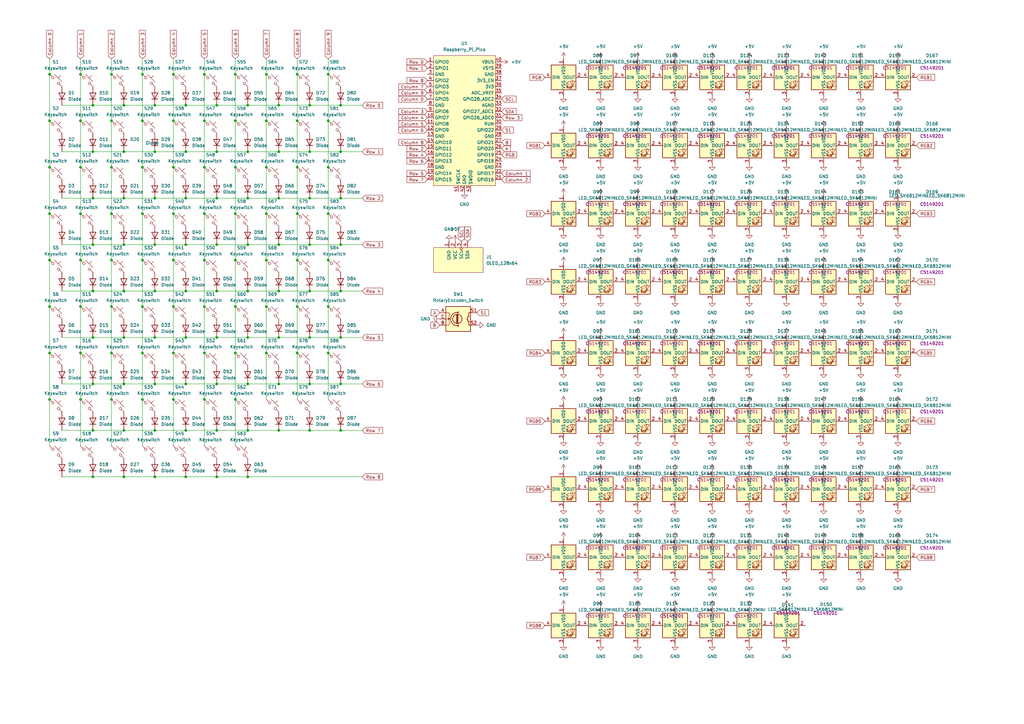
<source format=kicad_sch>
(kicad_sch (version 20250114) (generator "eeschema") (generator_version "9.0")
  (paper "A3")
  (junction (at 88.9 62.23))
  (junction (at 109.22 125.73))
  (junction (at 33.02 68.58))
  (junction (at 33.02 49.53))
  (junction (at 58.42 106.68))
  (junction (at 96.52 87.63))
  (junction (at 139.7 43.18))
  (junction (at 127 138.43))
  (junction (at 114.3 138.43))
  (junction (at 139.7 62.23))
  (junction (at 38.1 176.53))
  (junction (at 121.92 49.53))
  (junction (at 76.2 157.48))
  (junction (at 58.42 49.53))
  (junction (at 114.3 81.28))
  (junction (at 20.32 87.63))
  (junction (at 63.5 195.58))
  (junction (at 139.7 100.33))
  (junction (at 45.72 49.53))
  (junction (at 96.52 144.78))
  (junction (at 38.1 138.43))
  (junction (at 38.1 119.38))
  (junction (at 114.3 176.53))
  (junction (at 71.12 144.78))
  (junction (at 71.12 106.68))
  (junction (at 127 100.33))
  (junction (at 71.12 49.53))
  (junction (at 101.6 195.58))
  (junction (at 76.2 43.18))
  (junction (at 76.2 81.28))
  (junction (at 50.8 62.23))
  (junction (at 88.9 157.48))
  (junction (at 83.82 68.58))
  (junction (at 101.6 43.18))
  (junction (at 45.72 106.68))
  (junction (at 45.72 125.73))
  (junction (at 139.7 157.48))
  (junction (at 114.3 119.38))
  (junction (at 45.72 30.48))
  (junction (at 134.62 106.68))
  (junction (at 45.72 144.78))
  (junction (at 33.02 163.83))
  (junction (at 139.7 81.28))
  (junction (at 96.52 106.68))
  (junction (at 101.6 176.53))
  (junction (at 20.32 49.53))
  (junction (at 45.72 163.83))
  (junction (at 71.12 163.83))
  (junction (at 101.6 81.28))
  (junction (at 58.42 30.48))
  (junction (at 134.62 49.53))
  (junction (at 76.2 62.23))
  (junction (at 76.2 176.53))
  (junction (at 96.52 163.83))
  (junction (at 134.62 68.58))
  (junction (at 109.22 30.48))
  (junction (at 101.6 100.33))
  (junction (at 50.8 176.53))
  (junction (at 114.3 100.33))
  (junction (at 88.9 100.33))
  (junction (at 96.52 125.73))
  (junction (at 50.8 119.38))
  (junction (at 33.02 30.48))
  (junction (at 20.32 30.48))
  (junction (at 76.2 195.58))
  (junction (at 109.22 87.63))
  (junction (at 58.42 68.58))
  (junction (at 101.6 119.38))
  (junction (at 83.82 144.78))
  (junction (at 20.32 144.78))
  (junction (at 76.2 100.33))
  (junction (at 50.8 100.33))
  (junction (at 134.62 30.48))
  (junction (at 38.1 157.48))
  (junction (at 109.22 144.78))
  (junction (at 88.9 176.53))
  (junction (at 96.52 68.58))
  (junction (at 71.12 30.48))
  (junction (at 33.02 106.68))
  (junction (at 109.22 68.58))
  (junction (at 45.72 68.58))
  (junction (at 20.32 106.68))
  (junction (at 50.8 195.58))
  (junction (at 96.52 30.48))
  (junction (at 139.7 176.53))
  (junction (at 50.8 138.43))
  (junction (at 121.92 144.78))
  (junction (at 127 119.38))
  (junction (at 121.92 68.58))
  (junction (at 121.92 106.68))
  (junction (at 121.92 30.48))
  (junction (at 88.9 119.38))
  (junction (at 134.62 125.73))
  (junction (at 45.72 87.63))
  (junction (at 88.9 43.18))
  (junction (at 83.82 106.68))
  (junction (at 38.1 100.33))
  (junction (at 127 81.28))
  (junction (at 134.62 144.78))
  (junction (at 114.3 43.18))
  (junction (at 20.32 125.73))
  (junction (at 38.1 81.28))
  (junction (at 20.32 68.58))
  (junction (at 63.5 43.18))
  (junction (at 83.82 163.83))
  (junction (at 63.5 176.53))
  (junction (at 50.8 81.28))
  (junction (at 139.7 138.43))
  (junction (at 96.52 49.53))
  (junction (at 76.2 119.38))
  (junction (at 63.5 119.38))
  (junction (at 83.82 87.63))
  (junction (at 127 43.18))
  (junction (at 88.9 138.43))
  (junction (at 58.42 144.78))
  (junction (at 127 62.23))
  (junction (at 109.22 49.53))
  (junction (at 33.02 144.78))
  (junction (at 121.92 87.63))
  (junction (at 121.92 125.73))
  (junction (at 134.62 87.63))
  (junction (at 71.12 68.58))
  (junction (at 127 176.53))
  (junction (at 109.22 106.68))
  (junction (at 114.3 62.23))
  (junction (at 76.2 138.43))
  (junction (at 83.82 125.73))
  (junction (at 83.82 49.53))
  (junction (at 58.42 125.73))
  (junction (at 83.82 30.48))
  (junction (at 139.7 119.38))
  (junction (at 58.42 163.83))
  (junction (at 101.6 62.23))
  (junction (at 88.9 195.58))
  (junction (at 88.9 81.28))
  (junction (at 20.32 163.83))
  (junction (at 71.12 87.63))
  (junction (at 71.12 125.73))
  (junction (at 63.5 100.33))
  (junction (at 101.6 157.48))
  (junction (at 38.1 43.18))
  (junction (at 50.8 157.48))
  (junction (at 50.8 43.18))
  (junction (at 38.1 195.58))
  (junction (at 101.6 138.43))
  (junction (at 33.02 125.73))
  (junction (at 63.5 157.48))
  (junction (at 63.5 81.28))
  (junction (at 114.3 157.48))
  (junction (at 63.5 62.23))
  (junction (at 58.42 87.63))
  (junction (at 38.1 62.23))
  (junction (at 33.02 87.63))
  (junction (at 63.5 138.43))
  (junction (at 127 157.48))
  (wire (pts (xy 58.42 68.58) (xy 58.42 87.63)))
  (wire (pts (xy 38.1 138.43) (xy 50.8 138.43)))
  (wire (pts (xy 83.82 87.63) (xy 83.82 106.68)))
  (wire (pts (xy 127 138.43) (xy 139.7 138.43)))
  (wire (pts (xy 76.2 176.53) (xy 88.9 176.53)))
  (wire (pts (xy 83.82 24.13) (xy 83.82 30.48)))
  (wire (pts (xy 38.1 195.58) (xy 50.8 195.58)))
  (wire (pts (xy 83.82 144.78) (xy 83.82 163.83)))
  (wire (pts (xy 139.7 62.23) (xy 148.59 62.23)))
  (wire (pts (xy 25.4 138.43) (xy 38.1 138.43)))
  (wire (pts (xy 20.32 125.73) (xy 20.32 144.78)))
  (wire (pts (xy 71.12 106.68) (xy 71.12 125.73)))
  (wire (pts (xy 101.6 81.28) (xy 114.3 81.28)))
  (wire (pts (xy 58.42 24.13) (xy 58.42 30.48)))
  (wire (pts (xy 45.72 30.48) (xy 45.72 49.53)))
  (wire (pts (xy 96.52 144.78) (xy 96.52 163.83)))
  (wire (pts (xy 88.9 138.43) (xy 101.6 138.43)))
  (wire (pts (xy 20.32 163.83) (xy 20.32 182.88)))
  (wire (pts (xy 109.22 30.48) (xy 109.22 49.53)))
  (wire (pts (xy 127 119.38) (xy 139.7 119.38)))
  (wire (pts (xy 134.62 144.78) (xy 134.62 163.83)))
  (wire (pts (xy 101.6 119.38) (xy 114.3 119.38)))
  (wire (pts (xy 20.32 106.68) (xy 20.32 125.73)))
  (wire (pts (xy 33.02 106.68) (xy 33.02 125.73)))
  (wire (pts (xy 96.52 49.53) (xy 96.52 68.58)))
  (wire (pts (xy 58.42 49.53) (xy 58.42 68.58)))
  (wire (pts (xy 20.32 49.53) (xy 20.32 68.58)))
  (wire (pts (xy 88.9 62.23) (xy 101.6 62.23)))
  (wire (pts (xy 76.2 43.18) (xy 88.9 43.18)))
  (wire (pts (xy 71.12 49.53) (xy 71.12 68.58)))
  (wire (pts (xy 33.02 24.13) (xy 33.02 30.48)))
  (wire (pts (xy 25.4 195.58) (xy 38.1 195.58)))
  (wire (pts (xy 139.7 157.48) (xy 148.59 157.48)))
  (wire (pts (xy 114.3 157.48) (xy 127 157.48)))
  (wire (pts (xy 96.52 163.83) (xy 96.52 182.88)))
  (wire (pts (xy 45.72 87.63) (xy 45.72 106.68)))
  (wire (pts (xy 134.62 106.68) (xy 134.62 125.73)))
  (wire (pts (xy 25.4 81.28) (xy 38.1 81.28)))
  (wire (pts (xy 109.22 24.13) (xy 109.22 30.48)))
  (wire (pts (xy 114.3 176.53) (xy 127 176.53)))
  (wire (pts (xy 58.42 106.68) (xy 58.42 125.73)))
  (wire (pts (xy 25.4 119.38) (xy 38.1 119.38)))
  (wire (pts (xy 45.72 144.78) (xy 45.72 163.83)))
  (wire (pts (xy 83.82 49.53) (xy 83.82 68.58)))
  (wire (pts (xy 50.8 138.43) (xy 63.5 138.43)))
  (wire (pts (xy 20.32 24.13) (xy 20.32 30.48)))
  (wire (pts (xy 96.52 68.58) (xy 96.52 87.63)))
  (wire (pts (xy 134.62 24.13) (xy 134.62 30.48)))
  (wire (pts (xy 134.62 30.48) (xy 134.62 49.53)))
  (wire (pts (xy 127 157.48) (xy 139.7 157.48)))
  (wire (pts (xy 88.9 176.53) (xy 101.6 176.53)))
  (wire (pts (xy 45.72 125.73) (xy 45.72 144.78)))
  (wire (pts (xy 96.52 106.68) (xy 96.52 125.73)))
  (wire (pts (xy 71.12 68.58) (xy 71.12 87.63)))
  (wire (pts (xy 50.8 119.38) (xy 63.5 119.38)))
  (wire (pts (xy 71.12 30.48) (xy 71.12 49.53)))
  (wire (pts (xy 139.7 119.38) (xy 148.59 119.38)))
  (wire (pts (xy 114.3 43.18) (xy 127 43.18)))
  (wire (pts (xy 139.7 138.43) (xy 148.59 138.43)))
  (wire (pts (xy 38.1 43.18) (xy 50.8 43.18)))
  (wire (pts (xy 45.72 49.53) (xy 45.72 68.58)))
  (wire (pts (xy 25.4 176.53) (xy 38.1 176.53)))
  (wire (pts (xy 38.1 62.23) (xy 50.8 62.23)))
  (wire (pts (xy 101.6 138.43) (xy 114.3 138.43)))
  (wire (pts (xy 50.8 100.33) (xy 63.5 100.33)))
  (wire (pts (xy 96.52 30.48) (xy 96.52 49.53)))
  (wire (pts (xy 38.1 119.38) (xy 50.8 119.38)))
  (wire (pts (xy 109.22 106.68) (xy 109.22 125.73)))
  (wire (pts (xy 127 176.53) (xy 139.7 176.53)))
  (wire (pts (xy 33.02 30.48) (xy 33.02 49.53)))
  (wire (pts (xy 101.6 195.58) (xy 148.59 195.58)))
  (wire (pts (xy 134.62 125.73) (xy 134.62 144.78)))
  (wire (pts (xy 63.5 81.28) (xy 76.2 81.28)))
  (wire (pts (xy 88.9 157.48) (xy 101.6 157.48)))
  (wire (pts (xy 76.2 81.28) (xy 88.9 81.28)))
  (wire (pts (xy 58.42 144.78) (xy 58.42 163.83)))
  (wire (pts (xy 71.12 24.13) (xy 71.12 30.48)))
  (wire (pts (xy 76.2 157.48) (xy 88.9 157.48)))
  (wire (pts (xy 134.62 87.63) (xy 134.62 106.68)))
  (wire (pts (xy 114.3 138.43) (xy 127 138.43)))
  (wire (pts (xy 127 100.33) (xy 139.7 100.33)))
  (wire (pts (xy 33.02 49.53) (xy 33.02 68.58)))
  (wire (pts (xy 71.12 87.63) (xy 71.12 106.68)))
  (wire (pts (xy 121.92 68.58) (xy 121.92 87.63)))
  (wire (pts (xy 114.3 62.23) (xy 127 62.23)))
  (wire (pts (xy 45.72 24.13) (xy 45.72 30.48)))
  (wire (pts (xy 109.22 125.73) (xy 109.22 144.78)))
  (wire (pts (xy 50.8 81.28) (xy 63.5 81.28)))
  (wire (pts (xy 33.02 68.58) (xy 33.02 87.63)))
  (wire (pts (xy 88.9 100.33) (xy 101.6 100.33)))
  (wire (pts (xy 63.5 195.58) (xy 76.2 195.58)))
  (wire (pts (xy 127 62.23) (xy 139.7 62.23)))
  (wire (pts (xy 83.82 106.68) (xy 83.82 125.73)))
  (wire (pts (xy 114.3 119.38) (xy 127 119.38)))
  (wire (pts (xy 101.6 43.18) (xy 114.3 43.18)))
  (wire (pts (xy 127 43.18) (xy 139.7 43.18)))
  (wire (pts (xy 20.32 87.63) (xy 20.32 106.68)))
  (wire (pts (xy 71.12 163.83) (xy 71.12 182.88)))
  (wire (pts (xy 96.52 24.13) (xy 96.52 30.48)))
  (wire (pts (xy 76.2 195.58) (xy 88.9 195.58)))
  (wire (pts (xy 63.5 176.53) (xy 76.2 176.53)))
  (wire (pts (xy 58.42 87.63) (xy 58.42 106.68)))
  (wire (pts (xy 58.42 125.73) (xy 58.42 144.78)))
  (wire (pts (xy 83.82 163.83) (xy 83.82 182.88)))
  (wire (pts (xy 50.8 43.18) (xy 63.5 43.18)))
  (wire (pts (xy 88.9 119.38) (xy 101.6 119.38)))
  (wire (pts (xy 38.1 176.53) (xy 50.8 176.53)))
  (wire (pts (xy 20.32 30.48) (xy 20.32 49.53)))
  (wire (pts (xy 88.9 81.28) (xy 101.6 81.28)))
  (wire (pts (xy 50.8 195.58) (xy 63.5 195.58)))
  (wire (pts (xy 121.92 24.13) (xy 121.92 30.48)))
  (wire (pts (xy 33.02 163.83) (xy 33.02 182.88)))
  (wire (pts (xy 121.92 106.68) (xy 121.92 125.73)))
  (wire (pts (xy 63.5 100.33) (xy 76.2 100.33)))
  (wire (pts (xy 45.72 106.68) (xy 45.72 125.73)))
  (wire (pts (xy 38.1 100.33) (xy 50.8 100.33)))
  (wire (pts (xy 20.32 144.78) (xy 20.32 163.83)))
  (wire (pts (xy 114.3 100.33) (xy 127 100.33)))
  (wire (pts (xy 50.8 176.53) (xy 63.5 176.53)))
  (wire (pts (xy 38.1 157.48) (xy 50.8 157.48)))
  (wire (pts (xy 114.3 81.28) (xy 127 81.28)))
  (wire (pts (xy 109.22 144.78) (xy 109.22 163.83)))
  (wire (pts (xy 33.02 87.63) (xy 33.02 106.68)))
  (wire (pts (xy 58.42 163.83) (xy 58.42 182.88)))
  (wire (pts (xy 83.82 125.73) (xy 83.82 144.78)))
  (wire (pts (xy 101.6 157.48) (xy 114.3 157.48)))
  (wire (pts (xy 63.5 157.48) (xy 76.2 157.48)))
  (wire (pts (xy 121.92 87.63) (xy 121.92 106.68)))
  (wire (pts (xy 139.7 176.53) (xy 148.59 176.53)))
  (wire (pts (xy 76.2 62.23) (xy 88.9 62.23)))
  (wire (pts (xy 63.5 138.43) (xy 76.2 138.43)))
  (wire (pts (xy 139.7 100.33) (xy 148.59 100.33)))
  (wire (pts (xy 88.9 195.58) (xy 101.6 195.58)))
  (wire (pts (xy 134.62 68.58) (xy 134.62 87.63)))
  (wire (pts (xy 63.5 119.38) (xy 76.2 119.38)))
  (wire (pts (xy 83.82 68.58) (xy 83.82 87.63)))
  (wire (pts (xy 71.12 125.73) (xy 71.12 144.78)))
  (wire (pts (xy 63.5 43.18) (xy 76.2 43.18)))
  (wire (pts (xy 33.02 125.73) (xy 33.02 144.78)))
  (wire (pts (xy 58.42 30.48) (xy 58.42 49.53)))
  (wire (pts (xy 134.62 49.53) (xy 134.62 68.58)))
  (wire (pts (xy 25.4 100.33) (xy 38.1 100.33)))
  (wire (pts (xy 139.7 81.28) (xy 148.59 81.28)))
  (wire (pts (xy 121.92 30.48) (xy 121.92 49.53)))
  (wire (pts (xy 96.52 125.73) (xy 96.52 144.78)))
  (wire (pts (xy 109.22 87.63) (xy 109.22 106.68)))
  (wire (pts (xy 20.32 68.58) (xy 20.32 87.63)))
  (wire (pts (xy 121.92 125.73) (xy 121.92 144.78)))
  (wire (pts (xy 101.6 176.53) (xy 114.3 176.53)))
  (wire (pts (xy 121.92 49.53) (xy 121.92 68.58)))
  (wire (pts (xy 121.92 144.78) (xy 121.92 163.83)))
  (wire (pts (xy 50.8 62.23) (xy 63.5 62.23)))
  (wire (pts (xy 96.52 87.63) (xy 96.52 106.68)))
  (wire (pts (xy 45.72 163.83) (xy 45.72 182.88)))
  (wire (pts (xy 50.8 157.48) (xy 63.5 157.48)))
  (wire (pts (xy 25.4 62.23) (xy 38.1 62.23)))
  (wire (pts (xy 76.2 119.38) (xy 88.9 119.38)))
  (wire (pts (xy 38.1 81.28) (xy 50.8 81.28)))
  (wire (pts (xy 88.9 43.18) (xy 101.6 43.18)))
  (wire (pts (xy 139.7 43.18) (xy 148.59 43.18)))
  (wire (pts (xy 76.2 100.33) (xy 88.9 100.33)))
  (wire (pts (xy 25.4 157.48) (xy 38.1 157.48)))
  (wire (pts (xy 83.82 30.48) (xy 83.82 49.53)))
  (wire (pts (xy 109.22 49.53) (xy 109.22 68.58)))
  (wire (pts (xy 127 81.28) (xy 139.7 81.28)))
  (wire (pts (xy 33.02 144.78) (xy 33.02 163.83)))
  (wire (pts (xy 63.5 62.23) (xy 76.2 62.23)))
  (wire (pts (xy 45.72 68.58) (xy 45.72 87.63)))
  (wire (pts (xy 101.6 62.23) (xy 114.3 62.23)))
  (wire (pts (xy 76.2 138.43) (xy 88.9 138.43)))
  (wire (pts (xy 101.6 100.33) (xy 114.3 100.33)))
  (wire (pts (xy 109.22 68.58) (xy 109.22 87.63)))
  (wire (pts (xy 25.4 43.18) (xy 38.1 43.18)))
  (wire (pts (xy 71.12 144.78) (xy 71.12 163.83)))
  (global_label "Column 8" (shape input) (at 175.26 58.42 180) (property "Intersheetrefs" "${INTERSHEET_REFS}" (effects (hide yes))))
  (global_label "B" (shape input) (at 180.34 133.35 180) (property "Intersheetrefs" "${INTERSHEET_REFS}" (effects (hide yes))))
  (global_label "RGB8" (shape input) (at 223.52 256.54 180) (property "Intersheetrefs" "${INTERSHEET_REFS}" (effects (hide yes))))
  (global_label "Column 5" (shape input) (at 175.26 50.8 180) (property "Intersheetrefs" "${INTERSHEET_REFS}" (effects (hide yes))))
  (global_label "Row 3" (shape input) (at 205.74 48.26 0) (property "Intersheetrefs" "${INTERSHEET_REFS}" (effects (hide yes))))
  (global_label "Row 5" (shape input) (at 148.59 138.43 0) (property "Intersheetrefs" "${INTERSHEET_REFS}" (effects (hide yes))))
  (global_label "RGB3" (shape input) (at 223.52 115.57 180) (property "Intersheetrefs" "${INTERSHEET_REFS}" (effects (hide yes))))
  (global_label "Column 6" (shape input) (at 96.52 24.13 90) (property "Intersheetrefs" "${INTERSHEET_REFS}" (effects (hide yes))))
  (global_label "Column 7" (shape input) (at 109.22 24.13 90) (property "Intersheetrefs" "${INTERSHEET_REFS}" (effects (hide yes))))
  (global_label "A" (shape input) (at 205.74 60.96 0) (property "Intersheetrefs" "${INTERSHEET_REFS}" (effects (hide yes))))
  (global_label "Row 2" (shape input) (at 148.59 81.28 0) (property "Intersheetrefs" "${INTERSHEET_REFS}" (effects (hide yes))))
  (global_label "Column 1" (shape input) (at 33.02 24.13 90) (property "Intersheetrefs" "${INTERSHEET_REFS}" (effects (hide yes))))
  (global_label "Row 2" (shape input) (at 175.26 60.96 180) (property "Intersheetrefs" "${INTERSHEET_REFS}" (effects (hide yes))))
  (global_label "Row 4" (shape input) (at 175.26 63.5 180) (property "Intersheetrefs" "${INTERSHEET_REFS}" (effects (hide yes))))
  (global_label "Column 9" (shape input) (at 134.62 24.13 90) (property "Intersheetrefs" "${INTERSHEET_REFS}" (effects (hide yes))))
  (global_label "RGB5" (shape input) (at 223.52 172.72 180) (property "Intersheetrefs" "${INTERSHEET_REFS}" (effects (hide yes))))
  (global_label "Column 7" (shape input) (at 175.26 35.56 180) (property "Intersheetrefs" "${INTERSHEET_REFS}" (effects (hide yes))))
  (global_label "RGB1" (shape input) (at 375.92 31.75 0) (property "Intersheetrefs" "${INTERSHEET_REFS}" (effects (hide yes))))
  (global_label "Row 3" (shape input) (at 148.59 100.33 0) (property "Intersheetrefs" "${INTERSHEET_REFS}" (effects (hide yes))))
  (global_label "Row 8" (shape input) (at 148.59 195.58 0) (property "Intersheetrefs" "${INTERSHEET_REFS}" (effects (hide yes))))
  (global_label "RGB2" (shape input) (at 223.52 87.63 180) (property "Intersheetrefs" "${INTERSHEET_REFS}" (effects (hide yes))))
  (global_label "Row 1" (shape input) (at 175.26 27.94 180) (property "Intersheetrefs" "${INTERSHEET_REFS}" (effects (hide yes))))
  (global_label "Row 1" (shape input) (at 148.59 62.23 0) (property "Intersheetrefs" "${INTERSHEET_REFS}" (effects (hide yes))))
  (global_label "Row 5" (shape input) (at 175.26 71.12 180) (property "Intersheetrefs" "${INTERSHEET_REFS}" (effects (hide yes))))
  (global_label "Column 8" (shape input) (at 121.92 24.13 90) (property "Intersheetrefs" "${INTERSHEET_REFS}" (effects (hide yes))))
  (global_label "Column 1" (shape input) (at 205.74 71.12 0) (property "Intersheetrefs" "${INTERSHEET_REFS}" (effects (hide yes))))
  (global_label "RGB5" (shape input) (at 375.92 144.78 0) (property "Intersheetrefs" "${INTERSHEET_REFS}" (effects (hide yes))))
  (global_label "RGB6" (shape input) (at 223.52 200.66 180) (property "Intersheetrefs" "${INTERSHEET_REFS}" (effects (hide yes))))
  (global_label "Row 7" (shape input) (at 175.26 73.66 180) (property "Intersheetrefs" "${INTERSHEET_REFS}" (effects (hide yes))))
  (global_label "Column 4" (shape input) (at 175.26 48.26 180) (property "Intersheetrefs" "${INTERSHEET_REFS}" (effects (hide yes))))
  (global_label "RGB3" (shape input) (at 375.92 87.63 0) (property "Intersheetrefs" "${INTERSHEET_REFS}" (effects (hide yes))))
  (global_label "RGB1" (shape input) (at 223.52 59.69 180) (property "Intersheetrefs" "${INTERSHEET_REFS}" (effects (hide yes))))
  (global_label "Row 6" (shape input) (at 148.59 157.48 0) (property "Intersheetrefs" "${INTERSHEET_REFS}" (effects (hide yes))))
  (global_label "RGB8" (shape input) (at 375.92 228.6 0) (property "Intersheetrefs" "${INTERSHEET_REFS}" (effects (hide yes))))
  (global_label "SDA" (shape input) (at 205.74 45.72 0) (property "Intersheetrefs" "${INTERSHEET_REFS}" (effects (hide yes))))
  (global_label "Row 0" (shape input) (at 148.59 43.18 0) (property "Intersheetrefs" "${INTERSHEET_REFS}" (effects (hide yes))))
  (global_label "RGB4" (shape input) (at 223.52 144.78 180) (property "Intersheetrefs" "${INTERSHEET_REFS}" (effects (hide yes))))
  (global_label "SDA" (shape input) (at 191.77 99.06 90) (property "Intersheetrefs" "${INTERSHEET_REFS}" (effects (hide yes))))
  (global_label "S1" (shape input) (at 205.74 53.34 0) (property "Intersheetrefs" "${INTERSHEET_REFS}" (effects (hide yes))))
  (global_label "Column 2" (shape input) (at 205.74 73.66 0) (property "Intersheetrefs" "${INTERSHEET_REFS}" (effects (hide yes))))
  (global_label "Column 9" (shape input) (at 175.26 38.1 180) (property "Intersheetrefs" "${INTERSHEET_REFS}" (effects (hide yes))))
  (global_label "Row 6" (shape input) (at 175.26 66.04 180) (property "Intersheetrefs" "${INTERSHEET_REFS}" (effects (hide yes))))
  (global_label "Row 8" (shape input) (at 175.26 33.02 180) (property "Intersheetrefs" "${INTERSHEET_REFS}" (effects (hide yes))))
  (global_label "Column 2" (shape input) (at 45.72 24.13 90) (property "Intersheetrefs" "${INTERSHEET_REFS}" (effects (hide yes))))
  (global_label "Row 4" (shape input) (at 148.59 119.38 0) (property "Intersheetrefs" "${INTERSHEET_REFS}" (effects (hide yes))))
  (global_label "RGB7" (shape input) (at 223.52 228.6 180) (property "Intersheetrefs" "${INTERSHEET_REFS}" (effects (hide yes))))
  (global_label "Column 4" (shape input) (at 71.12 24.13 90) (property "Intersheetrefs" "${INTERSHEET_REFS}" (effects (hide yes))))
  (global_label "SCL" (shape input) (at 205.74 40.64 0) (property "Intersheetrefs" "${INTERSHEET_REFS}" (effects (hide yes))))
  (global_label "Column 0" (shape input) (at 20.32 24.13 90) (property "Intersheetrefs" "${INTERSHEET_REFS}" (effects (hide yes))))
  (global_label "RGB6" (shape input) (at 375.92 172.72 0) (property "Intersheetrefs" "${INTERSHEET_REFS}" (effects (hide yes))))
  (global_label "RGB" (shape input) (at 223.52 31.75 180) (property "Intersheetrefs" "${INTERSHEET_REFS}" (effects (hide yes))))
  (global_label "RGB" (shape input) (at 205.74 63.5 0) (property "Intersheetrefs" "${INTERSHEET_REFS}" (effects (hide yes))))
  (global_label "S1" (shape input) (at 195.58 128.27 0) (property "Intersheetrefs" "${INTERSHEET_REFS}" (effects (hide yes))))
  (global_label "B" (shape input) (at 205.74 58.42 0) (property "Intersheetrefs" "${INTERSHEET_REFS}" (effects (hide yes))))
  (global_label "Column 5" (shape input) (at 83.82 24.13 90) (property "Intersheetrefs" "${INTERSHEET_REFS}" (effects (hide yes))))
  (global_label "Column 0" (shape input) (at 175.26 40.64 180) (property "Intersheetrefs" "${INTERSHEET_REFS}" (effects (hide yes))))
  (global_label "SCL" (shape input) (at 189.23 99.06 90) (property "Intersheetrefs" "${INTERSHEET_REFS}" (effects (hide yes))))
  (global_label "Column 3" (shape input) (at 175.26 45.72 180) (property "Intersheetrefs" "${INTERSHEET_REFS}" (effects (hide yes))))
  (global_label "RGB2" (shape input) (at 375.92 59.69 0) (property "Intersheetrefs" "${INTERSHEET_REFS}" (effects (hide yes))))
  (global_label "RGB4" (shape input) (at 375.92 115.57 0) (property "Intersheetrefs" "${INTERSHEET_REFS}" (effects (hide yes))))
  (global_label "Column 3" (shape input) (at 58.42 24.13 90) (property "Intersheetrefs" "${INTERSHEET_REFS}" (effects (hide yes))))
  (global_label "Row 7" (shape input) (at 148.59 176.53 0) (property "Intersheetrefs" "${INTERSHEET_REFS}" (effects (hide yes))))
  (global_label "Row 0" (shape input) (at 175.26 25.4 180) (property "Intersheetrefs" "${INTERSHEET_REFS}" (effects (hide yes))))
  (global_label "A" (shape input) (at 180.34 128.27 180) (property "Intersheetrefs" "${INTERSHEET_REFS}" (effects (hide yes))))
  (global_label "Column 6" (shape input) (at 175.26 53.34 180) (property "Intersheetrefs" "${INTERSHEET_REFS}" (effects (hide yes))))
  (global_label "RGB7" (shape input) (at 375.92 200.66 0) (property "Intersheetrefs" "${INTERSHEET_REFS}" (effects (hide yes))))
  (symbol (lib_id "ScottoKeebs:Placeholder_Diode") (at 114.3 39.37 90) (unit 1)
    (property "Reference" "D64" (at 116.84 38.0999 90) (effects (justify right)))
    (property "Value" "Diode" (at 116.84 40.6399 90) (effects (justify right)))
    (property "Footprint" "ScottoKeebs_Components:Diode_DO-35" (effects (hide yes)))
    (property "Description" "1N4148 (DO-35) or 1N4148W (SOD-123)" (effects (hide yes)))
    (property "Sim.Device" "D" (effects (hide yes)))
    (property "Sim.Pins" "1=K 2=A" (effects (hide yes)))
  )
  (symbol (lib_id "ScottoKeebs:Placeholder_Keyswitch") (at 86.36 52.07 0) (unit 1)
    (property "Reference" "S47" (at 86.36 44.45 0))
    (property "Value" "Keyswitch" (at 86.36 46.99 0))
    (property "Footprint" "ScottoKeebs_MX:MX_PCB_1.00u" (effects (hide yes)))
    (property "Description" "Push button switch, normally open, two pins, 45° tilted" (effects (hide yes)))
  )
  (symbol (lib_id "ScottoKeebs:LED_SK6812MINI") (at 368.3 228.6 0) (unit 1)
    (property "Reference" "D174" (at 382.27 219.6398 0))
    (property "Value" "LED_SK6812MINI" (at 382.27 222.1798 0))
    (property "Footprint" "ScottoKeebs_Components:LED_SK6812MINI" (effects (hide yes)))
    (property "Datasheet" "https://cdn-shop.adafruit.com/product-files/2686/SK6812MINI_REV.01-1-2.pdf" (effects (hide yes)))
    (property "Description" "RGB LED with integrated controller" (effects (hide yes)))
    (property "LCSC" "C5149201" (at 382.27 224.7198 0))
  )
  (symbol (lib_id "ScottoKeebs:Placeholder_Diode") (at 38.1 191.77 90) (unit 1)
    (property "Reference" "D18" (at 40.64 190.4999 90) (effects (justify right)))
    (property "Value" "Diode" (at 40.64 193.0399 90) (effects (justify right)))
    (property "Footprint" "ScottoKeebs_Components:Diode_DO-35" (effects (hide yes)))
    (property "Description" "1N4148 (DO-35) or 1N4148W (SOD-123)" (effects (hide yes)))
    (property "Sim.Device" "D" (effects (hide yes)))
    (property "Sim.Pins" "1=K 2=A" (effects (hide yes)))
  )
  (symbol (lib_id "ScottoKeebs:Placeholder_Diode") (at 114.3 115.57 90) (unit 1)
    (property "Reference" "D68" (at 116.84 114.2999 90) (effects (justify right)))
    (property "Value" "Diode" (at 116.84 116.8399 90) (effects (justify right)))
    (property "Footprint" "ScottoKeebs_Components:Diode_DO-35" (effects (hide yes)))
    (property "Description" "1N4148 (DO-35) or 1N4148W (SOD-123)" (effects (hide yes)))
    (property "Sim.Device" "D" (effects (hide yes)))
    (property "Sim.Pins" "1=K 2=A" (effects (hide yes)))
  )
  (symbol (lib_id "ScottoKeebs:Placeholder_Keyswitch") (at 86.36 33.02 0) (unit 1)
    (property "Reference" "S46" (at 86.36 25.4 0))
    (property "Value" "Keyswitch" (at 86.36 27.94 0))
    (property "Footprint" "ScottoKeebs_MX:MX_PCB_1.00u" (effects (hide yes)))
    (property "Description" "Push button switch, normally open, two pins, 45° tilted" (effects (hide yes)))
  )
  (symbol (lib_id "power:+5V") (at 337.82 165.1 0) (unit 1)
    (property "Reference" "#PWR0143" (effects (hide yes)))
    (property "Value" "+5V" (at 337.82 160.02 0))
    (property "Description" "Power symbol creates a global label with name \"+5V\"" (effects (hide yes)))
  )
  (symbol (lib_id "power:+5V") (at 353.06 193.04 0) (unit 1)
    (property "Reference" "#PWR0161" (effects (hide yes)))
    (property "Value" "+5V" (at 353.06 187.96 0))
    (property "Description" "Power symbol creates a global label with name \"+5V\"" (effects (hide yes)))
  )
  (symbol (lib_id "ScottoKeebs:LED_SK6812MINI") (at 368.3 59.69 0) (unit 1)
    (property "Reference" "D168" (at 382.27 50.7298 0))
    (property "Value" "LED_SK6812MINI" (at 382.27 53.2698 0))
    (property "Footprint" "ScottoKeebs_Components:LED_SK6812MINI" (effects (hide yes)))
    (property "Datasheet" "https://cdn-shop.adafruit.com/product-files/2686/SK6812MINI_REV.01-1-2.pdf" (effects (hide yes)))
    (property "Description" "RGB LED with integrated controller" (effects (hide yes)))
    (property "LCSC" "C5149201" (at 382.27 55.8098 0))
  )
  (symbol (lib_id "ScottoKeebs:LED_SK6812MINI") (at 307.34 172.72 0) (unit 1)
    (property "Reference" "D138" (at 321.31 163.7598 0))
    (property "Value" "LED_SK6812MINI" (at 321.31 166.2998 0))
    (property "Footprint" "ScottoKeebs_Components:LED_SK6812MINI" (effects (hide yes)))
    (property "Datasheet" "https://cdn-shop.adafruit.com/product-files/2686/SK6812MINI_REV.01-1-2.pdf" (effects (hide yes)))
    (property "Description" "RGB LED with integrated controller" (effects (hide yes)))
    (property "LCSC" "C5149201" (at 321.31 168.8398 0))
  )
  (symbol (lib_id "ScottoKeebs:LED_SK6812MINI") (at 322.58 31.75 0) (unit 1)
    (property "Reference" "D142" (at 336.55 22.7898 0))
    (property "Value" "LED_SK6812MINI" (at 336.55 25.3298 0))
    (property "Footprint" "ScottoKeebs_Components:LED_SK6812MINI" (effects (hide yes)))
    (property "Datasheet" "https://cdn-shop.adafruit.com/product-files/2686/SK6812MINI_REV.01-1-2.pdf" (effects (hide yes)))
    (property "Description" "RGB LED with integrated controller" (effects (hide yes)))
    (property "LCSC" "C5149201" (at 336.55 27.8698 0))
  )
  (symbol (lib_id "ScottoKeebs:Placeholder_Diode") (at 88.9 58.42 90) (unit 1)
    (property "Reference" "D47" (at 91.44 57.1499 90) (effects (justify right)))
    (property "Value" "Diode" (at 91.44 59.6899 90) (effects (justify right)))
    (property "Footprint" "ScottoKeebs_Components:Diode_DO-35" (effects (hide yes)))
    (property "Description" "1N4148 (DO-35) or 1N4148W (SOD-123)" (effects (hide yes)))
    (property "Sim.Device" "D" (effects (hide yes)))
    (property "Sim.Pins" "1=K 2=A" (effects (hide yes)))
  )
  (symbol (lib_id "power:+5V") (at 337.82 24.13 0) (unit 1)
    (property "Reference" "#PWR0133" (effects (hide yes)))
    (property "Value" "+5V" (at 337.82 19.05 0))
    (property "Description" "Power symbol creates a global label with name \"+5V\"" (effects (hide yes)))
  )
  (symbol (lib_id "ScottoKeebs:LED_SK6812MINI") (at 322.58 172.72 0) (unit 1)
    (property "Reference" "D147" (at 336.55 163.7598 0))
    (property "Value" "LED_SK6812MINI" (at 336.55 166.2998 0))
    (property "Footprint" "ScottoKeebs_Components:LED_SK6812MINI" (effects (hide yes)))
    (property "Datasheet" "https://cdn-shop.adafruit.com/product-files/2686/SK6812MINI_REV.01-1-2.pdf" (effects (hide yes)))
    (property "Description" "RGB LED with integrated controller" (effects (hide yes)))
    (property "LCSC" "C5149201" (at 336.55 168.8398 0))
  )
  (symbol (lib_id "ScottoKeebs:Placeholder_Keyswitch") (at 60.96 109.22 0) (unit 1)
    (property "Reference" "S32" (at 60.96 101.6 0))
    (property "Value" "Keyswitch" (at 60.96 104.14 0))
    (property "Footprint" "ScottoKeebs_MX:MX_PCB_1.00u" (effects (hide yes)))
    (property "Description" "Push button switch, normally open, two pins, 45° tilted" (effects (hide yes)))
  )
  (symbol (lib_id "ScottoKeebs:Placeholder_Keyswitch") (at 86.36 185.42 0) (unit 1)
    (property "Reference" "S54" (at 86.36 177.8 0))
    (property "Value" "Keyswitch" (at 86.36 180.34 0))
    (property "Footprint" "ScottoKeebs_MX:MX_PCB_1.00u" (effects (hide yes)))
    (property "Description" "Push button switch, normally open, two pins, 45° tilted" (effects (hide yes)))
  )
  (symbol (lib_id "power:GND") (at 246.38 123.19 0) (unit 1)
    (property "Reference" "#PWR032" (effects (hide yes)))
    (property "Value" "GND" (at 246.38 128.27 0))
    (property "Description" "Power symbol creates a global label with name \"GND\" , ground" (effects (hide yes)))
  )
  (symbol (lib_id "power:+5V") (at 337.82 80.01 0) (unit 1)
    (property "Reference" "#PWR0137" (effects (hide yes)))
    (property "Value" "+5V" (at 337.82 74.93 0))
    (property "Description" "Power symbol creates a global label with name \"+5V\"" (effects (hide yes)))
  )
  (symbol (lib_id "ScottoKeebs:Placeholder_Diode") (at 38.1 58.42 90) (unit 1)
    (property "Reference" "D11" (at 40.64 57.1499 90) (effects (justify right)))
    (property "Value" "Diode" (at 40.64 59.6899 90) (effects (justify right)))
    (property "Footprint" "ScottoKeebs_Components:Diode_DO-35" (effects (hide yes)))
    (property "Description" "1N4148 (DO-35) or 1N4148W (SOD-123)" (effects (hide yes)))
    (property "Sim.Device" "D" (effects (hide yes)))
    (property "Sim.Pins" "1=K 2=A" (effects (hide yes)))
  )
  (symbol (lib_id "power:+5V") (at 246.38 220.98 0) (unit 1)
    (property "Reference" "#PWR039" (effects (hide yes)))
    (property "Value" "+5V" (at 246.38 215.9 0))
    (property "Description" "Power symbol creates a global label with name \"+5V\"" (effects (hide yes)))
  )
  (symbol (lib_id "power:GND") (at 246.38 95.25 0) (unit 1)
    (property "Reference" "#PWR030" (effects (hide yes)))
    (property "Value" "GND" (at 246.38 100.33 0))
    (property "Description" "Power symbol creates a global label with name \"GND\" , ground" (effects (hide yes)))
  )
  (symbol (lib_id "ScottoKeebs:LED_SK6812MINI") (at 246.38 172.72 0) (unit 1)
    (property "Reference" "D102" (at 260.35 163.7598 0))
    (property "Value" "LED_SK6812MINI" (at 260.35 166.2998 0))
    (property "Footprint" "ScottoKeebs_Components:LED_SK6812MINI" (effects (hide yes)))
    (property "Datasheet" "https://cdn-shop.adafruit.com/product-files/2686/SK6812MINI_REV.01-1-2.pdf" (effects (hide yes)))
    (property "Description" "RGB LED with integrated controller" (effects (hide yes)))
    (property "LCSC" "C5149201" (at 260.35 168.8398 0))
  )
  (symbol (lib_id "ScottoKeebs:LED_SK6812MINI") (at 261.62 228.6 0) (unit 1)
    (property "Reference" "D113" (at 275.59 219.6398 0))
    (property "Value" "LED_SK6812MINI" (at 275.59 222.1798 0))
    (property "Footprint" "ScottoKeebs_Components:LED_SK6812MINI" (effects (hide yes)))
    (property "Datasheet" "https://cdn-shop.adafruit.com/product-files/2686/SK6812MINI_REV.01-1-2.pdf" (effects (hide yes)))
    (property "Description" "RGB LED with integrated controller" (effects (hide yes)))
    (property "LCSC" "C5149201" (at 275.59 224.7198 0))
  )
  (symbol (lib_id "ScottoKeebs:Placeholder_Keyswitch") (at 111.76 33.02 0) (unit 1)
    (property "Reference" "S64" (at 111.76 25.4 0))
    (property "Value" "Keyswitch" (at 111.76 27.94 0))
    (property "Footprint" "ScottoKeebs_MX:MX_PCB_1.00u" (effects (hide yes)))
    (property "Description" "Push button switch, normally open, two pins, 45° tilted" (effects (hide yes)))
  )
  (symbol (lib_id "ScottoKeebs:LED_SK6812MINI") (at 307.34 256.54 0) (unit 1)
    (property "Reference" "D141" (at 323.088 248.158 0))
    (property "Value" "LED_SK6812MINI" (at 322.834 249.936 0))
    (property "Footprint" "ScottoKeebs_Components:LED_SK6812MINI" (effects (hide yes)))
    (property "Datasheet" "https://cdn-shop.adafruit.com/product-files/2686/SK6812MINI_REV.01-1-2.pdf" (effects (hide yes)))
    (property "Description" "RGB LED with integrated controller" (effects (hide yes)))
    (property "LCSC" "C5149201" (at 323.342 251.46 0))
  )
  (symbol (lib_id "ScottoKeebs:LED_SK6812MINI") (at 368.3 31.75 0) (unit 1)
    (property "Reference" "D167" (at 382.27 22.7898 0))
    (property "Value" "LED_SK6812MINI" (at 382.27 25.3298 0))
    (property "Footprint" "ScottoKeebs_Components:LED_SK6812MINI" (effects (hide yes)))
    (property "Datasheet" "https://cdn-shop.adafruit.com/product-files/2686/SK6812MINI_REV.01-1-2.pdf" (effects (hide yes)))
    (property "Description" "RGB LED with integrated controller" (effects (hide yes)))
    (property "LCSC" "C5149201" (at 382.27 27.8698 0))
  )
  (symbol (lib_id "power:GND") (at 368.3 236.22 0) (unit 1)
    (property "Reference" "#PWR0180" (effects (hide yes)))
    (property "Value" "GND" (at 368.3 241.3 0))
    (property "Description" "Power symbol creates a global label with name \"GND\" , ground" (effects (hide yes)))
  )
  (symbol (lib_id "ScottoKeebs:Placeholder_Keyswitch") (at 124.46 109.22 0) (unit 1)
    (property "Reference" "S76" (at 124.46 101.6 0))
    (property "Value" "Keyswitch" (at 124.46 104.14 0))
    (property "Footprint" "ScottoKeebs_MX:MX_PCB_1.00u" (effects (hide yes)))
    (property "Description" "Push button switch, normally open, two pins, 45° tilted" (effects (hide yes)))
  )
  (symbol (lib_id "power:GND") (at 353.06 208.28 0) (unit 1)
    (property "Reference" "#PWR0162" (effects (hide yes)))
    (property "Value" "GND" (at 353.06 213.36 0))
    (property "Description" "Power symbol creates a global label with name \"GND\" , ground" (effects (hide yes)))
  )
  (symbol (lib_id "power:+5V") (at 246.38 24.13 0) (unit 1)
    (property "Reference" "#PWR025" (effects (hide yes)))
    (property "Value" "+5V" (at 246.38 19.05 0))
    (property "Description" "Power symbol creates a global label with name \"+5V\"" (effects (hide yes)))
  )
  (symbol (lib_id "ScottoKeebs:LED_SK6812MINI") (at 231.14 31.75 0) (unit 1)
    (property "Reference" "D88" (at 245.11 22.7898 0))
    (property "Value" "LED_SK6812MINI" (at 245.11 25.3298 0))
    (property "Footprint" "ScottoKeebs_Components:LED_SK6812MINI" (effects (hide yes)))
    (property "Datasheet" "https://cdn-shop.adafruit.com/product-files/2686/SK6812MINI_REV.01-1-2.pdf" (effects (hide yes)))
    (property "Description" "RGB LED with integrated controller" (effects (hide yes)))
    (property "LCSC" "C5149201" (at 245.11 27.8698 0))
  )
  (symbol (lib_id "power:GND") (at 292.1 67.31 0) (unit 1)
    (property "Reference" "#PWR082" (effects (hide yes)))
    (property "Value" "GND" (at 292.1 72.39 0))
    (property "Description" "Power symbol creates a global label with name \"GND\" , ground" (effects (hide yes)))
  )
  (symbol (lib_id "ScottoKeebs:LED_SK6812MINI") (at 353.06 144.78 0) (unit 1)
    (property "Reference" "D163" (at 367.03 135.8198 0))
    (property "Value" "LED_SK6812MINI" (at 367.03 138.3598 0))
    (property "Footprint" "ScottoKeebs_Components:LED_SK6812MINI" (effects (hide yes)))
    (property "Datasheet" "https://cdn-shop.adafruit.com/product-files/2686/SK6812MINI_REV.01-1-2.pdf" (effects (hide yes)))
    (property "Description" "RGB LED with integrated controller" (effects (hide yes)))
    (property "LCSC" "C5149201" (at 367.03 140.8998 0))
  )
  (symbol (lib_id "power:GND") (at 231.14 67.31 0) (unit 1)
    (property "Reference" "#PWR010" (effects (hide yes)))
    (property "Value" "GND" (at 231.14 72.39 0))
    (property "Description" "Power symbol creates a global label with name \"GND\" , ground" (effects (hide yes)))
  )
  (symbol (lib_id "ScottoKeebs:Placeholder_Keyswitch") (at 124.46 33.02 0) (unit 1)
    (property "Reference" "S72" (at 124.46 25.4 0))
    (property "Value" "Keyswitch" (at 124.46 27.94 0))
    (property "Footprint" "ScottoKeebs_MX:MX_PCB_1.00u" (effects (hide yes)))
    (property "Description" "Push button switch, normally open, two pins, 45° tilted" (effects (hide yes)))
  )
  (symbol (lib_id "ScottoKeebs:Placeholder_Keyswitch") (at 124.46 128.27 0) (unit 1)
    (property "Reference" "S77" (at 124.46 120.65 0))
    (property "Value" "Keyswitch" (at 124.46 123.19 0))
    (property "Footprint" "ScottoKeebs_MX:MX_PCB_1.00u" (effects (hide yes)))
    (property "Description" "Push button switch, normally open, two pins, 45° tilted" (effects (hide yes)))
  )
  (symbol (lib_id "ScottoKeebs:Placeholder_Keyswitch") (at 73.66 128.27 0) (unit 1)
    (property "Reference" "S42" (at 73.66 120.65 0))
    (property "Value" "Keyswitch" (at 73.66 123.19 0))
    (property "Footprint" "ScottoKeebs_MX:MX_PCB_1.00u" (effects (hide yes)))
    (property "Description" "Push button switch, normally open, two pins, 45° tilted" (effects (hide yes)))
  )
  (symbol (lib_id "ScottoKeebs:Placeholder_Keyswitch") (at 60.96 166.37 0) (unit 1)
    (property "Reference" "S35" (at 60.96 158.75 0))
    (property "Value" "Keyswitch" (at 60.96 161.29 0))
    (property "Footprint" "ScottoKeebs_MX:MX_PCB_1.00u" (effects (hide yes)))
    (property "Description" "Push button switch, normally open, two pins, 45° tilted" (effects (hide yes)))
  )
  (symbol (lib_id "ScottoKeebs:LED_SK6812MINI") (at 292.1 31.75 0) (unit 1)
    (property "Reference" "D124" (at 306.07 22.7898 0))
    (property "Value" "LED_SK6812MINI" (at 306.07 25.3298 0))
    (property "Footprint" "ScottoKeebs_Components:LED_SK6812MINI" (effects (hide yes)))
    (property "Datasheet" "https://cdn-shop.adafruit.com/product-files/2686/SK6812MINI_REV.01-1-2.pdf" (effects (hide yes)))
    (property "Description" "RGB LED with integrated controller" (effects (hide yes)))
    (property "LCSC" "C5149201" (at 306.07 27.8698 0))
  )
  (symbol (lib_id "ScottoKeebs:Placeholder_Keyswitch") (at 86.36 71.12 0) (unit 1)
    (property "Reference" "S48" (at 86.36 63.5 0))
    (property "Value" "Keyswitch" (at 86.36 66.04 0))
    (property "Footprint" "ScottoKeebs_MX:MX_PCB_1.00u" (effects (hide yes)))
    (property "Description" "Push button switch, normally open, two pins, 45° tilted" (effects (hide yes)))
  )
  (symbol (lib_id "power:+5V") (at 292.1 165.1 0) (unit 1)
    (property "Reference" "#PWR089" (effects (hide yes)))
    (property "Value" "+5V" (at 292.1 160.02 0))
    (property "Description" "Power symbol creates a global label with name \"+5V\"" (effects (hide yes)))
  )
  (symbol (lib_id "power:+5V") (at 337.82 220.98 0) (unit 1)
    (property "Reference" "#PWR0147" (effects (hide yes)))
    (property "Value" "+5V" (at 337.82 215.9 0))
    (property "Description" "Power symbol creates a global label with name \"+5V\"" (effects (hide yes)))
  )
  (symbol (lib_id "ScottoKeebs:Placeholder_Keyswitch") (at 48.26 33.02 0) (unit 1)
    (property "Reference" "S19" (at 48.26 25.4 0))
    (property "Value" "Keyswitch" (at 48.26 27.94 0))
    (property "Footprint" "ScottoKeebs_MX:MX_PCB_1.00u" (effects (hide yes)))
    (property "Description" "Push button switch, normally open, two pins, 45° tilted" (effects (hide yes)))
  )
  (symbol (lib_id "power:+5V") (at 353.06 220.98 0) (unit 1)
    (property "Reference" "#PWR0163" (effects (hide yes)))
    (property "Value" "+5V" (at 353.06 215.9 0))
    (property "Description" "Power symbol creates a global label with name \"+5V\"" (effects (hide yes)))
  )
  (symbol (lib_id "power:GND") (at 292.1 208.28 0) (unit 1)
    (property "Reference" "#PWR092" (effects (hide yes)))
    (property "Value" "GND" (at 292.1 213.36 0))
    (property "Description" "Power symbol creates a global label with name \"GND\" , ground" (effects (hide yes)))
  )
  (symbol (lib_id "ScottoKeebs:LED_SK6812MINI") (at 246.38 144.78 0) (unit 1)
    (property "Reference" "D101" (at 260.35 135.8198 0))
    (property "Value" "LED_SK6812MINI" (at 260.35 138.3598 0))
    (property "Footprint" "ScottoKeebs_Components:LED_SK6812MINI" (effects (hide yes)))
    (property "Datasheet" "https://cdn-shop.adafruit.com/product-files/2686/SK6812MINI_REV.01-1-2.pdf" (effects (hide yes)))
    (property "Description" "RGB LED with integrated controller" (effects (hide yes)))
    (property "LCSC" "C5149201" (at 260.35 140.8998 0))
  )
  (symbol (lib_id "ScottoKeebs:Placeholder_Keyswitch") (at 124.46 52.07 0) (unit 1)
    (property "Reference" "S73" (at 124.46 44.45 0))
    (property "Value" "Keyswitch" (at 124.46 46.99 0))
    (property "Footprint" "ScottoKeebs_MX:MX_PCB_1.00u" (effects (hide yes)))
    (property "Description" "Push button switch, normally open, two pins, 45° tilted" (effects (hide yes)))
  )
  (symbol (lib_id "ScottoKeebs:Placeholder_Keyswitch") (at 73.66 90.17 0) (unit 1)
    (property "Reference" "S40" (at 73.66 82.55 0))
    (property "Value" "Keyswitch" (at 73.66 85.09 0))
    (property "Footprint" "ScottoKeebs_MX:MX_PCB_1.00u" (effects (hide yes)))
    (property "Description" "Push button switch, normally open, two pins, 45° tilted" (effects (hide yes)))
  )
  (symbol (lib_id "power:+5V") (at 292.1 220.98 0) (unit 1)
    (property "Reference" "#PWR093" (effects (hide yes)))
    (property "Value" "+5V" (at 292.1 215.9 0))
    (property "Description" "Power symbol creates a global label with name \"+5V\"" (effects (hide yes)))
  )
  (symbol (lib_id "power:GND") (at 292.1 264.16 0) (unit 1)
    (property "Reference" "#PWR096" (effects (hide yes)))
    (property "Value" "GND" (at 292.1 269.24 0))
    (property "Description" "Power symbol creates a global label with name \"GND\" , ground" (effects (hide yes)))
  )
  (symbol (lib_id "ScottoKeebs:LED_SK6812MINI") (at 231.14 256.54 0) (unit 1)
    (property "Reference" "D96" (at 245.11 247.5798 0))
    (property "Value" "LED_SK6812MINI" (at 245.11 250.1198 0))
    (property "Footprint" "ScottoKeebs_Components:LED_SK6812MINI" (effects (hide yes)))
    (property "Datasheet" "https://cdn-shop.adafruit.com/product-files/2686/SK6812MINI_REV.01-1-2.pdf" (effects (hide yes)))
    (property "Description" "RGB LED with integrated controller" (effects (hide yes)))
    (property "LCSC" "C5149201" (at 245.11 252.6598 0))
  )
  (symbol (lib_id "ScottoKeebs:Placeholder_Diode") (at 139.7 115.57 90) (unit 1)
    (property "Reference" "D84" (at 142.24 114.2999 90) (effects (justify right)))
    (property "Value" "Diode" (at 142.24 116.8399 90) (effects (justify right)))
    (property "Footprint" "ScottoKeebs_Components:Diode_DO-35" (effects (hide yes)))
    (property "Description" "1N4148 (DO-35) or 1N4148W (SOD-123)" (effects (hide yes)))
    (property "Sim.Device" "D" (effects (hide yes)))
    (property "Sim.Pins" "1=K 2=A" (effects (hide yes)))
  )
  (symbol (lib_id "power:GND") (at 353.06 67.31 0) (unit 1)
    (property "Reference" "#PWR0152" (effects (hide yes)))
    (property "Value" "GND" (at 353.06 72.39 0))
    (property "Description" "Power symbol creates a global label with name \"GND\" , ground" (effects (hide yes)))
  )
  (symbol (lib_id "power:+5V") (at 307.34 24.13 0) (unit 1)
    (property "Reference" "#PWR097" (effects (hide yes)))
    (property "Value" "+5V" (at 307.34 19.05 0))
    (property "Description" "Power symbol creates a global label with name \"+5V\"" (effects (hide yes)))
  )
  (symbol (lib_id "ScottoKeebs:LED_SK6812MINI") (at 337.82 228.6 0) (unit 1)
    (property "Reference" "D158" (at 351.79 219.6398 0))
    (property "Value" "LED_SK6812MINI" (at 351.79 222.1798 0))
    (property "Footprint" "ScottoKeebs_Components:LED_SK6812MINI" (effects (hide yes)))
    (property "Datasheet" "https://cdn-shop.adafruit.com/product-files/2686/SK6812MINI_REV.01-1-2.pdf" (effects (hide yes)))
    (property "Description" "RGB LED with integrated controller" (effects (hide yes)))
    (property "LCSC" "C5149201" (at 351.79 224.7198 0))
  )
  (symbol (lib_id "ScottoKeebs:Placeholder_Keyswitch") (at 73.66 147.32 0) (unit 1)
    (property "Reference" "S43" (at 73.66 139.7 0))
    (property "Value" "Keyswitch" (at 73.66 142.24 0))
    (property "Footprint" "ScottoKeebs_MX:MX_PCB_1.00u" (effects (hide yes)))
    (property "Description" "Push button switch, normally open, two pins, 45° tilted" (effects (hide yes)))
  )
  (symbol (lib_id "power:+5V") (at 307.34 52.07 0) (unit 1)
    (property "Reference" "#PWR099" (effects (hide yes)))
    (property "Value" "+5V" (at 307.34 46.99 0))
    (property "Description" "Power symbol creates a global label with name \"+5V\"" (effects (hide yes)))
  )
  (symbol (lib_id "ScottoKeebs:Placeholder_Keyswitch") (at 35.56 52.07 0) (unit 1)
    (property "Reference" "S11" (at 35.56 44.45 0))
    (property "Value" "Keyswitch" (at 35.56 46.99 0))
    (property "Footprint" "ScottoKeebs_MX:MX_PCB_1.00u" (effects (hide yes)))
    (property "Description" "Push button switch, normally open, two pins, 45° tilted" (effects (hide yes)))
  )
  (symbol (lib_id "power:GND") (at 307.34 67.31 0) (unit 1)
    (property "Reference" "#PWR0100" (effects (hide yes)))
    (property "Value" "GND" (at 307.34 72.39 0))
    (property "Description" "Power symbol creates a global label with name \"GND\" , ground" (effects (hide yes)))
  )
  (symbol (lib_id "power:+5V") (at 292.1 107.95 0) (unit 1)
    (property "Reference" "#PWR085" (effects (hide yes)))
    (property "Value" "+5V" (at 292.1 102.87 0))
    (property "Description" "Power symbol creates a global label with name \"+5V\"" (effects (hide yes)))
  )
  (symbol (lib_id "ScottoKeebs:Placeholder_Diode") (at 38.1 115.57 90) (unit 1)
    (property "Reference" "D14" (at 40.64 114.2999 90) (effects (justify right)))
    (property "Value" "Diode" (at 40.64 116.8399 90) (effects (justify right)))
    (property "Footprint" "ScottoKeebs_Components:Diode_DO-35" (effects (hide yes)))
    (property "Description" "1N4148 (DO-35) or 1N4148W (SOD-123)" (effects (hide yes)))
    (property "Sim.Device" "D" (effects (hide yes)))
    (property "Sim.Pins" "1=K 2=A" (effects (hide yes)))
  )
  (symbol (lib_id "ScottoKeebs:Placeholder_Keyswitch") (at 35.56 71.12 0) (unit 1)
    (property "Reference" "S12" (at 35.56 63.5 0))
    (property "Value" "Keyswitch" (at 35.56 66.04 0))
    (property "Footprint" "ScottoKeebs_MX:MX_PCB_1.00u" (effects (hide yes)))
    (property "Description" "Push button switch, normally open, two pins, 45° tilted" (effects (hide yes)))
  )
  (symbol (lib_id "ScottoKeebs:Placeholder_Diode") (at 88.9 191.77 90) (unit 1)
    (property "Reference" "D54" (at 91.44 190.4999 90) (effects (justify right)))
    (property "Value" "Diode" (at 91.44 193.0399 90) (effects (justify right)))
    (property "Footprint" "ScottoKeebs_Components:Diode_DO-35" (effects (hide yes)))
    (property "Description" "1N4148 (DO-35) or 1N4148W (SOD-123)" (effects (hide yes)))
    (property "Sim.Device" "D" (effects (hide yes)))
    (property "Sim.Pins" "1=K 2=A" (effects (hide yes)))
  )
  (symbol (lib_id "power:GND") (at 190.5 78.74 0) (unit 1)
    (property "Reference" "#PWR04" (effects (hide yes)))
    (property "Value" "GND" (at 190.5 83.82 0))
    (property "Description" "Power symbol creates a global label with name \"GND\" , ground" (effects (hide yes)))
  )
  (symbol (lib_id "ScottoKeebs:Placeholder_Keyswitch") (at 99.06 71.12 0) (unit 1)
    (property "Reference" "S57" (at 99.06 63.5 0))
    (property "Value" "Keyswitch" (at 99.06 66.04 0))
    (property "Footprint" "ScottoKeebs_MX:MX_PCB_1.00u" (effects (hide yes)))
    (property "Description" "Push button switch, normally open, two pins, 45° tilted" (effects (hide yes)))
  )
  (symbol (lib_id "ScottoKeebs:Placeholder_Diode") (at 88.9 96.52 90) (unit 1)
    (property "Reference" "D49" (at 91.44 95.2499 90) (effects (justify right)))
    (property "Value" "Diode" (at 91.44 97.7899 90) (effects (justify right)))
    (property "Footprint" "ScottoKeebs_Components:Diode_DO-35" (effects (hide yes)))
    (property "Description" "1N4148 (DO-35) or 1N4148W (SOD-123)" (effects (hide yes)))
    (property "Sim.Device" "D" (effects (hide yes)))
    (property "Sim.Pins" "1=K 2=A" (effects (hide yes)))
  )
  (symbol (lib_id "ScottoKeebs:LED_SK6812MINI") (at 353.06 172.72 0) (unit 1)
    (property "Reference" "D164" (at 367.03 163.7598 0))
    (property "Value" "LED_SK6812MINI" (at 367.03 166.2998 0))
    (property "Footprint" "ScottoKeebs_Components:LED_SK6812MINI" (effects (hide yes)))
    (property "Datasheet" "https://cdn-shop.adafruit.com/product-files/2686/SK6812MINI_REV.01-1-2.pdf" (effects (hide yes)))
    (property "Description" "RGB LED with integrated controller" (effects (hide yes)))
    (property "LCSC" "C5149201" (at 367.03 168.8398 0))
  )
  (symbol (lib_id "power:+5V") (at 322.58 193.04 0) (unit 1)
    (property "Reference" "#PWR0127" (effects (hide yes)))
    (property "Value" "+5V" (at 322.58 187.96 0))
    (property "Description" "Power symbol creates a global label with name \"+5V\"" (effects (hide yes)))
  )
  (symbol (lib_id "power:+5V") (at 261.62 248.92 0) (unit 1)
    (property "Reference" "#PWR059" (effects (hide yes)))
    (property "Value" "+5V" (at 261.62 243.84 0))
    (property "Description" "Power symbol creates a global label with name \"+5V\"" (effects (hide yes)))
  )
  (symbol (lib_id "ScottoKeebs:LED_SK6812MINI") (at 292.1 87.63 0) (unit 1)
    (property "Reference" "D126" (at 306.07 78.6698 0))
    (property "Value" "LED_SK6812MINI" (at 306.07 81.2098 0))
    (property "Footprint" "ScottoKeebs_Components:LED_SK6812MINI" (effects (hide yes)))
    (property "Datasheet" "https://cdn-shop.adafruit.com/product-files/2686/SK6812MINI_REV.01-1-2.pdf" (effects (hide yes)))
    (property "Description" "RGB LED with integrated controller" (effects (hide yes)))
    (property "LCSC" "C5149201" (at 306.07 83.7498 0))
  )
  (symbol (lib_id "ScottoKeebs:Placeholder_Diode") (at 101.6 96.52 90) (unit 1)
    (property "Reference" "D58" (at 104.14 95.2499 90) (effects (justify right)))
    (property "Value" "Diode" (at 104.14 97.7899 90) (effects (justify right)))
    (property "Footprint" "ScottoKeebs_Components:Diode_DO-35" (effects (hide yes)))
    (property "Description" "1N4148 (DO-35) or 1N4148W (SOD-123)" (effects (hide yes)))
    (property "Sim.Device" "D" (effects (hide yes)))
    (property "Sim.Pins" "1=K 2=A" (effects (hide yes)))
  )
  (symbol (lib_id "power:+5V") (at 276.86 52.07 0) (unit 1)
    (property "Reference" "#PWR063" (effects (hide yes)))
    (property "Value" "+5V" (at 276.86 46.99 0))
    (property "Description" "Power symbol creates a global label with name \"+5V\"" (effects (hide yes)))
  )
  (symbol (lib_id "power:+5V") (at 276.86 137.16 0) (unit 1)
    (property "Reference" "#PWR069" (effects (hide yes)))
    (property "Value" "+5V" (at 276.86 132.08 0))
    (property "Description" "Power symbol creates a global label with name \"+5V\"" (effects (hide yes)))
  )
  (symbol (lib_id "power:+5V") (at 368.3 52.07 0) (unit 1)
    (property "Reference" "#PWR0167" (effects (hide yes)))
    (property "Value" "+5V" (at 368.3 46.99 0))
    (property "Description" "Power symbol creates a global label with name \"+5V\"" (effects (hide yes)))
  )
  (symbol (lib_id "power:+5V") (at 276.86 107.95 0) (unit 1)
    (property "Reference" "#PWR067" (effects (hide yes)))
    (property "Value" "+5V" (at 276.86 102.87 0))
    (property "Description" "Power symbol creates a global label with name \"+5V\"" (effects (hide yes)))
  )
  (symbol (lib_id "ScottoKeebs:Placeholder_Keyswitch") (at 86.36 166.37 0) (unit 1)
    (property "Reference" "S53" (at 86.36 158.75 0))
    (property "Value" "Keyswitch" (at 86.36 161.29 0))
    (property "Footprint" "ScottoKeebs_MX:MX_PCB_1.00u" (effects (hide yes)))
    (property "Description" "Push button switch, normally open, two pins, 45° tilted" (effects (hide yes)))
  )
  (symbol (lib_id "ScottoKeebs:Placeholder_Diode") (at 38.1 39.37 90) (unit 1)
    (property "Reference" "D10" (at 40.64 38.0999 90) (effects (justify right)))
    (property "Value" "Diode" (at 40.64 40.6399 90) (effects (justify right)))
    (property "Footprint" "ScottoKeebs_Components:Diode_DO-35" (effects (hide yes)))
    (property "Description" "1N4148 (DO-35) or 1N4148W (SOD-123)" (effects (hide yes)))
    (property "Sim.Device" "D" (effects (hide yes)))
    (property "Sim.Pins" "1=K 2=A" (effects (hide yes)))
  )
  (symbol (lib_id "power:+5V") (at 337.82 107.95 0) (unit 1)
    (property "Reference" "#PWR0139" (effects (hide yes)))
    (property "Value" "+5V" (at 337.82 102.87 0))
    (property "Description" "Power symbol creates a global label with name \"+5V\"" (effects (hide yes)))
  )
  (symbol (lib_id "ScottoKeebs:LED_SK6812MINI") (at 322.58 228.6 0) (unit 1)
    (property "Reference" "D149" (at 336.55 219.6398 0))
    (property "Value" "LED_SK6812MINI" (at 336.55 222.1798 0))
    (property "Footprint" "ScottoKeebs_Components:LED_SK6812MINI" (effects (hide yes)))
    (property "Datasheet" "https://cdn-shop.adafruit.com/product-files/2686/SK6812MINI_REV.01-1-2.pdf" (effects (hide yes)))
    (property "Description" "RGB LED with integrated controller" (effects (hide yes)))
    (property "LCSC" "C5149201" (at 336.55 224.7198 0))
  )
  (symbol (lib_id "power:GND") (at 307.34 264.16 0) (unit 1)
    (property "Reference" "#PWR0114" (effects (hide yes)))
    (property "Value" "GND" (at 307.34 269.24 0))
    (property "Description" "Power symbol creates a global label with name \"GND\" , ground" (effects (hide yes)))
  )
  (symbol (lib_id "ScottoKeebs:Placeholder_Diode") (at 127 153.67 90) (unit 1)
    (property "Reference" "D78" (at 129.54 152.3999 90) (effects (justify right)))
    (property "Value" "Diode" (at 129.54 154.9399 90) (effects (justify right)))
    (property "Footprint" "ScottoKeebs_Components:Diode_DO-35" (effects (hide yes)))
    (property "Description" "1N4148 (DO-35) or 1N4148W (SOD-123)" (effects (hide yes)))
    (property "Sim.Device" "D" (effects (hide yes)))
    (property "Sim.Pins" "1=K 2=A" (effects (hide yes)))
  )
  (symbol (lib_id "ScottoKeebs:Placeholder_Keyswitch") (at 86.36 109.22 0) (unit 1)
    (property "Reference" "S50" (at 86.36 101.6 0))
    (property "Value" "Keyswitch" (at 86.36 104.14 0))
    (property "Footprint" "ScottoKeebs_MX:MX_PCB_1.00u" (effects (hide yes)))
    (property "Description" "Push button switch, normally open, two pins, 45° tilted" (effects (hide yes)))
  )
  (symbol (lib_id "ScottoKeebs:LED_SK6812MINI") (at 292.1 172.72 0) (unit 1)
    (property "Reference" "D129" (at 306.07 163.7598 0))
    (property "Value" "LED_SK6812MINI" (at 306.07 166.2998 0))
    (property "Footprint" "ScottoKeebs_Components:LED_SK6812MINI" (effects (hide yes)))
    (property "Datasheet" "https://cdn-shop.adafruit.com/product-files/2686/SK6812MINI_REV.01-1-2.pdf" (effects (hide yes)))
    (property "Description" "RGB LED with integrated controller" (effects (hide yes)))
    (property "LCSC" "C5149201" (at 306.07 168.8398 0))
  )
  (symbol (lib_id "ScottoKeebs:Placeholder_Keyswitch") (at 60.96 128.27 0) (unit 1)
    (property "Reference" "S33" (at 60.96 120.65 0))
    (property "Value" "Keyswitch" (at 60.96 123.19 0))
    (property "Footprint" "ScottoKeebs_MX:MX_PCB_1.00u" (effects (hide yes)))
    (property "Description" "Push button switch, normally open, two pins, 45° tilted" (effects (hide yes)))
  )
  (symbol (lib_id "ScottoKeebs:Placeholder_Diode") (at 25.4 115.57 90) (unit 1)
    (property "Reference" "D5" (at 27.94 114.2999 90) (effects (justify right)))
    (property "Value" "Diode" (at 27.94 116.8399 90) (effects (justify right)))
    (property "Footprint" "ScottoKeebs_Components:Diode_DO-35" (effects (hide yes)))
    (property "Description" "1N4148 (DO-35) or 1N4148W (SOD-123)" (effects (hide yes)))
    (property "Sim.Device" "D" (effects (hide yes)))
    (property "Sim.Pins" "1=K 2=A" (effects (hide yes)))
  )
  (symbol (lib_id "ScottoKeebs:LED_SK6812MINI") (at 353.06 87.63 0) (unit 1)
    (property "Reference" "D161" (at 367.03 78.6698 0))
    (property "Value" "LED_SK6812MINI" (at 372.618 80.264 0))
    (property "Footprint" "ScottoKeebs_Components:LED_SK6812MINI" (effects (hide yes)))
    (property "Datasheet" "https://cdn-shop.adafruit.com/product-files/2686/SK6812MINI_REV.01-1-2.pdf" (effects (hide yes)))
    (property "Description" "RGB LED with integrated controller" (effects (hide yes)))
    (property "LCSC" "C5149201" (at 367.03 83.7498 0))
  )
  (symbol (lib_id "ScottoKeebs:Placeholder_Keyswitch") (at 48.26 128.27 0) (unit 1)
    (property "Reference" "S24" (at 48.26 120.65 0))
    (property "Value" "Keyswitch" (at 48.26 123.19 0))
    (property "Footprint" "ScottoKeebs_MX:MX_PCB_1.00u" (effects (hide yes)))
    (property "Description" "Push button switch, normally open, two pins, 45° tilted" (effects (hide yes)))
  )
  (symbol (lib_id "ScottoKeebs:LED_SK6812MINI") (at 353.06 200.66 0) (unit 1)
    (property "Reference" "D165" (at 367.03 191.6998 0))
    (property "Value" "LED_SK6812MINI" (at 367.03 194.2398 0))
    (property "Footprint" "ScottoKeebs_Components:LED_SK6812MINI" (effects (hide yes)))
    (property "Datasheet" "https://cdn-shop.adafruit.com/product-files/2686/SK6812MINI_REV.01-1-2.pdf" (effects (hide yes)))
    (property "Description" "RGB LED with integrated controller" (effects (hide yes)))
    (property "LCSC" "C5149201" (at 367.03 196.7798 0))
  )
  (symbol (lib_id "power:+5V") (at 261.62 165.1 0) (unit 1)
    (property "Reference" "#PWR053" (effects (hide yes)))
    (property "Value" "+5V" (at 261.62 160.02 0))
    (property "Description" "Power symbol creates a global label with name \"+5V\"" (effects (hide yes)))
  )
  (symbol (lib_id "ScottoKeebs:LED_SK6812MINI") (at 368.3 200.66 0) (unit 1)
    (property "Reference" "D173" (at 382.27 191.6998 0))
    (property "Value" "LED_SK6812MINI" (at 382.27 194.2398 0))
    (property "Footprint" "ScottoKeebs_Components:LED_SK6812MINI" (effects (hide yes)))
    (property "Datasheet" "https://cdn-shop.adafruit.com/product-files/2686/SK6812MINI_REV.01-1-2.pdf" (effects (hide yes)))
    (property "Description" "RGB LED with integrated controller" (effects (hide yes)))
    (property "LCSC" "C5149201" (at 382.27 196.7798 0))
  )
  (symbol (lib_id "ScottoKeebs:Placeholder_Diode") (at 76.2 172.72 90) (unit 1)
    (property "Reference" "D44" (at 78.74 171.4499 90) (effects (justify right)))
    (property "Value" "Diode" (at 78.74 173.9899 90) (effects (justify right)))
    (property "Footprint" "ScottoKeebs_Components:Diode_DO-35" (effects (hide yes)))
    (property "Description" "1N4148 (DO-35) or 1N4148W (SOD-123)" (effects (hide yes)))
    (property "Sim.Device" "D" (effects (hide yes)))
    (property "Sim.Pins" "1=K 2=A" (effects (hide yes)))
  )
  (symbol (lib_id "ScottoKeebs:LED_SK6812MINI") (at 337.82 200.66 0) (unit 1)
    (property "Reference" "D157" (at 351.79 191.6998 0))
    (property "Value" "LED_SK6812MINI" (at 351.79 194.2398 0))
    (property "Footprint" "ScottoKeebs_Components:LED_SK6812MINI" (effects (hide yes)))
    (property "Datasheet" "https://cdn-shop.adafruit.com/product-files/2686/SK6812MINI_REV.01-1-2.pdf" (effects (hide yes)))
    (property "Description" "RGB LED with integrated controller" (effects (hide yes)))
    (property "LCSC" "C5149201" (at 351.79 196.7798 0))
  )
  (symbol (lib_id "ScottoKeebs:Placeholder_Keyswitch") (at 124.46 90.17 0) (unit 1)
    (property "Reference" "S75" (at 124.46 82.55 0))
    (property "Value" "Keyswitch" (at 124.46 85.09 0))
    (property "Footprint" "ScottoKeebs_MX:MX_PCB_1.00u" (effects (hide yes)))
    (property "Description" "Push button switch, normally open, two pins, 45° tilted" (effects (hide yes)))
  )
  (symbol (lib_id "ScottoKeebs:Placeholder_Keyswitch") (at 137.16 71.12 0) (unit 1)
    (property "Reference" "S82" (at 137.16 63.5 0))
    (property "Value" "Keyswitch" (at 137.16 66.04 0))
    (property "Footprint" "ScottoKeebs_MX:MX_PCB_1.00u" (effects (hide yes)))
    (property "Description" "Push button switch, normally open, two pins, 45° tilted" (effects (hide yes)))
  )
  (symbol (lib_id "ScottoKeebs:Placeholder_Keyswitch") (at 111.76 71.12 0) (unit 1)
    (property "Reference" "S66" (at 111.76 63.5 0))
    (property "Value" "Keyswitch" (at 111.76 66.04 0))
    (property "Footprint" "ScottoKeebs_MX:MX_PCB_1.00u" (effects (hide yes)))
    (property "Description" "Push button switch, normally open, two pins, 45° tilted" (effects (hide yes)))
  )
  (symbol (lib_id "power:+5V") (at 368.3 220.98 0) (unit 1)
    (property "Reference" "#PWR0179" (effects (hide yes)))
    (property "Value" "+5V" (at 368.3 215.9 0))
    (property "Description" "Power symbol creates a global label with name \"+5V\"" (effects (hide yes)))
  )
  (symbol (lib_id "power:+5V") (at 322.58 165.1 0) (unit 1)
    (property "Reference" "#PWR0125" (effects (hide yes)))
    (property "Value" "+5V" (at 322.58 160.02 0))
    (property "Description" "Power symbol creates a global label with name \"+5V\"" (effects (hide yes)))
  )
  (symbol (lib_id "power:GND") (at 307.34 180.34 0) (unit 1)
    (property "Reference" "#PWR0108" (effects (hide yes)))
    (property "Value" "GND" (at 307.34 185.42 0))
    (property "Description" "Power symbol creates a global label with name \"GND\" , ground" (effects (hide yes)))
  )
  (symbol (lib_id "ScottoKeebs:Placeholder_Keyswitch") (at 35.56 90.17 0) (unit 1)
    (property "Reference" "S13" (at 35.56 82.55 0))
    (property "Value" "Keyswitch" (at 35.56 85.09 0))
    (property "Footprint" "ScottoKeebs_MX:MX_PCB_1.00u" (effects (hide yes)))
    (property "Description" "Push button switch, normally open, two pins, 45° tilted" (effects (hide yes)))
  )
  (symbol (lib_id "ScottoKeebs:Placeholder_Diode") (at 25.4 58.42 90) (unit 1)
    (property "Reference" "D2" (at 27.94 57.1499 90) (effects (justify right)))
    (property "Value" "Diode" (at 27.94 59.6899 90) (effects (justify right)))
    (property "Footprint" "ScottoKeebs_Components:Diode_DO-35" (effects (hide yes)))
    (property "Description" "1N4148 (DO-35) or 1N4148W (SOD-123)" (effects (hide yes)))
    (property "Sim.Device" "D" (effects (hide yes)))
    (property "Sim.Pins" "1=K 2=A" (effects (hide yes)))
  )
  (symbol (lib_id "ScottoKeebs:Placeholder_Keyswitch") (at 48.26 166.37 0) (unit 1)
    (property "Reference" "S26" (at 48.26 158.75 0))
    (property "Value" "Keyswitch" (at 48.26 161.29 0))
    (property "Footprint" "ScottoKeebs_MX:MX_PCB_1.00u" (effects (hide yes)))
    (property "Description" "Push button switch, normally open, two pins, 45° tilted" (effects (hide yes)))
  )
  (symbol (lib_id "power:GND") (at 322.58 123.19 0) (unit 1)
    (property "Reference" "#PWR0122" (effects (hide yes)))
    (property "Value" "GND" (at 322.58 128.27 0))
    (property "Description" "Power symbol creates a global label with name \"GND\" , ground" (effects (hide yes)))
  )
  (symbol (lib_id "power:GND") (at 276.86 67.31 0) (unit 1)
    (property "Reference" "#PWR064" (effects (hide yes)))
    (property "Value" "GND" (at 276.86 72.39 0))
    (property "Description" "Power symbol creates a global label with name \"GND\" , ground" (effects (hide yes)))
  )
  (symbol (lib_id "ScottoKeebs:LED_SK6812MINI") (at 307.34 115.57 0) (unit 1)
    (property "Reference" "D136" (at 321.31 106.6098 0))
    (property "Value" "LED_SK6812MINI" (at 321.31 109.1498 0))
    (property "Footprint" "ScottoKeebs_Components:LED_SK6812MINI" (effects (hide yes)))
    (property "Datasheet" "https://cdn-shop.adafruit.com/product-files/2686/SK6812MINI_REV.01-1-2.pdf" (effects (hide yes)))
    (property "Description" "RGB LED with integrated controller" (effects (hide yes)))
    (property "LCSC" "C5149201" (at 321.31 111.6898 0))
  )
  (symbol (lib_id "ScottoKeebs:Placeholder_Diode") (at 25.4 77.47 90) (unit 1)
    (property "Reference" "D3" (at 27.94 76.1999 90) (effects (justify right)))
    (property "Value" "Diode" (at 27.94 78.7399 90) (effects (justify right)))
    (property "Footprint" "ScottoKeebs_Components:Diode_DO-35" (effects (hide yes)))
    (property "Description" "1N4148 (DO-35) or 1N4148W (SOD-123)" (effects (hide yes)))
    (property "Sim.Device" "D" (effects (hide yes)))
    (property "Sim.Pins" "1=K 2=A" (effects (hide yes)))
  )
  (symbol (lib_id "power:+5V") (at 276.86 24.13 0) (unit 1)
    (property "Reference" "#PWR061" (effects (hide yes)))
    (property "Value" "+5V" (at 276.86 19.05 0))
    (property "Description" "Power symbol creates a global label with name \"+5V\"" (effects (hide yes)))
  )
  (symbol (lib_id "ScottoKeebs:Placeholder_Diode") (at 38.1 77.47 90) (unit 1)
    (property "Reference" "D12" (at 40.64 76.1999 90) (effects (justify right)))
    (property "Value" "Diode" (at 40.64 78.7399 90) (effects (justify right)))
    (property "Footprint" "ScottoKeebs_Components:Diode_DO-35" (effects (hide yes)))
    (property "Description" "1N4148 (DO-35) or 1N4148W (SOD-123)" (effects (hide yes)))
    (property "Sim.Device" "D" (effects (hide yes)))
    (property "Sim.Pins" "1=K 2=A" (effects (hide yes)))
  )
  (symbol (lib_id "power:GND") (at 246.38 208.28 0) (unit 1)
    (property "Reference" "#PWR038" (effects (hide yes)))
    (property "Value" "GND" (at 246.38 213.36 0))
    (property "Description" "Power symbol creates a global label with name \"GND\" , ground" (effects (hide yes)))
  )
  (symbol (lib_id "ScottoKeebs:Placeholder_Keyswitch") (at 60.96 71.12 0) (unit 1)
    (property "Reference" "S30" (at 60.96 63.5 0))
    (property "Value" "Keyswitch" (at 60.96 66.04 0))
    (property "Footprint" "ScottoKeebs_MX:MX_PCB_1.00u" (effects (hide yes)))
    (property "Description" "Push button switch, normally open, two pins, 45° tilted" (effects (hide yes)))
  )
  (symbol (lib_id "ScottoKeebs:Placeholder_Diode") (at 101.6 153.67 90) (unit 1)
    (property "Reference" "D61" (at 104.14 152.3999 90) (effects (justify right)))
    (property "Value" "Diode" (at 104.14 154.9399 90) (effects (justify right)))
    (property "Footprint" "ScottoKeebs_Components:Diode_DO-35" (effects (hide yes)))
    (property "Description" "1N4148 (DO-35) or 1N4148W (SOD-123)" (effects (hide yes)))
    (property "Sim.Device" "D" (effects (hide yes)))
    (property "Sim.Pins" "1=K 2=A" (effects (hide yes)))
  )
  (symbol (lib_id "ScottoKeebs:Placeholder_Keyswitch") (at 22.86 147.32 0) (unit 1)
    (property "Reference" "S7" (at 22.86 139.7 0))
    (property "Value" "Keyswitch" (at 22.86 142.24 0))
    (property "Footprint" "ScottoKeebs_MX:MX_PCB_1.00u" (effects (hide yes)))
    (property "Description" "Push button switch, normally open, two pins, 45° tilted" (effects (hide yes)))
  )
  (symbol (lib_id "ScottoKeebs:Placeholder_Diode") (at 25.4 191.77 90) (unit 1)
    (property "Reference" "D9" (at 27.94 190.4999 90) (effects (justify right)))
    (property "Value" "Diode" (at 27.94 193.0399 90) (effects (justify right)))
    (property "Footprint" "ScottoKeebs_Components:Diode_DO-35" (effects (hide yes)))
    (property "Description" "1N4148 (DO-35) or 1N4148W (SOD-123)" (effects (hide yes)))
    (property "Sim.Device" "D" (effects (hide yes)))
    (property "Sim.Pins" "1=K 2=A" (effects (hide yes)))
  )
  (symbol (lib_id "power:+5V") (at 261.62 137.16 0) (unit 1)
    (property "Reference" "#PWR051" (effects (hide yes)))
    (property "Value" "+5V" (at 261.62 132.08 0))
    (property "Description" "Power symbol creates a global label with name \"+5V\"" (effects (hide yes)))
  )
  (symbol (lib_id "power:GND") (at 322.58 152.4 0) (unit 1)
    (property "Reference" "#PWR0124" (effects (hide yes)))
    (property "Value" "GND" (at 322.58 157.48 0))
    (property "Description" "Power symbol creates a global label with name \"GND\" , ground" (effects (hide yes)))
  )
  (symbol (lib_id "power:+5V") (at 307.34 80.01 0) (unit 1)
    (property "Reference" "#PWR0101" (effects (hide yes)))
    (property "Value" "+5V" (at 307.34 74.93 0))
    (property "Description" "Power symbol creates a global label with name \"+5V\"" (effects (hide yes)))
  )
  (symbol (lib_id "power:+5V") (at 322.58 137.16 0) (unit 1)
    (property "Reference" "#PWR0123" (effects (hide yes)))
    (property "Value" "+5V" (at 322.58 132.08 0))
    (property "Description" "Power symbol creates a global label with name \"+5V\"" (effects (hide yes)))
  )
  (symbol (lib_id "ScottoKeebs:Placeholder_Keyswitch") (at 22.86 185.42 0) (unit 1)
    (property "Reference" "S9" (at 22.86 177.8 0))
    (property "Value" "Keyswitch" (at 22.86 180.34 0))
    (property "Footprint" "ScottoKeebs_MX:MX_PCB_1.00u" (effects (hide yes)))
    (property "Description" "Push button switch, normally open, two pins, 45° tilted" (effects (hide yes)))
  )
  (symbol (lib_id "power:GND") (at 322.58 236.22 0) (unit 1)
    (property "Reference" "#PWR0130" (effects (hide yes)))
    (property "Value" "GND" (at 322.58 241.3 0))
    (property "Description" "Power symbol creates a global label with name \"GND\" , ground" (effects (hide yes)))
  )
  (symbol (lib_id "ScottoKeebs:Placeholder_Keyswitch") (at 86.36 147.32 0) (unit 1)
    (property "Reference" "S52" (at 86.36 139.7 0))
    (property "Value" "Keyswitch" (at 86.36 142.24 0))
    (property "Footprint" "ScottoKeebs_MX:MX_PCB_1.00u" (effects (hide yes)))
    (property "Description" "Push button switch, normally open, two pins, 45° tilted" (effects (hide yes)))
  )
  (symbol (lib_id "ScottoKeebs:LED_SK6812MINI") (at 246.38 115.57 0) (unit 1)
    (property "Reference" "D100" (at 260.35 106.6098 0))
    (property "Value" "LED_SK6812MINI" (at 260.35 109.1498 0))
    (property "Footprint" "ScottoKeebs_Components:LED_SK6812MINI" (effects (hide yes)))
    (property "Datasheet" "https://cdn-shop.adafruit.com/product-files/2686/SK6812MINI_REV.01-1-2.pdf" (effects (hide yes)))
    (property "Description" "RGB LED with integrated controller" (effects (hide yes)))
    (property "LCSC" "C5149201" (at 260.35 111.6898 0))
  )
  (symbol (lib_id "power:GND") (at 261.62 236.22 0) (unit 1)
    (property "Reference" "#PWR058" (effects (hide yes)))
    (property "Value" "GND" (at 261.62 241.3 0))
    (property "Description" "Power symbol creates a global label with name \"GND\" , ground" (effects (hide yes)))
  )
  (symbol (lib_id "ScottoKeebs:Placeholder_Keyswitch") (at 99.06 33.02 0) (unit 1)
    (property "Reference" "S55" (at 99.06 25.4 0))
    (property "Value" "Keyswitch" (at 99.06 27.94 0))
    (property "Footprint" "ScottoKeebs_MX:MX_PCB_1.00u" (effects (hide yes)))
    (property "Description" "Push button switch, normally open, two pins, 45° tilted" (effects (hide yes)))
  )
  (symbol (lib_id "ScottoKeebs:LED_SK6812MINI") (at 292.1 115.57 0) (unit 1)
    (property "Reference" "D127" (at 306.07 106.6098 0))
    (property "Value" "LED_SK6812MINI" (at 306.07 109.1498 0))
    (property "Footprint" "ScottoKeebs_Components:LED_SK6812MINI" (effects (hide yes)))
    (property "Datasheet" "https://cdn-shop.adafruit.com/product-files/2686/SK6812MINI_REV.01-1-2.pdf" (effects (hide yes)))
    (property "Description" "RGB LED with integrated controller" (effects (hide yes)))
    (property "LCSC" "C5149201" (at 306.07 111.6898 0))
  )
  (symbol (lib_id "power:+5V") (at 231.14 24.13 0) (unit 1)
    (property "Reference" "#PWR07" (effects (hide yes)))
    (property "Value" "+5V" (at 231.14 19.05 0))
    (property "Description" "Power symbol creates a global label with name \"+5V\"" (effects (hide yes)))
  )
  (symbol (lib_id "ScottoKeebs:LED_SK6812MINI") (at 368.3 87.63 0) (unit 1)
    (property "Reference" "D169" (at 382.27 78.6698 0))
    (property "Value" "LED_SK6812MINI" (at 387.858 80.264 0))
    (property "Footprint" "ScottoKeebs_Components:LED_SK6812MINI" (effects (hide yes)))
    (property "Datasheet" "https://cdn-shop.adafruit.com/product-files/2686/SK6812MINI_REV.01-1-2.pdf" (effects (hide yes)))
    (property "Description" "RGB LED with integrated controller" (effects (hide yes)))
    (property "LCSC" "C5149201" (at 382.27 83.7498 0))
  )
  (symbol (lib_id "ScottoKeebs:Placeholder_Diode") (at 139.7 96.52 90) (unit 1)
    (property "Reference" "D83" (at 142.24 95.2499 90) (effects (justify right)))
    (property "Value" "Diode" (at 142.24 97.7899 90) (effects (justify right)))
    (property "Footprint" "ScottoKeebs_Components:Diode_DO-35" (effects (hide yes)))
    (property "Description" "1N4148 (DO-35) or 1N4148W (SOD-123)" (effects (hide yes)))
    (property "Sim.Device" "D" (effects (hide yes)))
    (property "Sim.Pins" "1=K 2=A" (effects (hide yes)))
  )
  (symbol (lib_id "ScottoKeebs:LED_SK6812MINI") (at 276.86 59.69 0) (unit 1)
    (property "Reference" "D116" (at 290.83 50.7298 0))
    (property "Value" "LED_SK6812MINI" (at 290.83 53.2698 0))
    (property "Footprint" "ScottoKeebs_Components:LED_SK6812MINI" (effects (hide yes)))
    (property "Datasheet" "https://cdn-shop.adafruit.com/product-files/2686/SK6812MINI_REV.01-1-2.pdf" (effects (hide yes)))
    (property "Description" "RGB LED with integrated controller" (effects (hide yes)))
    (property "LCSC" "C5149201" (at 290.83 55.8098 0))
  )
  (symbol (lib_id "power:+5V") (at 261.62 220.98 0) (unit 1)
    (property "Reference" "#PWR057" (effects (hide yes)))
    (property "Value" "+5V" (at 261.62 215.9 0))
    (property "Description" "Power symbol creates a global label with name \"+5V\"" (effects (hide yes)))
  )
  (symbol (lib_id "power:GND") (at 322.58 95.25 0) (unit 1)
    (property "Reference" "#PWR0120" (effects (hide yes)))
    (property "Value" "GND" (at 322.58 100.33 0))
    (property "Description" "Power symbol creates a global label with name \"GND\" , ground" (effects (hide yes)))
  )
  (symbol (lib_id "power:GND") (at 337.82 67.31 0) (unit 1)
    (property "Reference" "#PWR0136" (effects (hide yes)))
    (property "Value" "GND" (at 337.82 72.39 0))
    (property "Description" "Power symbol creates a global label with name \"GND\" , ground" (effects (hide yes)))
  )
  (symbol (lib_id "ScottoKeebs:Placeholder_Diode") (at 88.9 39.37 90) (unit 1)
    (property "Reference" "D46" (at 91.44 38.0999 90) (effects (justify right)))
    (property "Value" "Diode" (at 91.44 40.6399 90) (effects (justify right)))
    (property "Footprint" "ScottoKeebs_Components:Diode_DO-35" (effects (hide yes)))
    (property "Description" "1N4148 (DO-35) or 1N4148W (SOD-123)" (effects (hide yes)))
    (property "Sim.Device" "D" (effects (hide yes)))
    (property "Sim.Pins" "1=K 2=A" (effects (hide yes)))
  )
  (symbol (lib_id "power:GND") (at 184.15 99.06 180) (unit 1)
    (property "Reference" "#PWR02" (effects (hide yes)))
    (property "Value" "GND" (at 184.15 93.98 0))
    (property "Description" "Power symbol creates a global label with name \"GND\" , ground" (effects (hide yes)))
  )
  (symbol (lib_id "power:GND") (at 353.06 123.19 0) (unit 1)
    (property "Reference" "#PWR0156" (effects (hide yes)))
    (property "Value" "GND" (at 353.06 128.27 0))
    (property "Description" "Power symbol creates a global label with name \"GND\" , ground" (effects (hide yes)))
  )
  (symbol (lib_id "power:+5V") (at 231.14 80.01 0) (unit 1)
    (property "Reference" "#PWR011" (effects (hide yes)))
    (property "Value" "+5V" (at 231.14 74.93 0))
    (property "Description" "Power symbol creates a global label with name \"+5V\"" (effects (hide yes)))
  )
  (symbol (lib_id "power:GND") (at 276.86 123.19 0) (unit 1)
    (property "Reference" "#PWR068" (effects (hide yes)))
    (property "Value" "GND" (at 276.86 128.27 0))
    (property "Description" "Power symbol creates a global label with name \"GND\" , ground" (effects (hide yes)))
  )
  (symbol (lib_id "ScottoKeebs:LED_SK6812MINI") (at 276.86 200.66 0) (unit 1)
    (property "Reference" "D121" (at 290.83 191.6998 0))
    (property "Value" "LED_SK6812MINI" (at 290.83 194.2398 0))
    (property "Footprint" "ScottoKeebs_Components:LED_SK6812MINI" (effects (hide yes)))
    (property "Datasheet" "https://cdn-shop.adafruit.com/product-files/2686/SK6812MINI_REV.01-1-2.pdf" (effects (hide yes)))
    (property "Description" "RGB LED with integrated controller" (effects (hide yes)))
    (property "LCSC" "C5149201" (at 290.83 196.7798 0))
  )
  (symbol (lib_id "power:+5V") (at 368.3 193.04 0) (unit 1)
    (property "Reference" "#PWR0177" (effects (hide yes)))
    (property "Value" "+5V" (at 368.3 187.96 0))
    (property "Description" "Power symbol creates a global label with name \"+5V\"" (effects (hide yes)))
  )
  (symbol (lib_id "ScottoKeebs:LED_SK6812MINI") (at 292.1 59.69 0) (unit 1)
    (property "Reference" "D125" (at 306.07 50.7298 0))
    (property "Value" "LED_SK6812MINI" (at 306.07 53.2698 0))
    (property "Footprint" "ScottoKeebs_Components:LED_SK6812MINI" (effects (hide yes)))
    (property "Datasheet" "https://cdn-shop.adafruit.com/product-files/2686/SK6812MINI_REV.01-1-2.pdf" (effects (hide yes)))
    (property "Description" "RGB LED with integrated controller" (effects (hide yes)))
    (property "LCSC" "C5149201" (at 306.07 55.8098 0))
  )
  (symbol (lib_id "power:+5V") (at 322.58 220.98 0) (unit 1)
    (property "Reference" "#PWR0129" (effects (hide yes)))
    (property "Value" "+5V" (at 322.58 215.9 0))
    (property "Description" "Power symbol creates a global label with name \"+5V\"" (effects (hide yes)))
  )
  (symbol (lib_id "ScottoKeebs:LED_SK6812MINI") (at 246.38 256.54 0) (unit 1)
    (property "Reference" "D105" (at 260.35 247.5798 0))
    (property "Value" "LED_SK6812MINI" (at 260.35 250.1198 0))
    (property "Footprint" "ScottoKeebs_Components:LED_SK6812MINI" (effects (hide yes)))
    (property "Datasheet" "https://cdn-shop.adafruit.com/product-files/2686/SK6812MINI_REV.01-1-2.pdf" (effects (hide yes)))
    (property "Description" "RGB LED with integrated controller" (effects (hide yes)))
    (property "LCSC" "C5149201" (at 260.35 252.6598 0))
  )
  (symbol (lib_id "power:GND") (at 368.3 67.31 0) (unit 1)
    (property "Reference" "#PWR0168" (effects (hide yes)))
    (property "Value" "GND" (at 368.3 72.39 0))
    (property "Description" "Power symbol creates a global label with name \"GND\" , ground" (effects (hide yes)))
  )
  (symbol (lib_id "ScottoKeebs:LED_SK6812MINI") (at 261.62 87.63 0) (unit 1)
    (property "Reference" "D108" (at 275.59 78.6698 0))
    (property "Value" "LED_SK6812MINI" (at 275.59 81.2098 0))
    (property "Footprint" "ScottoKeebs_Components:LED_SK6812MINI" (effects (hide yes)))
    (property "Datasheet" "https://cdn-shop.adafruit.com/product-files/2686/SK6812MINI_REV.01-1-2.pdf" (effects (hide yes)))
    (property "Description" "RGB LED with integrated controller" (effects (hide yes)))
    (property "LCSC" "C5149201" (at 275.59 83.7498 0))
  )
  (symbol (lib_id "ScottoKeebs:LED_SK6812MINI") (at 307.34 200.66 0) (unit 1)
    (property "Reference" "D139" (at 321.31 191.6998 0))
    (property "Value" "LED_SK6812MINI" (at 321.31 194.2398 0))
    (property "Footprint" "ScottoKeebs_Components:LED_SK6812MINI" (effects (hide yes)))
    (property "Datasheet" "https://cdn-shop.adafruit.com/product-files/2686/SK6812MINI_REV.01-1-2.pdf" (effects (hide yes)))
    (property "Description" "RGB LED with integrated controller" (effects (hide yes)))
    (property "LCSC" "C5149201" (at 321.31 196.7798 0))
  )
  (symbol (lib_id "power:GND") (at 195.58 133.35 90) (unit 1)
    (property "Reference" "#PWR05" (effects (hide yes)))
    (property "Value" "GND" (at 199.39 133.3499 90) (effects (justify right)))
    (property "Description" "Power symbol creates a global label with name \"GND\" , ground" (effects (hide yes)))
  )
  (symbol (lib_id "power:+5V") (at 353.06 137.16 0) (unit 1)
    (property "Reference" "#PWR0157" (effects (hide yes)))
    (property "Value" "+5V" (at 353.06 132.08 0))
    (property "Description" "Power symbol creates a global label with name \"+5V\"" (effects (hide yes)))
  )
  (symbol (lib_id "ScottoKeebs:Placeholder_Keyswitch") (at 73.66 109.22 0) (unit 1)
    (property "Reference" "S41" (at 73.66 101.6 0))
    (property "Value" "Keyswitch" (at 73.66 104.14 0))
    (property "Footprint" "ScottoKeebs_MX:MX_PCB_1.00u" (effects (hide yes)))
    (property "Description" "Push button switch, normally open, two pins, 45° tilted" (effects (hide yes)))
  )
  (symbol (lib_id "ScottoKeebs:Placeholder_Diode") (at 50.8 58.42 90) (unit 1)
    (property "Reference" "D20" (at 53.34 57.1499 90) (effects (justify right)))
    (property "Value" "Diode" (at 59.69 58.674 90) (effects (justify right)))
    (property "Footprint" "ScottoKeebs_Components:Diode_DO-35" (effects (hide yes)))
    (property "Description" "1N4148 (DO-35) or 1N4148W (SOD-123)" (effects (hide yes)))
    (property "Sim.Device" "D" (effects (hide yes)))
    (property "Sim.Pins" "1=K 2=A" (effects (hide yes)))
  )
  (symbol (lib_id "power:GND") (at 261.62 152.4 0) (unit 1)
    (property "Reference" "#PWR052" (effects (hide yes)))
    (property "Value" "GND" (at 261.62 157.48 0))
    (property "Description" "Power symbol creates a global label with name \"GND\" , ground" (effects (hide yes)))
  )
  (symbol (lib_id "power:GND") (at 276.86 264.16 0) (unit 1)
    (property "Reference" "#PWR078" (effects (hide yes)))
    (property "Value" "GND" (at 276.86 269.24 0))
    (property "Description" "Power symbol creates a global label with name \"GND\" , ground" (effects (hide yes)))
  )
  (symbol (lib_id "ScottoKeebs:Placeholder_Diode") (at 101.6 172.72 90) (unit 1)
    (property "Reference" "D62" (at 104.14 171.4499 90) (effects (justify right)))
    (property "Value" "Diode" (at 104.14 173.9899 90) (effects (justify right)))
    (property "Footprint" "ScottoKeebs_Components:Diode_DO-35" (effects (hide yes)))
    (property "Description" "1N4148 (DO-35) or 1N4148W (SOD-123)" (effects (hide yes)))
    (property "Sim.Device" "D" (effects (hide yes)))
    (property "Sim.Pins" "1=K 2=A" (effects (hide yes)))
  )
  (symbol (lib_id "ScottoKeebs:Placeholder_Diode") (at 101.6 115.57 90) (unit 1)
    (property "Reference" "D59" (at 104.14 114.2999 90) (effects (justify right)))
    (property "Value" "Diode" (at 104.14 116.8399 90) (effects (justify right)))
    (property "Footprint" "ScottoKeebs_Components:Diode_DO-35" (effects (hide yes)))
    (property "Description" "1N4148 (DO-35) or 1N4148W (SOD-123)" (effects (hide yes)))
    (property "Sim.Device" "D" (effects (hide yes)))
    (property "Sim.Pins" "1=K 2=A" (effects (hide yes)))
  )
  (symbol (lib_id "ScottoKeebs:Placeholder_Diode") (at 114.3 96.52 90) (unit 1)
    (property "Reference" "D67" (at 116.84 95.2499 90) (effects (justify right)))
    (property "Value" "Diode" (at 116.84 97.7899 90) (effects (justify right)))
    (property "Footprint" "ScottoKeebs_Components:Diode_DO-35" (effects (hide yes)))
    (property "Description" "1N4148 (DO-35) or 1N4148W (SOD-123)" (effects (hide yes)))
    (property "Sim.Device" "D" (effects (hide yes)))
    (property "Sim.Pins" "1=K 2=A" (effects (hide yes)))
  )
  (symbol (lib_id "ScottoKeebs:Placeholder_Diode") (at 114.3 153.67 90) (unit 1)
    (property "Reference" "D70" (at 116.84 152.3999 90) (effects (justify right)))
    (property "Value" "Diode" (at 116.84 154.9399 90) (effects (justify right)))
    (property "Footprint" "ScottoKeebs_Components:Diode_DO-35" (effects (hide yes)))
    (property "Description" "1N4148 (DO-35) or 1N4148W (SOD-123)" (effects (hide yes)))
    (property "Sim.Device" "D" (effects (hide yes)))
    (property "Sim.Pins" "1=K 2=A" (effects (hide yes)))
  )
  (symbol (lib_id "power:GND") (at 231.14 123.19 0) (unit 1)
    (property "Reference" "#PWR014" (effects (hide yes)))
    (property "Value" "GND" (at 231.14 128.27 0))
    (property "Description" "Power symbol creates a global label with name \"GND\" , ground" (effects (hide yes)))
  )
  (symbol (lib_id "ScottoKeebs:Placeholder_Keyswitch") (at 99.06 109.22 0) (unit 1)
    (property "Reference" "S59" (at 99.06 101.6 0))
    (property "Value" "Keyswitch" (at 99.06 104.14 0))
    (property "Footprint" "ScottoKeebs_MX:MX_PCB_1.00u" (effects (hide yes)))
    (property "Description" "Push button switch, normally open, two pins, 45° tilted" (effects (hide yes)))
  )
  (symbol (lib_id "power:+5V") (at 276.86 165.1 0) (unit 1)
    (property "Reference" "#PWR071" (effects (hide yes)))
    (property "Value" "+5V" (at 276.86 160.02 0))
    (property "Description" "Power symbol creates a global label with name \"+5V\"" (effects (hide yes)))
  )
  (symbol (lib_id "ScottoKeebs:LED_SK6812MINI") (at 261.62 172.72 0) (unit 1)
    (property "Reference" "D111" (at 275.59 163.7598 0))
    (property "Value" "LED_SK6812MINI" (at 275.59 166.2998 0))
    (property "Footprint" "ScottoKeebs_Components:LED_SK6812MINI" (effects (hide yes)))
    (property "Datasheet" "https://cdn-shop.adafruit.com/product-files/2686/SK6812MINI_REV.01-1-2.pdf" (effects (hide yes)))
    (property "Description" "RGB LED with integrated controller" (effects (hide yes)))
    (property "LCSC" "C5149201" (at 275.59 168.8398 0))
  )
  (symbol (lib_id "ScottoKeebs:Placeholder_Diode") (at 101.6 134.62 90) (unit 1)
    (property "Reference" "D60" (at 104.14 133.3499 90) (effects (justify right)))
    (property "Value" "Diode" (at 104.14 135.8899 90) (effects (justify right)))
    (property "Footprint" "ScottoKeebs_Components:Diode_DO-35" (effects (hide yes)))
    (property "Description" "1N4148 (DO-35) or 1N4148W (SOD-123)" (effects (hide yes)))
    (property "Sim.Device" "D" (effects (hide yes)))
    (property "Sim.Pins" "1=K 2=A" (effects (hide yes)))
  )
  (symbol (lib_id "ScottoKeebs:Placeholder_Keyswitch") (at 22.86 33.02 0) (unit 1)
    (property "Reference" "S1" (at 22.86 25.4 0))
    (property "Value" "Keyswitch" (at 22.86 27.94 0))
    (property "Footprint" "ScottoKeebs_MX:MX_PCB_1.00u" (effects (hide yes)))
    (property "Description" "Push button switch, normally open, two pins, 45° tilted" (effects (hide yes)))
  )
  (symbol (lib_id "ScottoKeebs:Placeholder_Diode") (at 50.8 134.62 90) (unit 1)
    (property "Reference" "D24" (at 53.34 133.3499 90) (effects (justify right)))
    (property "Value" "Diode" (at 53.34 135.8899 90) (effects (justify right)))
    (property "Footprint" "ScottoKeebs_Components:Diode_DO-35" (effects (hide yes)))
    (property "Description" "1N4148 (DO-35) or 1N4148W (SOD-123)" (effects (hide yes)))
    (property "Sim.Device" "D" (effects (hide yes)))
    (property "Sim.Pins" "1=K 2=A" (effects (hide yes)))
  )
  (symbol (lib_id "ScottoKeebs:Placeholder_Keyswitch") (at 86.36 128.27 0) (unit 1)
    (property "Reference" "S51" (at 86.36 120.65 0))
    (property "Value" "Keyswitch" (at 86.36 123.19 0))
    (property "Footprint" "ScottoKeebs_MX:MX_PCB_1.00u" (effects (hide yes)))
    (property "Description" "Push button switch, normally open, two pins, 45° tilted" (effects (hide yes)))
  )
  (symbol (lib_id "power:+5V") (at 307.34 165.1 0) (unit 1)
    (property "Reference" "#PWR0107" (effects (hide yes)))
    (property "Value" "+5V" (at 307.34 160.02 0))
    (property "Description" "Power symbol creates a global label with name \"+5V\"" (effects (hide yes)))
  )
  (symbol (lib_id "power:+5V") (at 337.82 52.07 0) (unit 1)
    (property "Reference" "#PWR0135" (effects (hide yes)))
    (property "Value" "+5V" (at 337.82 46.99 0))
    (property "Description" "Power symbol creates a global label with name \"+5V\"" (effects (hide yes)))
  )
  (symbol (lib_id "power:GND") (at 231.14 180.34 0) (unit 1)
    (property "Reference" "#PWR018" (effects (hide yes)))
    (property "Value" "GND" (at 231.14 185.42 0))
    (property "Description" "Power symbol creates a global label with name \"GND\" , ground" (effects (hide yes)))
  )
  (symbol (lib_id "power:GND") (at 337.82 236.22 0) (unit 1)
    (property "Reference" "#PWR0148" (effects (hide yes)))
    (property "Value" "GND" (at 337.82 241.3 0))
    (property "Description" "Power symbol creates a global label with name \"GND\" , ground" (effects (hide yes)))
  )
  (symbol (lib_id "power:+5V") (at 246.38 137.16 0) (unit 1)
    (property "Reference" "#PWR033" (effects (hide yes)))
    (property "Value" "+5V" (at 246.38 132.08 0))
    (property "Description" "Power symbol creates a global label with name \"+5V\"" (effects (hide yes)))
  )
  (symbol (lib_id "ScottoKeebs:LED_SK6812MINI") (at 307.34 31.75 0) (unit 1)
    (property "Reference" "D133" (at 321.31 22.7898 0))
    (property "Value" "LED_SK6812MINI" (at 321.31 25.3298 0))
    (property "Footprint" "ScottoKeebs_Components:LED_SK6812MINI" (effects (hide yes)))
    (property "Datasheet" "https://cdn-shop.adafruit.com/product-files/2686/SK6812MINI_REV.01-1-2.pdf" (effects (hide yes)))
    (property "Description" "RGB LED with integrated controller" (effects (hide yes)))
    (property "LCSC" "C5149201" (at 321.31 27.8698 0))
  )
  (symbol (lib_id "ScottoKeebs:LED_SK6812MINI") (at 307.34 228.6 0) (unit 1)
    (property "Reference" "D140" (at 321.31 219.6398 0))
    (property "Value" "LED_SK6812MINI" (at 321.31 222.1798 0))
    (property "Footprint" "ScottoKeebs_Components:LED_SK6812MINI" (effects (hide yes)))
    (property "Datasheet" "https://cdn-shop.adafruit.com/product-files/2686/SK6812MINI_REV.01-1-2.pdf" (effects (hide yes)))
    (property "Description" "RGB LED with integrated controller" (effects (hide yes)))
    (property "LCSC" "C5149201" (at 321.31 224.7198 0))
  )
  (symbol (lib_id "ScottoKeebs:Placeholder_Keyswitch") (at 99.06 128.27 0) (unit 1)
    (property "Reference" "S60" (at 99.06 120.65 0))
    (property "Value" "Keyswitch" (at 99.06 123.19 0))
    (property "Footprint" "ScottoKeebs_MX:MX_PCB_1.00u" (effects (hide yes)))
    (property "Description" "Push button switch, normally open, two pins, 45° tilted" (effects (hide yes)))
  )
  (symbol (lib_id "ScottoKeebs:Placeholder_Keyswitch") (at 35.56 109.22 0) (unit 1)
    (property "Reference" "S14" (at 35.56 101.6 0))
    (property "Value" "Keyswitch" (at 35.56 104.14 0))
    (property "Footprint" "ScottoKeebs_MX:MX_PCB_1.00u" (effects (hide yes)))
    (property "Description" "Push button switch, normally open, two pins, 45° tilted" (effects (hide yes)))
  )
  (symbol (lib_id "ScottoKeebs:Placeholder_Diode") (at 76.2 153.67 90) (unit 1)
    (property "Reference" "D43" (at 78.74 152.3999 90) (effects (justify right)))
    (property "Value" "Diode" (at 78.74 154.9399 90) (effects (justify right)))
    (property "Footprint" "ScottoKeebs_Components:Diode_DO-35" (effects (hide yes)))
    (property "Description" "1N4148 (DO-35) or 1N4148W (SOD-123)" (effects (hide yes)))
    (property "Sim.Device" "D" (effects (hide yes)))
    (property "Sim.Pins" "1=K 2=A" (effects (hide yes)))
  )
  (symbol (lib_id "ScottoKeebs:Placeholder_Keyswitch") (at 99.06 185.42 0) (unit 1)
    (property "Reference" "S63" (at 99.06 177.8 0))
    (property "Value" "Keyswitch" (at 99.06 180.34 0))
    (property "Footprint" "ScottoKeebs_MX:MX_PCB_1.00u" (effects (hide yes)))
    (property "Description" "Push button switch, normally open, two pins, 45° tilted" (effects (hide yes)))
  )
  (symbol (lib_id "ScottoKeebs:LED_SK6812MINI") (at 261.62 59.69 0) (unit 1)
    (property "Reference" "D107" (at 275.59 50.7298 0))
    (property "Value" "LED_SK6812MINI" (at 275.59 53.2698 0))
    (property "Footprint" "ScottoKeebs_Components:LED_SK6812MINI" (effects (hide yes)))
    (property "Datasheet" "https://cdn-shop.adafruit.com/product-files/2686/SK6812MINI_REV.01-1-2.pdf" (effects (hide yes)))
    (property "Description" "RGB LED with integrated controller" (effects (hide yes)))
    (property "LCSC" "C5149201" (at 275.59 55.8098 0))
  )
  (symbol (lib_id "power:GND") (at 307.34 152.4 0) (unit 1)
    (property "Reference" "#PWR0106" (effects (hide yes)))
    (property "Value" "GND" (at 307.34 157.48 0))
    (property "Description" "Power symbol creates a global label with name \"GND\" , ground" (effects (hide yes)))
  )
  (symbol (lib_id "ScottoKeebs:Placeholder_Keyswitch") (at 73.66 33.02 0) (unit 1)
    (property "Reference" "S37" (at 73.66 25.4 0))
    (property "Value" "Keyswitch" (at 73.66 27.94 0))
    (property "Footprint" "ScottoKeebs_MX:MX_PCB_1.00u" (effects (hide yes)))
    (property "Description" "Push button switch, normally open, two pins, 45° tilted" (effects (hide yes)))
  )
  (symbol (lib_id "power:+5V") (at 246.38 193.04 0) (unit 1)
    (property "Reference" "#PWR037" (effects (hide yes)))
    (property "Value" "+5V" (at 246.38 187.96 0))
    (property "Description" "Power symbol creates a global label with name \"+5V\"" (effects (hide yes)))
  )
  (symbol (lib_id "ScottoKeebs:Placeholder_Keyswitch") (at 137.16 128.27 0) (unit 1)
    (property "Reference" "S85" (at 137.16 120.65 0))
    (property "Value" "Keyswitch" (at 137.16 123.19 0))
    (property "Footprint" "ScottoKeebs_MX:MX_PCB_1.00u" (effects (hide yes)))
    (property "Description" "Push button switch, normally open, two pins, 45° tilted" (effects (hide yes)))
  )
  (symbol (lib_id "power:GND") (at 261.62 180.34 0) (unit 1)
    (property "Reference" "#PWR054" (effects (hide yes)))
    (property "Value" "GND" (at 261.62 185.42 0))
    (property "Description" "Power symbol creates a global label with name \"GND\" , ground" (effects (hide yes)))
  )
  (symbol (lib_id "ScottoKeebs:LED_SK6812MINI") (at 368.3 115.57 0) (unit 1)
    (property "Reference" "D170" (at 382.27 106.6098 0))
    (property "Value" "LED_SK6812MINI" (at 382.27 109.1498 0))
    (property "Footprint" "ScottoKeebs_Components:LED_SK6812MINI" (effects (hide yes)))
    (property "Datasheet" "https://cdn-shop.adafruit.com/product-files/2686/SK6812MINI_REV.01-1-2.pdf" (effects (hide yes)))
    (property "Description" "RGB LED with integrated controller" (effects (hide yes)))
    (property "LCSC" "C5149201" (at 382.27 111.6898 0))
  )
  (symbol (lib_id "power:+5V") (at 292.1 137.16 0) (unit 1)
    (property "Reference" "#PWR087" (effects (hide yes)))
    (property "Value" "+5V" (at 292.1 132.08 0))
    (property "Description" "Power symbol creates a global label with name \"+5V\"" (effects (hide yes)))
  )
  (symbol (lib_id "ScottoKeebs:Placeholder_Diode") (at 101.6 39.37 90) (unit 1)
    (property "Reference" "D55" (at 104.14 38.0999 90) (effects (justify right)))
    (property "Value" "Diode" (at 104.14 40.6399 90) (effects (justify right)))
    (property "Footprint" "ScottoKeebs_Components:Diode_DO-35" (effects (hide yes)))
    (property "Description" "1N4148 (DO-35) or 1N4148W (SOD-123)" (effects (hide yes)))
    (property "Sim.Device" "D" (effects (hide yes)))
    (property "Sim.Pins" "1=K 2=A" (effects (hide yes)))
  )
  (symbol (lib_id "power:+5V") (at 368.3 80.01 0) (unit 1)
    (property "Reference" "#PWR0169" (effects (hide yes)))
    (property "Value" "+5V" (at 368.3 74.93 0))
    (property "Description" "Power symbol creates a global label with name \"+5V\"" (effects (hide yes)))
  )
  (symbol (lib_id "power:GND") (at 292.1 123.19 0) (unit 1)
    (property "Reference" "#PWR086" (effects (hide yes)))
    (property "Value" "GND" (at 292.1 128.27 0))
    (property "Description" "Power symbol creates a global label with name \"GND\" , ground" (effects (hide yes)))
  )
  (symbol (lib_id "ScottoKeebs:Placeholder_Diode") (at 38.1 153.67 90) (unit 1)
    (property "Reference" "D16" (at 40.64 152.3999 90) (effects (justify right)))
    (property "Value" "Diode" (at 40.64 154.9399 90) (effects (justify right)))
    (property "Footprint" "ScottoKeebs_Components:Diode_DO-35" (effects (hide yes)))
    (property "Description" "1N4148 (DO-35) or 1N4148W (SOD-123)" (effects (hide yes)))
    (property "Sim.Device" "D" (effects (hide yes)))
    (property "Sim.Pins" "1=K 2=A" (effects (hide yes)))
  )
  (symbol (lib_id "ScottoKeebs:Placeholder_Keyswitch") (at 35.56 185.42 0) (unit 1)
    (property "Reference" "S18" (at 35.56 177.8 0))
    (property "Value" "Keyswitch" (at 35.56 180.34 0))
    (property "Footprint" "ScottoKeebs_MX:MX_PCB_1.00u" (effects (hide yes)))
    (property "Description" "Push button switch, normally open, two pins, 45° tilted" (effects (hide yes)))
  )
  (symbol (lib_id "ScottoKeebs:Placeholder_Diode") (at 50.8 191.77 90) (unit 1)
    (property "Reference" "D27" (at 53.34 190.4999 90) (effects (justify right)))
    (property "Value" "Diode" (at 53.34 193.0399 90) (effects (justify right)))
    (property "Footprint" "ScottoKeebs_Components:Diode_DO-35" (effects (hide yes)))
    (property "Description" "1N4148 (DO-35) or 1N4148W (SOD-123)" (effects (hide yes)))
    (property "Sim.Device" "D" (effects (hide yes)))
    (property "Sim.Pins" "1=K 2=A" (effects (hide yes)))
  )
  (symbol (lib_id "power:GND") (at 261.62 39.37 0) (unit 1)
    (property "Reference" "#PWR044" (effects (hide yes)))
    (property "Value" "GND" (at 261.62 44.45 0))
    (property "Description" "Power symbol creates a global label with name \"GND\" , ground" (effects (hide yes)))
  )
  (symbol (lib_id "ScottoKeebs:LED_SK6812MINI") (at 322.58 144.78 0) (unit 1)
    (property "Reference" "D146" (at 336.55 135.8198 0))
    (property "Value" "LED_SK6812MINI" (at 336.55 138.3598 0))
    (property "Footprint" "ScottoKeebs_Components:LED_SK6812MINI" (effects (hide yes)))
    (property "Datasheet" "https://cdn-shop.adafruit.com/product-files/2686/SK6812MINI_REV.01-1-2.pdf" (effects (hide yes)))
    (property "Description" "RGB LED with integrated controller" (effects (hide yes)))
    (property "LCSC" "C5149201" (at 336.55 140.8998 0))
  )
  (symbol (lib_id "ScottoKeebs:Placeholder_Keyswitch") (at 60.96 33.02 0) (unit 1)
    (property "Reference" "S28" (at 60.96 25.4 0))
    (property "Value" "Keyswitch" (at 60.96 27.94 0))
    (property "Footprint" "ScottoKeebs_MX:MX_PCB_1.00u" (effects (hide yes)))
    (property "Description" "Push button switch, normally open, two pins, 45° tilted" (effects (hide yes)))
  )
  (symbol (lib_id "power:+5V") (at 368.3 107.95 0) (unit 1)
    (property "Reference" "#PWR0171" (effects (hide yes)))
    (property "Value" "+5V" (at 368.3 102.87 0))
    (property "Description" "Power symbol creates a global label with name \"+5V\"" (effects (hide yes)))
  )
  (symbol (lib_id "power:GND") (at 307.34 123.19 0) (unit 1)
    (property "Reference" "#PWR0104" (effects (hide yes)))
    (property "Value" "GND" (at 307.34 128.27 0))
    (property "Description" "Power symbol creates a global label with name \"GND\" , ground" (effects (hide yes)))
  )
  (symbol (lib_id "power:GND") (at 322.58 67.31 0) (unit 1)
    (property "Reference" "#PWR0118" (effects (hide yes)))
    (property "Value" "GND" (at 322.58 72.39 0))
    (property "Description" "Power symbol creates a global label with name \"GND\" , ground" (effects (hide yes)))
  )
  (symbol (lib_id "ScottoKeebs:LED_SK6812MINI") (at 322.58 59.69 0) (unit 1)
    (property "Reference" "D143" (at 336.55 50.7298 0))
    (property "Value" "LED_SK6812MINI" (at 336.55 53.2698 0))
    (property "Footprint" "ScottoKeebs_Components:LED_SK6812MINI" (effects (hide yes)))
    (property "Datasheet" "https://cdn-shop.adafruit.com/product-files/2686/SK6812MINI_REV.01-1-2.pdf" (effects (hide yes)))
    (property "Description" "RGB LED with integrated controller" (effects (hide yes)))
    (property "LCSC" "C5149201" (at 336.55 55.8098 0))
  )
  (symbol (lib_id "power:+5V") (at 276.86 193.04 0) (unit 1)
    (property "Reference" "#PWR073" (effects (hide yes)))
    (property "Value" "+5V" (at 276.86 187.96 0))
    (property "Description" "Power symbol creates a global label with name \"+5V\"" (effects (hide yes)))
  )
  (symbol (lib_id "power:GND") (at 337.82 152.4 0) (unit 1)
    (property "Reference" "#PWR0142" (effects (hide yes)))
    (property "Value" "GND" (at 337.82 157.48 0))
    (property "Description" "Power symbol creates a global label with name \"GND\" , ground" (effects (hide yes)))
  )
  (symbol (lib_id "ScottoKeebs:Placeholder_Diode") (at 88.9 172.72 90) (unit 1)
    (property "Reference" "D53" (at 91.44 171.4499 90) (effects (justify right)))
    (property "Value" "Diode" (at 91.44 173.9899 90) (effects (justify right)))
    (property "Footprint" "ScottoKeebs_Components:Diode_DO-35" (effects (hide yes)))
    (property "Description" "1N4148 (DO-35) or 1N4148W (SOD-123)" (effects (hide yes)))
    (property "Sim.Device" "D" (effects (hide yes)))
    (property "Sim.Pins" "1=K 2=A" (effects (hide yes)))
  )
  (symbol (lib_id "ScottoKeebs:LED_SK6812MINI") (at 292.1 228.6 0) (unit 1)
    (property "Reference" "D131" (at 306.07 219.6398 0))
    (property "Value" "LED_SK6812MINI" (at 306.07 222.1798 0))
    (property "Footprint" "ScottoKeebs_Components:LED_SK6812MINI" (effects (hide yes)))
    (property "Datasheet" "https://cdn-shop.adafruit.com/product-files/2686/SK6812MINI_REV.01-1-2.pdf" (effects (hide yes)))
    (property "Description" "RGB LED with integrated controller" (effects (hide yes)))
    (property "LCSC" "C5149201" (at 306.07 224.7198 0))
  )
  (symbol (lib_id "power:GND") (at 337.82 95.25 0) (unit 1)
    (property "Reference" "#PWR0138" (effects (hide yes)))
    (property "Value" "GND" (at 337.82 100.33 0))
    (property "Description" "Power symbol creates a global label with name \"GND\" , ground" (effects (hide yes)))
  )
  (symbol (lib_id "ScottoKeebs:LED_SK6812MINI") (at 246.38 200.66 0) (unit 1)
    (property "Reference" "D103" (at 260.35 191.6998 0))
    (property "Value" "LED_SK6812MINI" (at 260.35 194.2398 0))
    (property "Footprint" "ScottoKeebs_Components:LED_SK6812MINI" (effects (hide yes)))
    (property "Datasheet" "https://cdn-shop.adafruit.com/product-files/2686/SK6812MINI_REV.01-1-2.pdf" (effects (hide yes)))
    (property "Description" "RGB LED with integrated controller" (effects (hide yes)))
    (property "LCSC" "C5149201" (at 260.35 196.7798 0))
  )
  (symbol (lib_id "ScottoKeebs:Placeholder_Keyswitch") (at 111.76 128.27 0) (unit 1)
    (property "Reference" "S69" (at 111.76 120.65 0))
    (property "Value" "Keyswitch" (at 111.76 123.19 0))
    (property "Footprint" "ScottoKeebs_MX:MX_PCB_1.00u" (effects (hide yes)))
    (property "Description" "Push button switch, normally open, two pins, 45° tilted" (effects (hide yes)))
  )
  (symbol (lib_id "ScottoKeebs:LED_SK6812MINI") (at 276.86 115.57 0) (unit 1)
    (property "Reference" "D118" (at 290.83 106.6098 0))
    (property "Value" "LED_SK6812MINI" (at 290.83 109.1498 0))
    (property "Footprint" "ScottoKeebs_Components:LED_SK6812MINI" (effects (hide yes)))
    (property "Datasheet" "https://cdn-shop.adafruit.com/product-files/2686/SK6812MINI_REV.01-1-2.pdf" (effects (hide yes)))
    (property "Description" "RGB LED with integrated controller" (effects (hide yes)))
    (property "LCSC" "C5149201" (at 290.83 111.6898 0))
  )
  (symbol (lib_id "ScottoKeebs:Placeholder_Diode") (at 25.4 153.67 90) (unit 1)
    (property "Reference" "D7" (at 27.94 152.3999 90) (effects (justify right)))
    (property "Value" "Diode" (at 27.94 154.9399 90) (effects (justify right)))
    (property "Footprint" "ScottoKeebs_Components:Diode_DO-35" (effects (hide yes)))
    (property "Description" "1N4148 (DO-35) or 1N4148W (SOD-123)" (effects (hide yes)))
    (property "Sim.Device" "D" (effects (hide yes)))
    (property "Sim.Pins" "1=K 2=A" (effects (hide yes)))
  )
  (symbol (lib_id "ScottoKeebs:Placeholder_Diode") (at 76.2 58.42 90) (unit 1)
    (property "Reference" "D38" (at 78.74 57.1499 90) (effects (justify right)))
    (property "Value" "Diode" (at 78.74 59.6899 90) (effects (justify right)))
    (property "Footprint" "ScottoKeebs_Components:Diode_DO-35" (effects (hide yes)))
    (property "Description" "1N4148 (DO-35) or 1N4148W (SOD-123)" (effects (hide yes)))
    (property "Sim.Device" "D" (effects (hide yes)))
    (property "Sim.Pins" "1=K 2=A" (effects (hide yes)))
  )
  (symbol (lib_id "power:+5V") (at 276.86 80.01 0) (unit 1)
    (property "Reference" "#PWR065" (effects (hide yes)))
    (property "Value" "+5V" (at 276.86 74.93 0))
    (property "Description" "Power symbol creates a global label with name \"+5V\"" (effects (hide yes)))
  )
  (symbol (lib_id "ScottoKeebs:LED_SK6812MINI") (at 231.14 228.6 0) (unit 1)
    (property "Reference" "D95" (at 245.11 219.6398 0))
    (property "Value" "LED_SK6812MINI" (at 245.11 222.1798 0))
    (property "Footprint" "ScottoKeebs_Components:LED_SK6812MINI" (effects (hide yes)))
    (property "Datasheet" "https://cdn-shop.adafruit.com/product-files/2686/SK6812MINI_REV.01-1-2.pdf" (effects (hide yes)))
    (property "Description" "RGB LED with integrated controller" (effects (hide yes)))
    (property "LCSC" "C5149201" (at 245.11 224.7198 0))
  )
  (symbol (lib_id "ScottoKeebs:LED_SK6812MINI") (at 276.86 172.72 0) (unit 1)
    (property "Reference" "D120" (at 290.83 163.7598 0))
    (property "Value" "LED_SK6812MINI" (at 290.83 166.2998 0))
    (property "Footprint" "ScottoKeebs_Components:LED_SK6812MINI" (effects (hide yes)))
    (property "Datasheet" "https://cdn-shop.adafruit.com/product-files/2686/SK6812MINI_REV.01-1-2.pdf" (effects (hide yes)))
    (property "Description" "RGB LED with integrated controller" (effects (hide yes)))
    (property "LCSC" "C5149201" (at 290.83 168.8398 0))
  )
  (symbol (lib_id "power:GND") (at 307.34 208.28 0) (unit 1)
    (property "Reference" "#PWR0110" (effects (hide yes)))
    (property "Value" "GND" (at 307.34 213.36 0))
    (property "Description" "Power symbol creates a global label with name \"GND\" , ground" (effects (hide yes)))
  )
  (symbol (lib_id "ScottoKeebs:Placeholder_Diode") (at 127 115.57 90) (unit 1)
    (property "Reference" "D76" (at 129.54 114.2999 90) (effects (justify right)))
    (property "Value" "Diode" (at 129.54 116.8399 90) (effects (justify right)))
    (property "Footprint" "ScottoKeebs_Components:Diode_DO-35" (effects (hide yes)))
    (property "Description" "1N4148 (DO-35) or 1N4148W (SOD-123)" (effects (hide yes)))
    (property "Sim.Device" "D" (effects (hide yes)))
    (property "Sim.Pins" "1=K 2=A" (effects (hide yes)))
  )
  (symbol (lib_id "power:+5V") (at 292.1 248.92 0) (unit 1)
    (property "Reference" "#PWR095" (effects (hide yes)))
    (property "Value" "+5V" (at 292.1 243.84 0))
    (property "Description" "Power symbol creates a global label with name \"+5V\"" (effects (hide yes)))
  )
  (symbol (lib_id "power:+5V") (at 307.34 220.98 0) (unit 1)
    (property "Reference" "#PWR0111" (effects (hide yes)))
    (property "Value" "+5V" (at 307.34 215.9 0))
    (property "Description" "Power symbol creates a global label with name \"+5V\"" (effects (hide yes)))
  )
  (symbol (lib_id "power:GND") (at 246.38 152.4 0) (unit 1)
    (property "Reference" "#PWR034" (effects (hide yes)))
    (property "Value" "GND" (at 246.38 157.48 0))
    (property "Description" "Power symbol creates a global label with name \"GND\" , ground" (effects (hide yes)))
  )
  (symbol (lib_id "power:GND") (at 231.14 208.28 0) (unit 1)
    (property "Reference" "#PWR020" (effects (hide yes)))
    (property "Value" "GND" (at 231.14 213.36 0))
    (property "Description" "Power symbol creates a global label with name \"GND\" , ground" (effects (hide yes)))
  )
  (symbol (lib_id "ScottoKeebs:LED_SK6812MINI") (at 353.06 228.6 0) (unit 1)
    (property "Reference" "D166" (at 367.03 219.6398 0))
    (property "Value" "LED_SK6812MINI" (at 367.03 222.1798 0))
    (property "Footprint" "ScottoKeebs_Components:LED_SK6812MINI" (effects (hide yes)))
    (property "Datasheet" "https://cdn-shop.adafruit.com/product-files/2686/SK6812MINI_REV.01-1-2.pdf" (effects (hide yes)))
    (property "Description" "RGB LED with integrated controller" (effects (hide yes)))
    (property "LCSC" "C5149201" (at 367.03 224.7198 0))
  )
  (symbol (lib_id "power:+5V") (at 307.34 248.92 0) (unit 1)
    (property "Reference" "#PWR0113" (effects (hide yes)))
    (property "Value" "+5V" (at 307.34 243.84 0))
    (property "Description" "Power symbol creates a global label with name \"+5V\"" (effects (hide yes)))
  )
  (symbol (lib_id "ScottoKeebs:LED_SK6812MINI") (at 337.82 59.69 0) (unit 1)
    (property "Reference" "D152" (at 351.79 50.7298 0))
    (property "Value" "LED_SK6812MINI" (at 351.79 53.2698 0))
    (property "Footprint" "ScottoKeebs_Components:LED_SK6812MINI" (effects (hide yes)))
    (property "Datasheet" "https://cdn-shop.adafruit.com/product-files/2686/SK6812MINI_REV.01-1-2.pdf" (effects (hide yes)))
    (property "Description" "RGB LED with integrated controller" (effects (hide yes)))
    (property "LCSC" "C5149201" (at 351.79 55.8098 0))
  )
  (symbol (lib_id "ScottoKeebs:LED_SK6812MINI") (at 337.82 115.57 0) (unit 1)
    (property "Reference" "D154" (at 351.79 106.6098 0))
    (property "Value" "LED_SK6812MINI" (at 351.79 109.1498 0))
    (property "Footprint" "ScottoKeebs_Components:LED_SK6812MINI" (effects (hide yes)))
    (property "Datasheet" "https://cdn-shop.adafruit.com/product-files/2686/SK6812MINI_REV.01-1-2.pdf" (effects (hide yes)))
    (property "Description" "RGB LED with integrated controller" (effects (hide yes)))
    (property "LCSC" "C5149201" (at 351.79 111.6898 0))
  )
  (symbol (lib_id "ScottoKeebs:Placeholder_Diode") (at 25.4 134.62 90) (unit 1)
    (property "Reference" "D6" (at 27.94 133.3499 90) (effects (justify right)))
    (property "Value" "Diode" (at 27.94 135.8899 90) (effects (justify right)))
    (property "Footprint" "ScottoKeebs_Components:Diode_DO-35" (effects (hide yes)))
    (property "Description" "1N4148 (DO-35) or 1N4148W (SOD-123)" (effects (hide yes)))
    (property "Sim.Device" "D" (effects (hide yes)))
    (property "Sim.Pins" "1=K 2=A" (effects (hide yes)))
  )
  (symbol (lib_id "ScottoKeebs:Placeholder_Keyswitch") (at 137.16 166.37 0) (unit 1)
    (property "Reference" "S87" (at 137.16 158.75 0))
    (property "Value" "Keyswitch" (at 137.16 161.29 0))
    (property "Footprint" "ScottoKeebs_MX:MX_PCB_1.00u" (effects (hide yes)))
    (property "Description" "Push button switch, normally open, two pins, 45° tilted" (effects (hide yes)))
  )
  (symbol (lib_id "ScottoKeebs:LED_SK6812MINI") (at 246.38 59.69 0) (unit 1)
    (property "Reference" "D98" (at 260.35 50.7298 0))
    (property "Value" "LED_SK6812MINI" (at 260.35 53.2698 0))
    (property "Footprint" "ScottoKeebs_Components:LED_SK6812MINI" (effects (hide yes)))
    (property "Datasheet" "https://cdn-shop.adafruit.com/product-files/2686/SK6812MINI_REV.01-1-2.pdf" (effects (hide yes)))
    (property "Description" "RGB LED with integrated controller" (effects (hide yes)))
    (property "LCSC" "C5149201" (at 260.35 55.8098 0))
  )
  (symbol (lib_id "power:+5V") (at 322.58 80.01 0) (unit 1)
    (property "Reference" "#PWR0119" (effects (hide yes)))
    (property "Value" "+5V" (at 322.58 74.93 0))
    (property "Description" "Power symbol creates a global label with name \"+5V\"" (effects (hide yes)))
  )
  (symbol (lib_id "power:GND") (at 276.86 152.4 0) (unit 1)
    (property "Reference" "#PWR070" (effects (hide yes)))
    (property "Value" "GND" (at 276.86 157.48 0))
    (property "Description" "Power symbol creates a global label with name \"GND\" , ground" (effects (hide yes)))
  )
  (symbol (lib_id "power:GND") (at 246.38 39.37 0) (unit 1)
    (property "Reference" "#PWR026" (effects (hide yes)))
    (property "Value" "GND" (at 246.38 44.45 0))
    (property "Description" "Power symbol creates a global label with name \"GND\" , ground" (effects (hide yes)))
  )
  (symbol (lib_id "ScottoKeebs:Placeholder_Keyswitch") (at 111.76 147.32 0) (unit 1)
    (property "Reference" "S70" (at 111.76 139.7 0))
    (property "Value" "Keyswitch" (at 111.76 142.24 0))
    (property "Footprint" "ScottoKeebs_MX:MX_PCB_1.00u" (effects (hide yes)))
    (property "Description" "Push button switch, normally open, two pins, 45° tilted" (effects (hide yes)))
  )
  (symbol (lib_id "ScottoKeebs:Placeholder_Diode") (at 127 172.72 90) (unit 1)
    (property "Reference" "D79" (at 129.54 171.4499 90) (effects (justify right)))
    (property "Value" "Diode" (at 129.54 173.9899 90) (effects (justify right)))
    (property "Footprint" "ScottoKeebs_Components:Diode_DO-35" (effects (hide yes)))
    (property "Description" "1N4148 (DO-35) or 1N4148W (SOD-123)" (effects (hide yes)))
    (property "Sim.Device" "D" (effects (hide yes)))
    (property "Sim.Pins" "1=K 2=A" (effects (hide yes)))
  )
  (symbol (lib_id "power:GND") (at 276.86 236.22 0) (unit 1)
    (property "Reference" "#PWR076" (effects (hide yes)))
    (property "Value" "GND" (at 276.86 241.3 0))
    (property "Description" "Power symbol creates a global label with name \"GND\" , ground" (effects (hide yes)))
  )
  (symbol (lib_id "ScottoKeebs:Placeholder_Diode") (at 114.3 172.72 90) (unit 1)
    (property "Reference" "D71" (at 116.84 171.4499 90) (effects (justify right)))
    (property "Value" "Diode" (at 116.84 173.9899 90) (effects (justify right)))
    (property "Footprint" "ScottoKeebs_Components:Diode_DO-35" (effects (hide yes)))
    (property "Description" "1N4148 (DO-35) or 1N4148W (SOD-123)" (effects (hide yes)))
    (property "Sim.Device" "D" (effects (hide yes)))
    (property "Sim.Pins" "1=K 2=A" (effects (hide yes)))
  )
  (symbol (lib_id "ScottoKeebs:LED_SK6812MINI") (at 322.58 256.54 0) (unit 1)
    (property "Reference" "D150" (at 338.836 247.904 0))
    (property "Value" "LED_SK6812MINI" (at 338.074 249.936 0))
    (property "Footprint" "ScottoKeebs_Components:LED_SK6812MINI" (effects (hide yes)))
    (property "Datasheet" "https://cdn-shop.adafruit.com/product-files/2686/SK6812MINI_REV.01-1-2.pdf" (effects (hide yes)))
    (property "Description" "RGB LED with integrated controller" (effects (hide yes)))
    (property "LCSC" "C5149201" (at 338.582 251.46 0))
  )
  (symbol (lib_id "power:GND") (at 368.3 180.34 0) (unit 1)
    (property "Reference" "#PWR0176" (effects (hide yes)))
    (property "Value" "GND" (at 368.3 185.42 0))
    (property "Description" "Power symbol creates a global label with name \"GND\" , ground" (effects (hide yes)))
  )
  (symbol (lib_id "ScottoKeebs:Placeholder_Diode") (at 139.7 39.37 90) (unit 1)
    (property "Reference" "D80" (at 142.24 38.0999 90) (effects (justify right)))
    (property "Value" "Diode" (at 142.24 40.6399 90) (effects (justify right)))
    (property "Footprint" "ScottoKeebs_Components:Diode_DO-35" (effects (hide yes)))
    (property "Description" "1N4148 (DO-35) or 1N4148W (SOD-123)" (effects (hide yes)))
    (property "Sim.Device" "D" (effects (hide yes)))
    (property "Sim.Pins" "1=K 2=A" (effects (hide yes)))
  )
  (symbol (lib_id "ScottoKeebs:LED_SK6812MINI") (at 322.58 200.66 0) (unit 1)
    (property "Reference" "D148" (at 336.55 191.6998 0))
    (property "Value" "LED_SK6812MINI" (at 336.55 194.2398 0))
    (property "Footprint" "ScottoKeebs_Components:LED_SK6812MINI" (effects (hide yes)))
    (property "Datasheet" "https://cdn-shop.adafruit.com/product-files/2686/SK6812MINI_REV.01-1-2.pdf" (effects (hide yes)))
    (property "Description" "RGB LED with integrated controller" (effects (hide yes)))
    (property "LCSC" "C5149201" (at 336.55 196.7798 0))
  )
  (symbol (lib_id "power:+5V") (at 322.58 52.07 0) (unit 1)
    (property "Reference" "#PWR0117" (effects (hide yes)))
    (property "Value" "+5V" (at 322.58 46.99 0))
    (property "Description" "Power symbol creates a global label with name \"+5V\"" (effects (hide yes)))
  )
  (symbol (lib_id "power:GND") (at 307.34 236.22 0) (unit 1)
    (property "Reference" "#PWR0112" (effects (hide yes)))
    (property "Value" "GND" (at 307.34 241.3 0))
    (property "Description" "Power symbol creates a global label with name \"GND\" , ground" (effects (hide yes)))
  )
  (symbol (lib_id "power:+5V") (at 231.14 107.95 0) (unit 1)
    (property "Reference" "#PWR013" (effects (hide yes)))
    (property "Value" "+5V" (at 231.14 102.87 0))
    (property "Description" "Power symbol creates a global label with name \"+5V\"" (effects (hide yes)))
  )
  (symbol (lib_id "ScottoKeebs:LED_SK6812MINI") (at 276.86 87.63 0) (unit 1)
    (property "Reference" "D117" (at 290.83 78.6698 0))
    (property "Value" "LED_SK6812MINI" (at 290.83 81.2098 0))
    (property "Footprint" "ScottoKeebs_Components:LED_SK6812MINI" (effects (hide yes)))
    (property "Datasheet" "https://cdn-shop.adafruit.com/product-files/2686/SK6812MINI_REV.01-1-2.pdf" (effects (hide yes)))
    (property "Description" "RGB LED with integrated controller" (effects (hide yes)))
    (property "LCSC" "C5149201" (at 290.83 83.7498 0))
  )
  (symbol (lib_id "ScottoKeebs:Placeholder_Diode") (at 63.5 172.72 90) (unit 1)
    (property "Reference" "D35" (at 66.04 171.4499 90) (effects (justify right)))
    (property "Value" "Diode" (at 66.04 173.9899 90) (effects (justify right)))
    (property "Footprint" "ScottoKeebs_Components:Diode_DO-35" (effects (hide yes)))
    (property "Description" "1N4148 (DO-35) or 1N4148W (SOD-123)" (effects (hide yes)))
    (property "Sim.Device" "D" (effects (hide yes)))
    (property "Sim.Pins" "1=K 2=A" (effects (hide yes)))
  )
  (symbol (lib_id "power:GND") (at 368.3 123.19 0) (unit 1)
    (property "Reference" "#PWR0172" (effects (hide yes)))
    (property "Value" "GND" (at 368.3 128.27 0))
    (property "Description" "Power symbol creates a global label with name \"GND\" , ground" (effects (hide yes)))
  )
  (symbol (lib_id "power:GND") (at 276.86 208.28 0) (unit 1)
    (property "Reference" "#PWR074" (effects (hide yes)))
    (property "Value" "GND" (at 276.86 213.36 0))
    (property "Description" "Power symbol creates a global label with name \"GND\" , ground" (effects (hide yes)))
  )
  (symbol (lib_id "power:GND") (at 292.1 95.25 0) (unit 1)
    (property "Reference" "#PWR084" (effects (hide yes)))
    (property "Value" "GND" (at 292.1 100.33 0))
    (property "Description" "Power symbol creates a global label with name \"GND\" , ground" (effects (hide yes)))
  )
  (symbol (lib_id "power:GND") (at 261.62 264.16 0) (unit 1)
    (property "Reference" "#PWR060" (effects (hide yes)))
    (property "Value" "GND" (at 261.62 269.24 0))
    (property "Description" "Power symbol creates a global label with name \"GND\" , ground" (effects (hide yes)))
  )
  (symbol (lib_id "ScottoKeebs:Placeholder_Keyswitch") (at 124.46 71.12 0) (unit 1)
    (property "Reference" "S74" (at 124.46 63.5 0))
    (property "Value" "Keyswitch" (at 124.46 66.04 0))
    (property "Footprint" "ScottoKeebs_MX:MX_PCB_1.00u" (effects (hide yes)))
    (property "Description" "Push button switch, normally open, two pins, 45° tilted" (effects (hide yes)))
  )
  (symbol (lib_id "power:GND") (at 231.14 39.37 0) (unit 1)
    (property "Reference" "#PWR08" (effects (hide yes)))
    (property "Value" "GND" (at 231.14 44.45 0))
    (property "Description" "Power symbol creates a global label with name \"GND\" , ground" (effects (hide yes)))
  )
  (symbol (lib_id "ScottoKeebs:Placeholder_Diode") (at 25.4 172.72 90) (unit 1)
    (property "Reference" "D8" (at 27.94 171.4499 90) (effects (justify right)))
    (property "Value" "Diode" (at 27.94 173.9899 90) (effects (justify right)))
    (property "Footprint" "ScottoKeebs_Components:Diode_DO-35" (effects (hide yes)))
    (property "Description" "1N4148 (DO-35) or 1N4148W (SOD-123)" (effects (hide yes)))
    (property "Sim.Device" "D" (effects (hide yes)))
    (property "Sim.Pins" "1=K 2=A" (effects (hide yes)))
  )
  (symbol (lib_id "ScottoKeebs:Placeholder_Keyswitch") (at 60.96 90.17 0) (unit 1)
    (property "Reference" "S31" (at 60.96 82.55 0))
    (property "Value" "Keyswitch" (at 60.96 85.09 0))
    (property "Footprint" "ScottoKeebs_MX:MX_PCB_1.00u" (effects (hide yes)))
    (property "Description" "Push button switch, normally open, two pins, 45° tilted" (effects (hide yes)))
  )
  (symbol (lib_id "ScottoKeebs:Placeholder_Keyswitch") (at 22.86 109.22 0) (unit 1)
    (property "Reference" "S5" (at 22.86 101.6 0))
    (property "Value" "Keyswitch" (at 22.86 104.14 0))
    (property "Footprint" "ScottoKeebs_MX:MX_PCB_1.00u" (effects (hide yes)))
    (property "Description" "Push button switch, normally open, two pins, 45° tilted" (effects (hide yes)))
  )
  (symbol (lib_id "power:+5V") (at 292.1 24.13 0) (unit 1)
    (property "Reference" "#PWR079" (effects (hide yes)))
    (property "Value" "+5V" (at 292.1 19.05 0))
    (property "Description" "Power symbol creates a global label with name \"+5V\"" (effects (hide yes)))
  )
  (symbol (lib_id "power:GND") (at 246.38 67.31 0) (unit 1)
    (property "Reference" "#PWR028" (effects (hide yes)))
    (property "Value" "GND" (at 246.38 72.39 0))
    (property "Description" "Power symbol creates a global label with name \"GND\" , ground" (effects (hide yes)))
  )
  (symbol (lib_id "power:GND") (at 368.3 95.25 0) (unit 1)
    (property "Reference" "#PWR0170" (effects (hide yes)))
    (property "Value" "GND" (at 368.3 100.33 0))
    (property "Description" "Power symbol creates a global label with name \"GND\" , ground" (effects (hide yes)))
  )
  (symbol (lib_id "ScottoKeebs:Placeholder_Keyswitch") (at 48.26 109.22 0) (unit 1)
    (property "Reference" "S23" (at 48.26 101.6 0))
    (property "Value" "Keyswitch" (at 48.26 104.14 0))
    (property "Footprint" "ScottoKeebs_MX:MX_PCB_1.00u" (effects (hide yes)))
    (property "Description" "Push button switch, normally open, two pins, 45° tilted" (effects (hide yes)))
  )
  (symbol (lib_id "power:GND") (at 261.62 95.25 0) (unit 1)
    (property "Reference" "#PWR048" (effects (hide yes)))
    (property "Value" "GND" (at 261.62 100.33 0))
    (property "Description" "Power symbol creates a global label with name \"GND\" , ground" (effects (hide yes)))
  )
  (symbol (lib_id "power:GND") (at 276.86 95.25 0) (unit 1)
    (property "Reference" "#PWR066" (effects (hide yes)))
    (property "Value" "GND" (at 276.86 100.33 0))
    (property "Description" "Power symbol creates a global label with name \"GND\" , ground" (effects (hide yes)))
  )
  (symbol (lib_id "ScottoKeebs:Placeholder_Diode") (at 101.6 58.42 90) (unit 1)
    (property "Reference" "D56" (at 104.14 57.1499 90) (effects (justify right)))
    (property "Value" "Diode" (at 104.14 59.6899 90) (effects (justify right)))
    (property "Footprint" "ScottoKeebs_Components:Diode_DO-35" (effects (hide yes)))
    (property "Description" "1N4148 (DO-35) or 1N4148W (SOD-123)" (effects (hide yes)))
    (property "Sim.Device" "D" (effects (hide yes)))
    (property "Sim.Pins" "1=K 2=A" (effects (hide yes)))
  )
  (symbol (lib_id "ScottoKeebs:LED_SK6812MINI") (at 231.14 87.63 0) (unit 1)
    (property "Reference" "D90" (at 245.11 78.6698 0))
    (property "Value" "LED_SK6812MINI" (at 245.11 81.2098 0))
    (property "Footprint" "ScottoKeebs_Components:LED_SK6812MINI" (effects (hide yes)))
    (property "Datasheet" "https://cdn-shop.adafruit.com/product-files/2686/SK6812MINI_REV.01-1-2.pdf" (effects (hide yes)))
    (property "Description" "RGB LED with integrated controller" (effects (hide yes)))
    (property "LCSC" "C5149201" (at 245.11 83.7498 0))
  )
  (symbol (lib_id "ScottoKeebs:LED_SK6812MINI") (at 231.14 200.66 0) (unit 1)
    (property "Reference" "D94" (at 245.11 191.6998 0))
    (property "Value" "LED_SK6812MINI" (at 245.11 194.2398 0))
    (property "Footprint" "ScottoKeebs_Components:LED_SK6812MINI" (effects (hide yes)))
    (property "Datasheet" "https://cdn-shop.adafruit.com/product-files/2686/SK6812MINI_REV.01-1-2.pdf" (effects (hide yes)))
    (property "Description" "RGB LED with integrated controller" (effects (hide yes)))
    (property "LCSC" "C5149201" (at 245.11 196.7798 0))
  )
  (symbol (lib_id "ScottoKeebs:LED_SK6812MINI") (at 337.82 144.78 0) (unit 1)
    (property "Reference" "D155" (at 351.79 135.8198 0))
    (property "Value" "LED_SK6812MINI" (at 351.79 138.3598 0))
    (property "Footprint" "ScottoKeebs_Components:LED_SK6812MINI" (effects (hide yes)))
    (property "Datasheet" "https://cdn-shop.adafruit.com/product-files/2686/SK6812MINI_REV.01-1-2.pdf" (effects (hide yes)))
    (property "Description" "RGB LED with integrated controller" (effects (hide yes)))
    (property "LCSC" "C5149201" (at 351.79 140.8998 0))
  )
  (symbol (lib_id "power:+5V") (at 307.34 137.16 0) (unit 1)
    (property "Reference" "#PWR0105" (effects (hide yes)))
    (property "Value" "+5V" (at 307.34 132.08 0))
    (property "Description" "Power symbol creates a global label with name \"+5V\"" (effects (hide yes)))
  )
  (symbol (lib_id "ScottoKeebs:Placeholder_Diode") (at 139.7 58.42 90) (unit 1)
    (property "Reference" "D81" (at 142.24 57.1499 90) (effects (justify right)))
    (property "Value" "Diode" (at 142.24 59.6899 90) (effects (justify right)))
    (property "Footprint" "ScottoKeebs_Components:Diode_DO-35" (effects (hide yes)))
    (property "Description" "1N4148 (DO-35) or 1N4148W (SOD-123)" (effects (hide yes)))
    (property "Sim.Device" "D" (effects (hide yes)))
    (property "Sim.Pins" "1=K 2=A" (effects (hide yes)))
  )
  (symbol (lib_id "ScottoKeebs:Placeholder_Diode") (at 114.3 134.62 90) (unit 1)
    (property "Reference" "D69" (at 116.84 133.3499 90) (effects (justify right)))
    (property "Value" "Diode" (at 116.84 135.8899 90) (effects (justify right)))
    (property "Footprint" "ScottoKeebs_Components:Diode_DO-35" (effects (hide yes)))
    (property "Description" "1N4148 (DO-35) or 1N4148W (SOD-123)" (effects (hide yes)))
    (property "Sim.Device" "D" (effects (hide yes)))
    (property "Sim.Pins" "1=K 2=A" (effects (hide yes)))
  )
  (symbol (lib_id "power:+5V") (at 261.62 107.95 0) (unit 1)
    (property "Reference" "#PWR049" (effects (hide yes)))
    (property "Value" "+5V" (at 261.62 102.87 0))
    (property "Description" "Power symbol creates a global label with name \"+5V\"" (effects (hide yes)))
  )
  (symbol (lib_id "power:GND") (at 292.1 180.34 0) (unit 1)
    (property "Reference" "#PWR090" (effects (hide yes)))
    (property "Value" "GND" (at 292.1 185.42 0))
    (property "Description" "Power symbol creates a global label with name \"GND\" , ground" (effects (hide yes)))
  )
  (symbol (lib_id "ScottoKeebs:Placeholder_Diode") (at 63.5 77.47 90) (unit 1)
    (property "Reference" "D30" (at 66.04 76.1999 90) (effects (justify right)))
    (property "Value" "Diode" (at 66.04 78.7399 90) (effects (justify right)))
    (property "Footprint" "ScottoKeebs_Components:Diode_DO-35" (effects (hide yes)))
    (property "Description" "1N4148 (DO-35) or 1N4148W (SOD-123)" (effects (hide yes)))
    (property "Sim.Device" "D" (effects (hide yes)))
    (property "Sim.Pins" "1=K 2=A" (effects (hide yes)))
  )
  (symbol (lib_id "power:+5V") (at 368.3 24.13 0) (unit 1)
    (property "Reference" "#PWR0165" (effects (hide yes)))
    (property "Value" "+5V" (at 368.3 19.05 0))
    (property "Description" "Power symbol creates a global label with name \"+5V\"" (effects (hide yes)))
  )
  (symbol (lib_id "ScottoKeebs:Placeholder_Keyswitch") (at 73.66 185.42 0) (unit 1)
    (property "Reference" "S45" (at 73.66 177.8 0))
    (property "Value" "Keyswitch" (at 73.66 180.34 0))
    (property "Footprint" "ScottoKeebs_MX:MX_PCB_1.00u" (effects (hide yes)))
    (property "Description" "Push button switch, normally open, two pins, 45° tilted" (effects (hide yes)))
  )
  (symbol (lib_id "ScottoKeebs:Placeholder_Diode") (at 63.5 96.52 90) (unit 1)
    (property "Reference" "D31" (at 66.04 95.2499 90) (effects (justify right)))
    (property "Value" "Diode" (at 66.04 97.7899 90) (effects (justify right)))
    (property "Footprint" "ScottoKeebs_Components:Diode_DO-35" (effects (hide yes)))
    (property "Description" "1N4148 (DO-35) or 1N4148W (SOD-123)" (effects (hide yes)))
    (property "Sim.Device" "D" (effects (hide yes)))
    (property "Sim.Pins" "1=K 2=A" (effects (hide yes)))
  )
  (symbol (lib_id "ScottoKeebs:LED_SK6812MINI") (at 246.38 31.75 0) (unit 1)
    (property "Reference" "D97" (at 260.35 22.7898 0))
    (property "Value" "LED_SK6812MINI" (at 260.35 25.3298 0))
    (property "Footprint" "ScottoKeebs_Components:LED_SK6812MINI" (effects (hide yes)))
    (property "Datasheet" "https://cdn-shop.adafruit.com/product-files/2686/SK6812MINI_REV.01-1-2.pdf" (effects (hide yes)))
    (property "Description" "RGB LED with integrated controller" (effects (hide yes)))
    (property "LCSC" "C5149201" (at 260.35 27.8698 0))
  )
  (symbol (lib_id "ScottoKeebs:Placeholder_Diode") (at 127 77.47 90) (unit 1)
    (property "Reference" "D74" (at 129.54 76.1999 90) (effects (justify right)))
    (property "Value" "Diode" (at 129.54 78.7399 90) (effects (justify right)))
    (property "Footprint" "ScottoKeebs_Components:Diode_DO-35" (effects (hide yes)))
    (property "Description" "1N4148 (DO-35) or 1N4148W (SOD-123)" (effects (hide yes)))
    (property "Sim.Device" "D" (effects (hide yes)))
    (property "Sim.Pins" "1=K 2=A" (effects (hide yes)))
  )
  (symbol (lib_id "power:+5V") (at 307.34 107.95 0) (unit 1)
    (property "Reference" "#PWR0103" (effects (hide yes)))
    (property "Value" "+5V" (at 307.34 102.87 0))
    (property "Description" "Power symbol creates a global label with name \"+5V\"" (effects (hide yes)))
  )
  (symbol (lib_id "power:+5V") (at 353.06 52.07 0) (unit 1)
    (property "Reference" "#PWR0151" (effects (hide yes)))
    (property "Value" "+5V" (at 353.06 46.99 0))
    (property "Description" "Power symbol creates a global label with name \"+5V\"" (effects (hide yes)))
  )
  (symbol (lib_id "power:GND") (at 353.06 236.22 0) (unit 1)
    (property "Reference" "#PWR0164" (effects (hide yes)))
    (property "Value" "GND" (at 353.06 241.3 0))
    (property "Description" "Power symbol creates a global label with name \"GND\" , ground" (effects (hide yes)))
  )
  (symbol (lib_id "power:+5V") (at 186.69 99.06 0) (unit 1)
    (property "Reference" "#PWR03" (effects (hide yes)))
    (property "Value" "+5V" (at 186.69 93.98 0))
    (property "Description" "Power symbol creates a global label with name \"+5V\"" (effects (hide yes)))
  )
  (symbol (lib_id "ScottoKeebs:Placeholder_Keyswitch") (at 111.76 166.37 0) (unit 1)
    (property "Reference" "S71" (at 111.76 158.75 0))
    (property "Value" "Keyswitch" (at 111.76 161.29 0))
    (property "Footprint" "ScottoKeebs_MX:MX_PCB_1.00u" (effects (hide yes)))
    (property "Description" "Push button switch, normally open, two pins, 45° tilted" (effects (hide yes)))
  )
  (symbol (lib_id "ScottoKeebs:LED_SK6812MINI") (at 276.86 228.6 0) (unit 1)
    (property "Reference" "D122" (at 290.83 219.6398 0))
    (property "Value" "LED_SK6812MINI" (at 290.83 222.1798 0))
    (property "Footprint" "ScottoKeebs_Components:LED_SK6812MINI" (effects (hide yes)))
    (property "Datasheet" "https://cdn-shop.adafruit.com/product-files/2686/SK6812MINI_REV.01-1-2.pdf" (effects (hide yes)))
    (property "Description" "RGB LED with integrated controller" (effects (hide yes)))
    (property "LCSC" "C5149201" (at 290.83 224.7198 0))
  )
  (symbol (lib_id "ScottoKeebs:LED_SK6812MINI") (at 231.14 115.57 0) (unit 1)
    (property "Reference" "D91" (at 245.11 106.6098 0))
    (property "Value" "LED_SK6812MINI" (at 245.11 109.1498 0))
    (property "Footprint" "ScottoKeebs_Components:LED_SK6812MINI" (effects (hide yes)))
    (property "Datasheet" "https://cdn-shop.adafruit.com/product-files/2686/SK6812MINI_REV.01-1-2.pdf" (effects (hide yes)))
    (property "Description" "RGB LED with integrated controller" (effects (hide yes)))
    (property "LCSC" "C5149201" (at 245.11 111.6898 0))
  )
  (symbol (lib_id "ScottoKeebs:Placeholder_Diode") (at 127 39.37 90) (unit 1)
    (property "Reference" "D72" (at 129.54 38.0999 90) (effects (justify right)))
    (property "Value" "Diode" (at 129.54 40.6399 90) (effects (justify right)))
    (property "Footprint" "ScottoKeebs_Components:Diode_DO-35" (effects (hide yes)))
    (property "Description" "1N4148 (DO-35) or 1N4148W (SOD-123)" (effects (hide yes)))
    (property "Sim.Device" "D" (effects (hide yes)))
    (property "Sim.Pins" "1=K 2=A" (effects (hide yes)))
  )
  (symbol (lib_id "ScottoKeebs:LED_SK6812MINI") (at 337.82 87.63 0) (unit 1)
    (property "Reference" "D153" (at 351.79 78.6698 0))
    (property "Value" "LED_SK6812MINI" (at 351.79 81.2098 0))
    (property "Footprint" "ScottoKeebs_Components:LED_SK6812MINI" (effects (hide yes)))
    (property "Datasheet" "https://cdn-shop.adafruit.com/product-files/2686/SK6812MINI_REV.01-1-2.pdf" (effects (hide yes)))
    (property "Description" "RGB LED with integrated controller" (effects (hide yes)))
    (property "LCSC" "C5149201" (at 351.79 83.7498 0))
  )
  (symbol (lib_id "power:+5V") (at 292.1 80.01 0) (unit 1)
    (property "Reference" "#PWR083" (effects (hide yes)))
    (property "Value" "+5V" (at 292.1 74.93 0))
    (property "Description" "Power symbol creates a global label with name \"+5V\"" (effects (hide yes)))
  )
  (symbol (lib_id "ScottoKeebs:LED_SK6812MINI") (at 276.86 144.78 0) (unit 1)
    (property "Reference" "D119" (at 290.83 135.8198 0))
    (property "Value" "LED_SK6812MINI" (at 290.83 138.3598 0))
    (property "Footprint" "ScottoKeebs_Components:LED_SK6812MINI" (effects (hide yes)))
    (property "Datasheet" "https://cdn-shop.adafruit.com/product-files/2686/SK6812MINI_REV.01-1-2.pdf" (effects (hide yes)))
    (property "Description" "RGB LED with integrated controller" (effects (hide yes)))
    (property "LCSC" "C5149201" (at 290.83 140.8998 0))
  )
  (symbol (lib_id "ScottoKeebs:Placeholder_Keyswitch") (at 22.86 166.37 0) (unit 1)
    (property "Reference" "S8" (at 22.86 158.75 0))
    (property "Value" "Keyswitch" (at 22.86 161.29 0))
    (property "Footprint" "ScottoKeebs_MX:MX_PCB_1.00u" (effects (hide yes)))
    (property "Description" "Push button switch, normally open, two pins, 45° tilted" (effects (hide yes)))
  )
  (symbol (lib_id "power:GND") (at 231.14 152.4 0) (unit 1)
    (property "Reference" "#PWR016" (effects (hide yes)))
    (property "Value" "GND" (at 231.14 157.48 0))
    (property "Description" "Power symbol creates a global label with name \"GND\" , ground" (effects (hide yes)))
  )
  (symbol (lib_id "ScottoKeebs:LED_SK6812MINI") (at 292.1 256.54 0) (unit 1)
    (property "Reference" "D132" (at 306.07 247.5798 0))
    (property "Value" "LED_SK6812MINI" (at 306.07 250.1198 0))
    (property "Footprint" "ScottoKeebs_Components:LED_SK6812MINI" (effects (hide yes)))
    (property "Datasheet" "https://cdn-shop.adafruit.com/product-files/2686/SK6812MINI_REV.01-1-2.pdf" (effects (hide yes)))
    (property "Description" "RGB LED with integrated controller" (effects (hide yes)))
    (property "LCSC" "C5149201" (at 306.07 252.6598 0))
  )
  (symbol (lib_id "power:+5V") (at 246.38 107.95 0) (unit 1)
    (property "Reference" "#PWR031" (effects (hide yes)))
    (property "Value" "+5V" (at 246.38 102.87 0))
    (property "Description" "Power symbol creates a global label with name \"+5V\"" (effects (hide yes)))
  )
  (symbol (lib_id "power:+5V") (at 231.14 193.04 0) (unit 1)
    (property "Reference" "#PWR019" (effects (hide yes)))
    (property "Value" "+5V" (at 231.14 187.96 0))
    (property "Description" "Power symbol creates a global label with name \"+5V\"" (effects (hide yes)))
  )
  (symbol (lib_id "ScottoKeebs:Placeholder_Keyswitch") (at 48.26 90.17 0) (unit 1)
    (property "Reference" "S22" (at 48.26 82.55 0))
    (property "Value" "Keyswitch" (at 48.26 85.09 0))
    (property "Footprint" "ScottoKeebs_MX:MX_PCB_1.00u" (effects (hide yes)))
    (property "Description" "Push button switch, normally open, two pins, 45° tilted" (effects (hide yes)))
  )
  (symbol (lib_id "power:+5V") (at 205.74 25.4 270) (unit 1)
    (property "Reference" "#PWR06" (effects (hide yes)))
    (property "Value" "+5V" (at 209.55 25.3999 90) (effects (justify left)))
    (property "Description" "Power symbol creates a global label with name \"+5V\"" (effects (hide yes)))
  )
  (symbol (lib_id "ScottoKeebs:LED_SK6812MINI") (at 246.38 87.63 0) (unit 1)
    (property "Reference" "D99" (at 260.35 78.6698 0))
    (property "Value" "LED_SK6812MINI" (at 260.35 81.2098 0))
    (property "Footprint" "ScottoKeebs_Components:LED_SK6812MINI" (effects (hide yes)))
    (property "Datasheet" "https://cdn-shop.adafruit.com/product-files/2686/SK6812MINI_REV.01-1-2.pdf" (effects (hide yes)))
    (property "Description" "RGB LED with integrated controller" (effects (hide yes)))
    (property "LCSC" "C5149201" (at 260.35 83.7498 0))
  )
  (symbol (lib_id "ScottoKeebs:MCU_Raspberry_Pi_Pico") (at 190.5 49.53 0) (unit 1)
    (property "Reference" "U1" (at 190.5 17.78 0))
    (property "Value" "Raspberry_Pi_Pico" (at 190.5 20.32 0))
    (property "Footprint" "ScottoKeebs_MCU:Raspberry_Pi_Pico" (effects (hide yes)))
  )
  (symbol (lib_id "power:GND") (at 337.82 208.28 0) (unit 1)
    (property "Reference" "#PWR0146" (effects (hide yes)))
    (property "Value" "GND" (at 337.82 213.36 0))
    (property "Description" "Power symbol creates a global label with name \"GND\" , ground" (effects (hide yes)))
  )
  (symbol (lib_id "ScottoKeebs:LED_SK6812MINI") (at 307.34 59.69 0) (unit 1)
    (property "Reference" "D134" (at 321.31 50.7298 0))
    (property "Value" "LED_SK6812MINI" (at 321.31 53.2698 0))
    (property "Footprint" "ScottoKeebs_Components:LED_SK6812MINI" (effects (hide yes)))
    (property "Datasheet" "https://cdn-shop.adafruit.com/product-files/2686/SK6812MINI_REV.01-1-2.pdf" (effects (hide yes)))
    (property "Description" "RGB LED with integrated controller" (effects (hide yes)))
    (property "LCSC" "C5149201" (at 321.31 55.8098 0))
  )
  (symbol (lib_id "power:GND") (at 246.38 264.16 0) (unit 1)
    (property "Reference" "#PWR042" (effects (hide yes)))
    (property "Value" "GND" (at 246.38 269.24 0))
    (property "Description" "Power symbol creates a global label with name \"GND\" , ground" (effects (hide yes)))
  )
  (symbol (lib_id "ScottoKeebs:Placeholder_Diode") (at 88.9 77.47 90) (unit 1)
    (property "Reference" "D48" (at 91.44 76.1999 90) (effects (justify right)))
    (property "Value" "Diode" (at 91.44 78.7399 90) (effects (justify right)))
    (property "Footprint" "ScottoKeebs_Components:Diode_DO-35" (effects (hide yes)))
    (property "Description" "1N4148 (DO-35) or 1N4148W (SOD-123)" (effects (hide yes)))
    (property "Sim.Device" "D" (effects (hide yes)))
    (property "Sim.Pins" "1=K 2=A" (effects (hide yes)))
  )
  (symbol (lib_id "power:+5V") (at 261.62 52.07 0) (unit 1)
    (property "Reference" "#PWR045" (effects (hide yes)))
    (property "Value" "+5V" (at 261.62 46.99 0))
    (property "Description" "Power symbol creates a global label with name \"+5V\"" (effects (hide yes)))
  )
  (symbol (lib_id "power:+5V") (at 292.1 52.07 0) (unit 1)
    (property "Reference" "#PWR081" (effects (hide yes)))
    (property "Value" "+5V" (at 292.1 46.99 0))
    (property "Description" "Power symbol creates a global label with name \"+5V\"" (effects (hide yes)))
  )
  (symbol (lib_id "ScottoKeebs:Placeholder_Diode") (at 63.5 134.62 90) (unit 1)
    (property "Reference" "D33" (at 66.04 133.3499 90) (effects (justify right)))
    (property "Value" "Diode" (at 66.04 135.8899 90) (effects (justify right)))
    (property "Footprint" "ScottoKeebs_Components:Diode_DO-35" (effects (hide yes)))
    (property "Description" "1N4148 (DO-35) or 1N4148W (SOD-123)" (effects (hide yes)))
    (property "Sim.Device" "D" (effects (hide yes)))
    (property "Sim.Pins" "1=K 2=A" (effects (hide yes)))
  )
  (symbol (lib_id "ScottoKeebs:Placeholder_Keyswitch") (at 48.26 147.32 0) (unit 1)
    (property "Reference" "S25" (at 48.26 139.7 0))
    (property "Value" "Keyswitch" (at 48.26 142.24 0))
    (property "Footprint" "ScottoKeebs_MX:MX_PCB_1.00u" (effects (hide yes)))
    (property "Description" "Push button switch, normally open, two pins, 45° tilted" (effects (hide yes)))
  )
  (symbol (lib_id "ScottoKeebs:Placeholder_Keyswitch") (at 137.16 33.02 0) (unit 1)
    (property "Reference" "S80" (at 137.16 25.4 0))
    (property "Value" "Keyswitch" (at 137.16 27.94 0))
    (property "Footprint" "ScottoKeebs_MX:MX_PCB_1.00u" (effects (hide yes)))
    (property "Description" "Push button switch, normally open, two pins, 45° tilted" (effects (hide yes)))
  )
  (symbol (lib_id "power:GND") (at 322.58 180.34 0) (unit 1)
    (property "Reference" "#PWR0126" (effects (hide yes)))
    (property "Value" "GND" (at 322.58 185.42 0))
    (property "Description" "Power symbol creates a global label with name \"GND\" , ground" (effects (hide yes)))
  )
  (symbol (lib_id "power:GND") (at 322.58 39.37 0) (unit 1)
    (property "Reference" "#PWR0116" (effects (hide yes)))
    (property "Value" "GND" (at 322.58 44.45 0))
    (property "Description" "Power symbol creates a global label with name \"GND\" , ground" (effects (hide yes)))
  )
  (symbol (lib_id "ScottoKeebs:LED_SK6812MINI") (at 337.82 31.75 0) (unit 1)
    (property "Reference" "D151" (at 351.79 22.7898 0))
    (property "Value" "LED_SK6812MINI" (at 351.79 25.3298 0))
    (property "Footprint" "ScottoKeebs_Components:LED_SK6812MINI" (effects (hide yes)))
    (property "Datasheet" "https://cdn-shop.adafruit.com/product-files/2686/SK6812MINI_REV.01-1-2.pdf" (effects (hide yes)))
    (property "Description" "RGB LED with integrated controller" (effects (hide yes)))
    (property "LCSC" "C5149201" (at 351.79 27.8698 0))
  )
  (symbol (lib_id "ScottoKeebs:Placeholder_Keyswitch") (at 35.56 147.32 0) (unit 1)
    (property "Reference" "S16" (at 35.56 139.7 0))
    (property "Value" "Keyswitch" (at 35.56 142.24 0))
    (property "Footprint" "ScottoKeebs_MX:MX_PCB_1.00u" (effects (hide yes)))
    (property "Description" "Push button switch, normally open, two pins, 45° tilted" (effects (hide yes)))
  )
  (symbol (lib_id "ScottoKeebs:Placeholder_Keyswitch") (at 22.86 128.27 0) (unit 1)
    (property "Reference" "S6" (at 22.86 120.65 0))
    (property "Value" "Keyswitch" (at 22.86 123.19 0))
    (property "Footprint" "ScottoKeebs_MX:MX_PCB_1.00u" (effects (hide yes)))
    (property "Description" "Push button switch, normally open, two pins, 45° tilted" (effects (hide yes)))
  )
  (symbol (lib_id "power:GND") (at 353.06 180.34 0) (unit 1)
    (property "Reference" "#PWR0160" (effects (hide yes)))
    (property "Value" "GND" (at 353.06 185.42 0))
    (property "Description" "Power symbol creates a global label with name \"GND\" , ground" (effects (hide yes)))
  )
  (symbol (lib_id "ScottoKeebs:Placeholder_Keyswitch") (at 99.06 166.37 0) (unit 1)
    (property "Reference" "S62" (at 99.06 158.75 0))
    (property "Value" "Keyswitch" (at 99.06 161.29 0))
    (property "Footprint" "ScottoKeebs_MX:MX_PCB_1.00u" (effects (hide yes)))
    (property "Description" "Push button switch, normally open, two pins, 45° tilted" (effects (hide yes)))
  )
  (symbol (lib_id "power:GND") (at 276.86 180.34 0) (unit 1)
    (property "Reference" "#PWR072" (effects (hide yes)))
    (property "Value" "GND" (at 276.86 185.42 0))
    (property "Description" "Power symbol creates a global label with name \"GND\" , ground" (effects (hide yes)))
  )
  (symbol (lib_id "ScottoKeebs:LED_SK6812MINI") (at 276.86 256.54 0) (unit 1)
    (property "Reference" "D123" (at 290.83 247.5798 0))
    (property "Value" "LED_SK6812MINI" (at 290.83 250.1198 0))
    (property "Footprint" "ScottoKeebs_Components:LED_SK6812MINI" (effects (hide yes)))
    (property "Datasheet" "https://cdn-shop.adafruit.com/product-files/2686/SK6812MINI_REV.01-1-2.pdf" (effects (hide yes)))
    (property "Description" "RGB LED with integrated controller" (effects (hide yes)))
    (property "LCSC" "C5149201" (at 290.83 252.6598 0))
  )
  (symbol (lib_id "ScottoKeebs:Placeholder_Keyswitch") (at 86.36 90.17 0) (unit 1)
    (property "Reference" "S49" (at 86.36 82.55 0))
    (property "Value" "Keyswitch" (at 86.36 85.09 0))
    (property "Footprint" "ScottoKeebs_MX:MX_PCB_1.00u" (effects (hide yes)))
    (property "Description" "Push button switch, normally open, two pins, 45° tilted" (effects (hide yes)))
  )
  (symbol (lib_id "power:+5V") (at 246.38 248.92 0) (unit 1)
    (property "Reference" "#PWR041" (effects (hide yes)))
    (property "Value" "+5V" (at 246.38 243.84 0))
    (property "Description" "Power symbol creates a global label with name \"+5V\"" (effects (hide yes)))
  )
  (symbol (lib_id "ScottoKeebs:Placeholder_Diode") (at 50.8 39.37 90) (unit 1)
    (property "Reference" "D19" (at 53.34 38.0999 90) (effects (justify right)))
    (property "Value" "Diode" (at 53.34 40.6399 90) (effects (justify right)))
    (property "Footprint" "ScottoKeebs_Components:Diode_DO-35" (effects (hide yes)))
    (property "Description" "1N4148 (DO-35) or 1N4148W (SOD-123)" (effects (hide yes)))
    (property "Sim.Device" "D" (effects (hide yes)))
    (property "Sim.Pins" "1=K 2=A" (effects (hide yes)))
  )
  (symbol (lib_id "ScottoKeebs:LED_SK6812MINI") (at 322.58 115.57 0) (unit 1)
    (property "Reference" "D145" (at 336.55 106.6098 0))
    (property "Value" "LED_SK6812MINI" (at 336.55 109.1498 0))
    (property "Footprint" "ScottoKeebs_Components:LED_SK6812MINI" (effects (hide yes)))
    (property "Datasheet" "https://cdn-shop.adafruit.com/product-files/2686/SK6812MINI_REV.01-1-2.pdf" (effects (hide yes)))
    (property "Description" "RGB LED with integrated controller" (effects (hide yes)))
    (property "LCSC" "C5149201" (at 336.55 111.6898 0))
  )
  (symbol (lib_id "ScottoKeebs:Placeholder_Diode") (at 139.7 134.62 90) (unit 1)
    (property "Reference" "D85" (at 142.24 133.3499 90) (effects (justify right)))
    (property "Value" "Diode" (at 142.24 135.8899 90) (effects (justify right)))
    (property "Footprint" "ScottoKeebs_Components:Diode_DO-35" (effects (hide yes)))
    (property "Description" "1N4148 (DO-35) or 1N4148W (SOD-123)" (effects (hide yes)))
    (property "Sim.Device" "D" (effects (hide yes)))
    (property "Sim.Pins" "1=K 2=A" (effects (hide yes)))
  )
  (symbol (lib_id "ScottoKeebs:LED_SK6812MINI") (at 353.06 31.75 0) (unit 1)
    (property "Reference" "D159" (at 367.03 22.7898 0))
    (property "Value" "LED_SK6812MINI" (at 367.03 25.3298 0))
    (property "Footprint" "ScottoKeebs_Components:LED_SK6812MINI" (effects (hide yes)))
    (property "Datasheet" "https://cdn-shop.adafruit.com/product-files/2686/SK6812MINI_REV.01-1-2.pdf" (effects (hide yes)))
    (property "Description" "RGB LED with integrated controller" (effects (hide yes)))
    (property "LCSC" "C5149201" (at 367.03 27.8698 0))
  )
  (symbol (lib_id "power:+5V") (at 322.58 107.95 0) (unit 1)
    (property "Reference" "#PWR0121" (effects (hide yes)))
    (property "Value" "+5V" (at 322.58 102.87 0))
    (property "Description" "Power symbol creates a global label with name \"+5V\"" (effects (hide yes)))
  )
  (symbol (lib_id "ScottoKeebs:Placeholder_Keyswitch") (at 60.96 185.42 0) (unit 1)
    (property "Reference" "S36" (at 60.96 177.8 0))
    (property "Value" "Keyswitch" (at 60.96 180.34 0))
    (property "Footprint" "ScottoKeebs_MX:MX_PCB_1.00u" (effects (hide yes)))
    (property "Description" "Push button switch, normally open, two pins, 45° tilted" (effects (hide yes)))
  )
  (symbol (lib_id "power:+5V") (at 231.14 52.07 0) (unit 1)
    (property "Reference" "#PWR09" (effects (hide yes)))
    (property "Value" "+5V" (at 231.14 46.99 0))
    (property "Description" "Power symbol creates a global label with name \"+5V\"" (effects (hide yes)))
  )
  (symbol (lib_id "power:GND") (at 261.62 67.31 0) (unit 1)
    (property "Reference" "#PWR046" (effects (hide yes)))
    (property "Value" "GND" (at 261.62 72.39 0))
    (property "Description" "Power symbol creates a global label with name \"GND\" , ground" (effects (hide yes)))
  )
  (symbol (lib_id "ScottoKeebs:Placeholder_Keyswitch") (at 137.16 109.22 0) (unit 1)
    (property "Reference" "S84" (at 137.16 101.6 0))
    (property "Value" "Keyswitch" (at 137.16 104.14 0))
    (property "Footprint" "ScottoKeebs_MX:MX_PCB_1.00u" (effects (hide yes)))
    (property "Description" "Push button switch, normally open, two pins, 45° tilted" (effects (hide yes)))
  )
  (symbol (lib_id "power:GND") (at 231.14 264.16 0) (unit 1)
    (property "Reference" "#PWR024" (effects (hide yes)))
    (property "Value" "GND" (at 231.14 269.24 0))
    (property "Description" "Power symbol creates a global label with name \"GND\" , ground" (effects (hide yes)))
  )
  (symbol (lib_id "ScottoKeebs:Placeholder_Diode") (at 50.8 172.72 90) (unit 1)
    (property "Reference" "D26" (at 53.34 171.4499 90) (effects (justify right)))
    (property "Value" "Diode" (at 53.34 173.9899 90) (effects (justify right)))
    (property "Footprint" "ScottoKeebs_Components:Diode_DO-35" (effects (hide yes)))
    (property "Description" "1N4148 (DO-35) or 1N4148W (SOD-123)" (effects (hide yes)))
    (property "Sim.Device" "D" (effects (hide yes)))
    (property "Sim.Pins" "1=K 2=A" (effects (hide yes)))
  )
  (symbol (lib_id "Device:RotaryEncoder_Switch") (at 187.96 130.81 0) (unit 1)
    (property "Reference" "SW1" (at 187.96 120.65 0))
    (property "Value" "RotaryEncoder_Switch" (at 187.96 123.19 0))
    (property "Footprint" "Rotary_Encoder:RotaryEncoder_Alps_EC11E-Switch_Vertical_H20mm" (effects (hide yes)))
    (property "Description" "Rotary encoder, dual channel, incremental quadrate outputs, with switch" (effects (hide yes)))
  )
  (symbol (lib_id "ScottoKeebs:Placeholder_Diode") (at 76.2 115.57 90) (unit 1)
    (property "Reference" "D41" (at 78.74 114.2999 90) (effects (justify right)))
    (property "Value" "Diode" (at 78.74 116.8399 90) (effects (justify right)))
    (property "Footprint" "ScottoKeebs_Components:Diode_DO-35" (effects (hide yes)))
    (property "Description" "1N4148 (DO-35) or 1N4148W (SOD-123)" (effects (hide yes)))
    (property "Sim.Device" "D" (effects (hide yes)))
    (property "Sim.Pins" "1=K 2=A" (effects (hide yes)))
  )
  (symbol (lib_id "ScottoKeebs:Placeholder_Diode") (at 88.9 115.57 90) (unit 1)
    (property "Reference" "D50" (at 91.44 114.2999 90) (effects (justify right)))
    (property "Value" "Diode" (at 91.44 116.8399 90) (effects (justify right)))
    (property "Footprint" "ScottoKeebs_Components:Diode_DO-35" (effects (hide yes)))
    (property "Description" "1N4148 (DO-35) or 1N4148W (SOD-123)" (effects (hide yes)))
    (property "Sim.Device" "D" (effects (hide yes)))
    (property "Sim.Pins" "1=K 2=A" (effects (hide yes)))
  )
  (symbol (lib_id "ScottoKeebs:LED_SK6812MINI") (at 368.3 144.78 0) (unit 1)
    (property "Reference" "D171" (at 382.27 135.8198 0))
    (property "Value" "LED_SK6812MINI" (at 382.27 138.3598 0))
    (property "Footprint" "ScottoKeebs_Components:LED_SK6812MINI" (effects (hide yes)))
    (property "Datasheet" "https://cdn-shop.adafruit.com/product-files/2686/SK6812MINI_REV.01-1-2.pdf" (effects (hide yes)))
    (property "Description" "RGB LED with integrated controller" (effects (hide yes)))
    (property "LCSC" "C5149201" (at 382.27 140.8998 0))
  )
  (symbol (lib_id "ScottoKeebs:Placeholder_Diode") (at 88.9 134.62 90) (unit 1)
    (property "Reference" "D51" (at 91.44 133.3499 90) (effects (justify right)))
    (property "Value" "Diode" (at 91.44 135.8899 90) (effects (justify right)))
    (property "Footprint" "ScottoKeebs_Components:Diode_DO-35" (effects (hide yes)))
    (property "Description" "1N4148 (DO-35) or 1N4148W (SOD-123)" (effects (hide yes)))
    (property "Sim.Device" "D" (effects (hide yes)))
    (property "Sim.Pins" "1=K 2=A" (effects (hide yes)))
  )
  (symbol (lib_id "power:GND") (at 231.14 236.22 0) (unit 1)
    (property "Reference" "#PWR022" (effects (hide yes)))
    (property "Value" "GND" (at 231.14 241.3 0))
    (property "Description" "Power symbol creates a global label with name \"GND\" , ground" (effects (hide yes)))
  )
  (symbol (lib_id "power:+5V") (at 276.86 248.92 0) (unit 1)
    (property "Reference" "#PWR077" (effects (hide yes)))
    (property "Value" "+5V" (at 276.86 243.84 0))
    (property "Description" "Power symbol creates a global label with name \"+5V\"" (effects (hide yes)))
  )
  (symbol (lib_id "power:+5V") (at 353.06 24.13 0) (unit 1)
    (property "Reference" "#PWR0149" (effects (hide yes)))
    (property "Value" "+5V" (at 353.06 19.05 0))
    (property "Description" "Power symbol creates a global label with name \"+5V\"" (effects (hide yes)))
  )
  (symbol (lib_id "power:GND") (at 353.06 152.4 0) (unit 1)
    (property "Reference" "#PWR0158" (effects (hide yes)))
    (property "Value" "GND" (at 353.06 157.48 0))
    (property "Description" "Power symbol creates a global label with name \"GND\" , ground" (effects (hide yes)))
  )
  (symbol (lib_id "power:+5V") (at 246.38 80.01 0) (unit 1)
    (property "Reference" "#PWR029" (effects (hide yes)))
    (property "Value" "+5V" (at 246.38 74.93 0))
    (property "Description" "Power symbol creates a global label with name \"+5V\"" (effects (hide yes)))
  )
  (symbol (lib_id "power:+5V") (at 368.3 165.1 0) (unit 1)
    (property "Reference" "#PWR0175" (effects (hide yes)))
    (property "Value" "+5V" (at 368.3 160.02 0))
    (property "Description" "Power symbol creates a global label with name \"+5V\"" (effects (hide yes)))
  )
  (symbol (lib_id "ScottoKeebs:LED_SK6812MINI") (at 261.62 256.54 0) (unit 1)
    (property "Reference" "D114" (at 275.59 247.5798 0))
    (property "Value" "LED_SK6812MINI" (at 275.59 250.1198 0))
    (property "Footprint" "ScottoKeebs_Components:LED_SK6812MINI" (effects (hide yes)))
    (property "Datasheet" "https://cdn-shop.adafruit.com/product-files/2686/SK6812MINI_REV.01-1-2.pdf" (effects (hide yes)))
    (property "Description" "RGB LED with integrated controller" (effects (hide yes)))
    (property "LCSC" "C5149201" (at 275.59 252.6598 0))
  )
  (symbol (lib_id "ScottoKeebs:LED_SK6812MINI") (at 307.34 144.78 0) (unit 1)
    (property "Reference" "D137" (at 321.31 135.8198 0))
    (property "Value" "LED_SK6812MINI" (at 321.31 138.3598 0))
    (property "Footprint" "ScottoKeebs_Components:LED_SK6812MINI" (effects (hide yes)))
    (property "Datasheet" "https://cdn-shop.adafruit.com/product-files/2686/SK6812MINI_REV.01-1-2.pdf" (effects (hide yes)))
    (property "Description" "RGB LED with integrated controller" (effects (hide yes)))
    (property "LCSC" "C5149201" (at 321.31 140.8998 0))
  )
  (symbol (lib_id "ScottoKeebs:Placeholder_Diode") (at 76.2 134.62 90) (unit 1)
    (property "Reference" "D42" (at 78.74 133.3499 90) (effects (justify right)))
    (property "Value" "Diode" (at 78.74 135.8899 90) (effects (justify right)))
    (property "Footprint" "ScottoKeebs_Components:Diode_DO-35" (effects (hide yes)))
    (property "Description" "1N4148 (DO-35) or 1N4148W (SOD-123)" (effects (hide yes)))
    (property "Sim.Device" "D" (effects (hide yes)))
    (property "Sim.Pins" "1=K 2=A" (effects (hide yes)))
  )
  (symbol (lib_id "ScottoKeebs:Placeholder_Diode") (at 114.3 58.42 90) (unit 1)
    (property "Reference" "D65" (at 116.84 57.1499 90) (effects (justify right)))
    (property "Value" "Diode" (at 116.84 59.6899 90) (effects (justify right)))
    (property "Footprint" "ScottoKeebs_Components:Diode_DO-35" (effects (hide yes)))
    (property "Description" "1N4148 (DO-35) or 1N4148W (SOD-123)" (effects (hide yes)))
    (property "Sim.Device" "D" (effects (hide yes)))
    (property "Sim.Pins" "1=K 2=A" (effects (hide yes)))
  )
  (symbol (lib_id "ScottoKeebs:Placeholder_Keyswitch") (at 137.16 90.17 0) (unit 1)
    (property "Reference" "S83" (at 137.16 82.55 0))
    (property "Value" "Keyswitch" (at 137.16 85.09 0))
    (property "Footprint" "ScottoKeebs_MX:MX_PCB_1.00u" (effects (hide yes)))
    (property "Description" "Push button switch, normally open, two pins, 45° tilted" (effects (hide yes)))
  )
  (symbol (lib_id "ScottoKeebs:Placeholder_Keyswitch") (at 60.96 147.32 0) (unit 1)
    (property "Reference" "S34" (at 60.96 139.7 0))
    (property "Value" "Keyswitch" (at 60.96 142.24 0))
    (property "Footprint" "ScottoKeebs_MX:MX_PCB_1.00u" (effects (hide yes)))
    (property "Description" "Push button switch, normally open, two pins, 45° tilted" (effects (hide yes)))
  )
  (symbol (lib_id "power:GND") (at 368.3 39.37 0) (unit 1)
    (property "Reference" "#PWR0166" (effects (hide yes)))
    (property "Value" "GND" (at 368.3 44.45 0))
    (property "Description" "Power symbol creates a global label with name \"GND\" , ground" (effects (hide yes)))
  )
  (symbol (lib_id "ScottoKeebs:Placeholder_Diode") (at 50.8 115.57 90) (unit 1)
    (property "Reference" "D23" (at 53.34 114.2999 90) (effects (justify right)))
    (property "Value" "Diode" (at 53.34 116.8399 90) (effects (justify right)))
    (property "Footprint" "ScottoKeebs_Components:Diode_DO-35" (effects (hide yes)))
    (property "Description" "1N4148 (DO-35) or 1N4148W (SOD-123)" (effects (hide yes)))
    (property "Sim.Device" "D" (effects (hide yes)))
    (property "Sim.Pins" "1=K 2=A" (effects (hide yes)))
  )
  (symbol (lib_id "ScottoKeebs:Placeholder_Keyswitch") (at 35.56 128.27 0) (unit 1)
    (property "Reference" "S15" (at 35.56 120.65 0))
    (property "Value" "Keyswitch" (at 35.56 123.19 0))
    (property "Footprint" "ScottoKeebs_MX:MX_PCB_1.00u" (effects (hide yes)))
    (property "Description" "Push button switch, normally open, two pins, 45° tilted" (effects (hide yes)))
  )
  (symbol (lib_id "power:+5V") (at 353.06 107.95 0) (unit 1)
    (property "Reference" "#PWR0155" (effects (hide yes)))
    (property "Value" "+5V" (at 353.06 102.87 0))
    (property "Description" "Power symbol creates a global label with name \"+5V\"" (effects (hide yes)))
  )
  (symbol (lib_id "ScottoKeebs:Placeholder_Keyswitch") (at 35.56 33.02 0) (unit 1)
    (property "Reference" "S10" (at 35.56 25.4 0))
    (property "Value" "Keyswitch" (at 35.56 27.94 0))
    (property "Footprint" "ScottoKeebs_MX:MX_PCB_1.00u" (effects (hide yes)))
    (property "Description" "Push button switch, normally open, two pins, 45° tilted" (effects (hide yes)))
  )
  (symbol (lib_id "ScottoKeebs:LED_SK6812MINI") (at 261.62 31.75 0) (unit 1)
    (property "Reference" "D106" (at 275.59 22.7898 0))
    (property "Value" "LED_SK6812MINI" (at 275.59 25.3298 0))
    (property "Footprint" "ScottoKeebs_Components:LED_SK6812MINI" (effects (hide yes)))
    (property "Datasheet" "https://cdn-shop.adafruit.com/product-files/2686/SK6812MINI_REV.01-1-2.pdf" (effects (hide yes)))
    (property "Description" "RGB LED with integrated controller" (effects (hide yes)))
    (property "LCSC" "C5149201" (at 275.59 27.8698 0))
  )
  (symbol (lib_id "power:+5V") (at 322.58 24.13 0) (unit 1)
    (property "Reference" "#PWR0115" (effects (hide yes)))
    (property "Value" "+5V" (at 322.58 19.05 0))
    (property "Description" "Power symbol creates a global label with name \"+5V\"" (effects (hide yes)))
  )
  (symbol (lib_id "ScottoKeebs:Placeholder_Keyswitch") (at 73.66 52.07 0) (unit 1)
    (property "Reference" "S38" (at 73.66 44.45 0))
    (property "Value" "Keyswitch" (at 73.66 46.99 0))
    (property "Footprint" "ScottoKeebs_MX:MX_PCB_1.00u" (effects (hide yes)))
    (property "Description" "Push button switch, normally open, two pins, 45° tilted" (effects (hide yes)))
  )
  (symbol (lib_id "ScottoKeebs:Placeholder_Keyswitch") (at 22.86 90.17 0) (unit 1)
    (property "Reference" "S4" (at 22.86 82.55 0))
    (property "Value" "Keyswitch" (at 22.86 85.09 0))
    (property "Footprint" "ScottoKeebs_MX:MX_PCB_1.00u" (effects (hide yes)))
    (property "Description" "Push button switch, normally open, two pins, 45° tilted" (effects (hide yes)))
  )
  (symbol (lib_id "ScottoKeebs:Placeholder_Keyswitch") (at 99.06 147.32 0) (unit 1)
    (property "Reference" "S61" (at 99.06 139.7 0))
    (property "Value" "Keyswitch" (at 99.06 142.24 0))
    (property "Footprint" "ScottoKeebs_MX:MX_PCB_1.00u" (effects (hide yes)))
    (property "Description" "Push button switch, normally open, two pins, 45° tilted" (effects (hide yes)))
  )
  (symbol (lib_id "power:+5V") (at 337.82 137.16 0) (unit 1)
    (property "Reference" "#PWR0141" (effects (hide yes)))
    (property "Value" "+5V" (at 337.82 132.08 0))
    (property "Description" "Power symbol creates a global label with name \"+5V\"" (effects (hide yes)))
  )
  (symbol (lib_id "ScottoKeebs:LED_SK6812MINI") (at 261.62 200.66 0) (unit 1)
    (property "Reference" "D112" (at 275.59 191.6998 0))
    (property "Value" "LED_SK6812MINI" (at 275.59 194.2398 0))
    (property "Footprint" "ScottoKeebs_Components:LED_SK6812MINI" (effects (hide yes)))
    (property "Datasheet" "https://cdn-shop.adafruit.com/product-files/2686/SK6812MINI_REV.01-1-2.pdf" (effects (hide yes)))
    (property "Description" "RGB LED with integrated controller" (effects (hide yes)))
    (property "LCSC" "C5149201" (at 275.59 196.7798 0))
  )
  (symbol (lib_id "ScottoKeebs:Placeholder_Diode") (at 139.7 153.67 90) (unit 1)
    (property "Reference" "D86" (at 142.24 152.3999 90) (effects (justify right)))
    (property "Value" "Diode" (at 142.24 154.9399 90) (effects (justify right)))
    (property "Footprint" "ScottoKeebs_Components:Diode_DO-35" (effects (hide yes)))
    (property "Description" "1N4148 (DO-35) or 1N4148W (SOD-123)" (effects (hide yes)))
    (property "Sim.Device" "D" (effects (hide yes)))
    (property "Sim.Pins" "1=K 2=A" (effects (hide yes)))
  )
  (symbol (lib_id "power:+5V") (at 322.58 248.92 0) (unit 1)
    (property "Reference" "#PWR0131" (effects (hide yes)))
    (property "Value" "+5V" (at 322.58 243.84 0))
    (property "Description" "Power symbol creates a global label with name \"+5V\"" (effects (hide yes)))
  )
  (symbol (lib_id "ScottoKeebs:Placeholder_Diode") (at 63.5 153.67 90) (unit 1)
    (property "Reference" "D34" (at 66.04 152.3999 90) (effects (justify right)))
    (property "Value" "Diode" (at 66.04 154.9399 90) (effects (justify right)))
    (property "Footprint" "ScottoKeebs_Components:Diode_DO-35" (effects (hide yes)))
    (property "Description" "1N4148 (DO-35) or 1N4148W (SOD-123)" (effects (hide yes)))
    (property "Sim.Device" "D" (effects (hide yes)))
    (property "Sim.Pins" "1=K 2=A" (effects (hide yes)))
  )
  (symbol (lib_id "power:GND") (at 353.06 39.37 0) (unit 1)
    (property "Reference" "#PWR0150" (effects (hide yes)))
    (property "Value" "GND" (at 353.06 44.45 0))
    (property "Description" "Power symbol creates a global label with name \"GND\" , ground" (effects (hide yes)))
  )
  (symbol (lib_id "power:+5V") (at 261.62 193.04 0) (unit 1)
    (property "Reference" "#PWR055" (effects (hide yes)))
    (property "Value" "+5V" (at 261.62 187.96 0))
    (property "Description" "Power symbol creates a global label with name \"+5V\"" (effects (hide yes)))
  )
  (symbol (lib_id "power:GND") (at 180.34 130.81 270) (unit 1)
    (property "Reference" "#PWR01" (effects (hide yes)))
    (property "Value" "GND" (at 176.53 130.8099 90) (effects (justify right)))
    (property "Description" "Power symbol creates a global label with name \"GND\" , ground" (effects (hide yes)))
  )
  (symbol (lib_id "power:GND") (at 322.58 208.28 0) (unit 1)
    (property "Reference" "#PWR0128" (effects (hide yes)))
    (property "Value" "GND" (at 322.58 213.36 0))
    (property "Description" "Power symbol creates a global label with name \"GND\" , ground" (effects (hide yes)))
  )
  (symbol (lib_id "ScottoKeebs:Placeholder_Keyswitch") (at 60.96 52.07 0) (unit 1)
    (property "Reference" "S29" (at 60.96 44.45 0))
    (property "Value" "Keyswitch" (at 60.96 46.99 0))
    (property "Footprint" "ScottoKeebs_MX:MX_PCB_1.00u" (effects (hide yes)))
    (property "Description" "Push button switch, normally open, two pins, 45° tilted" (effects (hide yes)))
  )
  (symbol (lib_id "ScottoKeebs:Placeholder_Diode") (at 139.7 77.47 90) (unit 1)
    (property "Reference" "D82" (at 142.24 76.1999 90) (effects (justify right)))
    (property "Value" "Diode" (at 142.24 78.7399 90) (effects (justify right)))
    (property "Footprint" "ScottoKeebs_Components:Diode_DO-35" (effects (hide yes)))
    (property "Description" "1N4148 (DO-35) or 1N4148W (SOD-123)" (effects (hide yes)))
    (property "Sim.Device" "D" (effects (hide yes)))
    (property "Sim.Pins" "1=K 2=A" (effects (hide yes)))
  )
  (symbol (lib_id "power:+5V") (at 368.3 137.16 0) (unit 1)
    (property "Reference" "#PWR0173" (effects (hide yes)))
    (property "Value" "+5V" (at 368.3 132.08 0))
    (property "Description" "Power symbol creates a global label with name \"+5V\"" (effects (hide yes)))
  )
  (symbol (lib_id "ScottoKeebs:Placeholder_Keyswitch") (at 48.26 185.42 0) (unit 1)
    (property "Reference" "S27" (at 48.26 177.8 0))
    (property "Value" "Keyswitch" (at 48.26 180.34 0))
    (property "Footprint" "ScottoKeebs_MX:MX_PCB_1.00u" (effects (hide yes)))
    (property "Description" "Push button switch, normally open, two pins, 45° tilted" (effects (hide yes)))
  )
  (symbol (lib_id "ScottoKeebs:Placeholder_Keyswitch") (at 99.06 52.07 0) (unit 1)
    (property "Reference" "S56" (at 99.06 44.45 0))
    (property "Value" "Keyswitch" (at 99.06 46.99 0))
    (property "Footprint" "ScottoKeebs_MX:MX_PCB_1.00u" (effects (hide yes)))
    (property "Description" "Push button switch, normally open, two pins, 45° tilted" (effects (hide yes)))
  )
  (symbol (lib_id "power:+5V") (at 261.62 80.01 0) (unit 1)
    (property "Reference" "#PWR047" (effects (hide yes)))
    (property "Value" "+5V" (at 261.62 74.93 0))
    (property "Description" "Power symbol creates a global label with name \"+5V\"" (effects (hide yes)))
  )
  (symbol (lib_id "ScottoKeebs:Placeholder_Keyswitch") (at 137.16 52.07 0) (unit 1)
    (property "Reference" "S81" (at 137.16 44.45 0))
    (property "Value" "Keyswitch" (at 137.16 46.99 0))
    (property "Footprint" "ScottoKeebs_MX:MX_PCB_1.00u" (effects (hide yes)))
    (property "Description" "Push button switch, normally open, two pins, 45° tilted" (effects (hide yes)))
  )
  (symbol (lib_id "ScottoKeebs:OLED_128x64") (at 187.96 101.6 0) (unit 1)
    (property "Reference" "J1" (at 199.39 105.4099 0) (effects (justify left)))
    (property "Value" "OLED_128x64" (at 199.39 107.9499 0) (effects (justify left)))
    (property "Footprint" "ScottoKeebs_Components:OLED_128x64" (effects (hide yes)))
  )
  (symbol (lib_id "ScottoKeebs:LED_SK6812MINI") (at 276.86 31.75 0) (unit 1)
    (property "Reference" "D115" (at 290.83 22.7898 0))
    (property "Value" "LED_SK6812MINI" (at 290.83 25.3298 0))
    (property "Footprint" "ScottoKeebs_Components:LED_SK6812MINI" (effects (hide yes)))
    (property "Datasheet" "https://cdn-shop.adafruit.com/product-files/2686/SK6812MINI_REV.01-1-2.pdf" (effects (hide yes)))
    (property "Description" "RGB LED with integrated controller" (effects (hide yes)))
    (property "LCSC" "C5149201" (at 290.83 27.8698 0))
  )
  (symbol (lib_id "ScottoKeebs:LED_SK6812MINI") (at 231.14 59.69 0) (unit 1)
    (property "Reference" "D89" (at 245.11 50.7298 0))
    (property "Value" "LED_SK6812MINI" (at 245.11 53.2698 0))
    (property "Footprint" "ScottoKeebs_Components:LED_SK6812MINI" (effects (hide yes)))
    (property "Datasheet" "https://cdn-shop.adafruit.com/product-files/2686/SK6812MINI_REV.01-1-2.pdf" (effects (hide yes)))
    (property "Description" "RGB LED with integrated controller" (effects (hide yes)))
    (property "LCSC" "C5149201" (at 245.11 55.8098 0))
  )
  (symbol (lib_id "power:+5V") (at 261.62 24.13 0) (unit 1)
    (property "Reference" "#PWR043" (effects (hide yes)))
    (property "Value" "+5V" (at 261.62 19.05 0))
    (property "Description" "Power symbol creates a global label with name \"+5V\"" (effects (hide yes)))
  )
  (symbol (lib_id "ScottoKeebs:Placeholder_Diode") (at 50.8 96.52 90) (unit 1)
    (property "Reference" "D22" (at 53.34 95.2499 90) (effects (justify right)))
    (property "Value" "Diode" (at 53.34 97.7899 90) (effects (justify right)))
    (property "Footprint" "ScottoKeebs_Components:Diode_DO-35" (effects (hide yes)))
    (property "Description" "1N4148 (DO-35) or 1N4148W (SOD-123)" (effects (hide yes)))
    (property "Sim.Device" "D" (effects (hide yes)))
    (property "Sim.Pins" "1=K 2=A" (effects (hide yes)))
  )
  (symbol (lib_id "power:GND") (at 231.14 95.25 0) (unit 1)
    (property "Reference" "#PWR012" (effects (hide yes)))
    (property "Value" "GND" (at 231.14 100.33 0))
    (property "Description" "Power symbol creates a global label with name \"GND\" , ground" (effects (hide yes)))
  )
  (symbol (lib_id "ScottoKeebs:Placeholder_Keyswitch") (at 22.86 71.12 0) (unit 1)
    (property "Reference" "S3" (at 22.86 63.5 0))
    (property "Value" "Keyswitch" (at 22.86 66.04 0))
    (property "Footprint" "ScottoKeebs_MX:MX_PCB_1.00u" (effects (hide yes)))
    (property "Description" "Push button switch, normally open, two pins, 45° tilted" (effects (hide yes)))
  )
  (symbol (lib_id "power:+5V") (at 246.38 52.07 0) (unit 1)
    (property "Reference" "#PWR027" (effects (hide yes)))
    (property "Value" "+5V" (at 246.38 46.99 0))
    (property "Description" "Power symbol creates a global label with name \"+5V\"" (effects (hide yes)))
  )
  (symbol (lib_id "ScottoKeebs:LED_SK6812MINI") (at 368.3 172.72 0) (unit 1)
    (property "Reference" "D172" (at 382.27 163.7598 0))
    (property "Value" "LED_SK6812MINI" (at 382.27 166.2998 0))
    (property "Footprint" "ScottoKeebs_Components:LED_SK6812MINI" (effects (hide yes)))
    (property "Datasheet" "https://cdn-shop.adafruit.com/product-files/2686/SK6812MINI_REV.01-1-2.pdf" (effects (hide yes)))
    (property "Description" "RGB LED with integrated controller" (effects (hide yes)))
    (property "LCSC" "C5149201" (at 382.27 168.8398 0))
  )
  (symbol (lib_id "ScottoKeebs:LED_SK6812MINI") (at 292.1 200.66 0) (unit 1)
    (property "Reference" "D130" (at 306.07 191.6998 0))
    (property "Value" "LED_SK6812MINI" (at 306.07 194.2398 0))
    (property "Footprint" "ScottoKeebs_Components:LED_SK6812MINI" (effects (hide yes)))
    (property "Datasheet" "https://cdn-shop.adafruit.com/product-files/2686/SK6812MINI_REV.01-1-2.pdf" (effects (hide yes)))
    (property "Description" "RGB LED with integrated controller" (effects (hide yes)))
    (property "LCSC" "C5149201" (at 306.07 196.7798 0))
  )
  (symbol (lib_id "ScottoKeebs:LED_SK6812MINI") (at 292.1 144.78 0) (unit 1)
    (property "Reference" "D128" (at 306.07 135.8198 0))
    (property "Value" "LED_SK6812MINI" (at 306.07 138.3598 0))
    (property "Footprint" "ScottoKeebs_Components:LED_SK6812MINI" (effects (hide yes)))
    (property "Datasheet" "https://cdn-shop.adafruit.com/product-files/2686/SK6812MINI_REV.01-1-2.pdf" (effects (hide yes)))
    (property "Description" "RGB LED with integrated controller" (effects (hide yes)))
    (property "LCSC" "C5149201" (at 306.07 140.8998 0))
  )
  (symbol (lib_id "ScottoKeebs:Placeholder_Diode") (at 38.1 134.62 90) (unit 1)
    (property "Reference" "D15" (at 40.64 133.3499 90) (effects (justify right)))
    (property "Value" "Diode" (at 40.64 135.8899 90) (effects (justify right)))
    (property "Footprint" "ScottoKeebs_Components:Diode_DO-35" (effects (hide yes)))
    (property "Description" "1N4148 (DO-35) or 1N4148W (SOD-123)" (effects (hide yes)))
    (property "Sim.Device" "D" (effects (hide yes)))
    (property "Sim.Pins" "1=K 2=A" (effects (hide yes)))
  )
  (symbol (lib_id "ScottoKeebs:Placeholder_Diode") (at 76.2 77.47 90) (unit 1)
    (property "Reference" "D39" (at 78.74 76.1999 90) (effects (justify right)))
    (property "Value" "Diode" (at 78.74 78.7399 90) (effects (justify right)))
    (property "Footprint" "ScottoKeebs_Components:Diode_DO-35" (effects (hide yes)))
    (property "Description" "1N4148 (DO-35) or 1N4148W (SOD-123)" (effects (hide yes)))
    (property "Sim.Device" "D" (effects (hide yes)))
    (property "Sim.Pins" "1=K 2=A" (effects (hide yes)))
  )
  (symbol (lib_id "ScottoKeebs:Placeholder_Keyswitch") (at 48.26 71.12 0) (unit 1)
    (property "Reference" "S21" (at 48.26 63.5 0))
    (property "Value" "Keyswitch" (at 48.26 66.04 0))
    (property "Footprint" "ScottoKeebs_MX:MX_PCB_1.00u" (effects (hide yes)))
    (property "Description" "Push button switch, normally open, two pins, 45° tilted" (effects (hide yes)))
  )
  (symbol (lib_id "ScottoKeebs:Placeholder_Keyswitch") (at 111.76 90.17 0) (unit 1)
    (property "Reference" "S67" (at 111.76 82.55 0))
    (property "Value" "Keyswitch" (at 111.76 85.09 0))
    (property "Footprint" "ScottoKeebs_MX:MX_PCB_1.00u" (effects (hide yes)))
    (property "Description" "Push button switch, normally open, two pins, 45° tilted" (effects (hide yes)))
  )
  (symbol (lib_id "ScottoKeebs:Placeholder_Diode") (at 114.3 77.47 90) (unit 1)
    (property "Reference" "D66" (at 116.84 76.1999 90) (effects (justify right)))
    (property "Value" "Diode" (at 116.84 78.7399 90) (effects (justify right)))
    (property "Footprint" "ScottoKeebs_Components:Diode_DO-35" (effects (hide yes)))
    (property "Description" "1N4148 (DO-35) or 1N4148W (SOD-123)" (effects (hide yes)))
    (property "Sim.Device" "D" (effects (hide yes)))
    (property "Sim.Pins" "1=K 2=A" (effects (hide yes)))
  )
  (symbol (lib_id "power:GND") (at 337.82 180.34 0) (unit 1)
    (property "Reference" "#PWR0144" (effects (hide yes)))
    (property "Value" "GND" (at 337.82 185.42 0))
    (property "Description" "Power symbol creates a global label with name \"GND\" , ground" (effects (hide yes)))
  )
  (symbol (lib_id "ScottoKeebs:LED_SK6812MINI") (at 322.58 87.63 0) (unit 1)
    (property "Reference" "D144" (at 336.55 78.6698 0))
    (property "Value" "LED_SK6812MINI" (at 336.55 81.2098 0))
    (property "Footprint" "ScottoKeebs_Components:LED_SK6812MINI" (effects (hide yes)))
    (property "Datasheet" "https://cdn-shop.adafruit.com/product-files/2686/SK6812MINI_REV.01-1-2.pdf" (effects (hide yes)))
    (property "Description" "RGB LED with integrated controller" (effects (hide yes)))
    (property "LCSC" "C5149201" (at 336.55 83.7498 0))
  )
  (symbol (lib_id "ScottoKeebs:Placeholder_Diode") (at 63.5 115.57 90) (unit 1)
    (property "Reference" "D32" (at 66.04 114.2999 90) (effects (justify right)))
    (property "Value" "Diode" (at 66.04 116.8399 90) (effects (justify right)))
    (property "Footprint" "ScottoKeebs_Components:Diode_DO-35" (effects (hide yes)))
    (property "Description" "1N4148 (DO-35) or 1N4148W (SOD-123)" (effects (hide yes)))
    (property "Sim.Device" "D" (effects (hide yes)))
    (property "Sim.Pins" "1=K 2=A" (effects (hide yes)))
  )
  (symbol (lib_id "ScottoKeebs:LED_SK6812MINI") (at 231.14 172.72 0) (unit 1)
    (property "Reference" "D93" (at 245.11 163.7598 0))
    (property "Value" "LED_SK6812MINI" (at 245.11 166.2998 0))
    (property "Footprint" "ScottoKeebs_Components:LED_SK6812MINI" (effects (hide yes)))
    (property "Datasheet" "https://cdn-shop.adafruit.com/product-files/2686/SK6812MINI_REV.01-1-2.pdf" (effects (hide yes)))
    (property "Description" "RGB LED with integrated controller" (effects (hide yes)))
    (property "LCSC" "C5149201" (at 245.11 168.8398 0))
  )
  (symbol (lib_id "power:GND") (at 322.58 264.16 0) (unit 1)
    (property "Reference" "#PWR0132" (effects (hide yes)))
    (property "Value" "GND" (at 322.58 269.24 0))
    (property "Description" "Power symbol creates a global label with name \"GND\" , ground" (effects (hide yes)))
  )
  (symbol (lib_id "ScottoKeebs:Placeholder_Keyswitch") (at 111.76 109.22 0) (unit 1)
    (property "Reference" "S68" (at 111.76 101.6 0))
    (property "Value" "Keyswitch" (at 111.76 104.14 0))
    (property "Footprint" "ScottoKeebs_MX:MX_PCB_1.00u" (effects (hide yes)))
    (property "Description" "Push button switch, normally open, two pins, 45° tilted" (effects (hide yes)))
  )
  (symbol (lib_id "power:GND") (at 337.82 39.37 0) (unit 1)
    (property "Reference" "#PWR0134" (effects (hide yes)))
    (property "Value" "GND" (at 337.82 44.45 0))
    (property "Description" "Power symbol creates a global label with name \"GND\" , ground" (effects (hide yes)))
  )
  (symbol (lib_id "ScottoKeebs:Placeholder_Keyswitch") (at 124.46 166.37 0) (unit 1)
    (property "Reference" "S79" (at 124.46 158.75 0))
    (property "Value" "Keyswitch" (at 124.46 161.29 0))
    (property "Footprint" "ScottoKeebs_MX:MX_PCB_1.00u" (effects (hide yes)))
    (property "Description" "Push button switch, normally open, two pins, 45° tilted" (effects (hide yes)))
  )
  (symbol (lib_id "ScottoKeebs:LED_SK6812MINI") (at 231.14 144.78 0) (unit 1)
    (property "Reference" "D92" (at 245.11 135.8198 0))
    (property "Value" "LED_SK6812MINI" (at 245.11 138.3598 0))
    (property "Footprint" "ScottoKeebs_Components:LED_SK6812MINI" (effects (hide yes)))
    (property "Datasheet" "https://cdn-shop.adafruit.com/product-files/2686/SK6812MINI_REV.01-1-2.pdf" (effects (hide yes)))
    (property "Description" "RGB LED with integrated controller" (effects (hide yes)))
    (property "LCSC" "C5149201" (at 245.11 140.8998 0))
  )
  (symbol (lib_id "ScottoKeebs:LED_SK6812MINI") (at 261.62 115.57 0) (unit 1)
    (property "Reference" "D109" (at 275.59 106.6098 0))
    (property "Value" "LED_SK6812MINI" (at 275.59 109.1498 0))
    (property "Footprint" "ScottoKeebs_Components:LED_SK6812MINI" (effects (hide yes)))
    (property "Datasheet" "https://cdn-shop.adafruit.com/product-files/2686/SK6812MINI_REV.01-1-2.pdf" (effects (hide yes)))
    (property "Description" "RGB LED with integrated controller" (effects (hide yes)))
    (property "LCSC" "C5149201" (at 275.59 111.6898 0))
  )
  (symbol (lib_id "power:GND") (at 292.1 152.4 0) (unit 1)
    (property "Reference" "#PWR088" (effects (hide yes)))
    (property "Value" "GND" (at 292.1 157.48 0))
    (property "Description" "Power symbol creates a global label with name \"GND\" , ground" (effects (hide yes)))
  )
  (symbol (lib_id "power:+5V") (at 231.14 248.92 0) (unit 1)
    (property "Reference" "#PWR023" (effects (hide yes)))
    (property "Value" "+5V" (at 231.14 243.84 0))
    (property "Description" "Power symbol creates a global label with name \"+5V\"" (effects (hide yes)))
  )
  (symbol (lib_id "power:+5V") (at 276.86 220.98 0) (unit 1)
    (property "Reference" "#PWR075" (effects (hide yes)))
    (property "Value" "+5V" (at 276.86 215.9 0))
    (property "Description" "Power symbol creates a global label with name \"+5V\"" (effects (hide yes)))
  )
  (symbol (lib_id "power:+5V") (at 353.06 165.1 0) (unit 1)
    (property "Reference" "#PWR0159" (effects (hide yes)))
    (property "Value" "+5V" (at 353.06 160.02 0))
    (property "Description" "Power symbol creates a global label with name \"+5V\"" (effects (hide yes)))
  )
  (symbol (lib_id "power:GND") (at 261.62 208.28 0) (unit 1)
    (property "Reference" "#PWR056" (effects (hide yes)))
    (property "Value" "GND" (at 261.62 213.36 0))
    (property "Description" "Power symbol creates a global label with name \"GND\" , ground" (effects (hide yes)))
  )
  (symbol (lib_id "ScottoKeebs:Placeholder_Keyswitch") (at 99.06 90.17 0) (unit 1)
    (property "Reference" "S58" (at 99.06 82.55 0))
    (property "Value" "Keyswitch" (at 99.06 85.09 0))
    (property "Footprint" "ScottoKeebs_MX:MX_PCB_1.00u" (effects (hide yes)))
    (property "Description" "Push button switch, normally open, two pins, 45° tilted" (effects (hide yes)))
  )
  (symbol (lib_id "power:+5V") (at 231.14 165.1 0) (unit 1)
    (property "Reference" "#PWR017" (effects (hide yes)))
    (property "Value" "+5V" (at 231.14 160.02 0))
    (property "Description" "Power symbol creates a global label with name \"+5V\"" (effects (hide yes)))
  )
  (symbol (lib_id "ScottoKeebs:Placeholder_Keyswitch") (at 35.56 166.37 0) (unit 1)
    (property "Reference" "S17" (at 35.56 158.75 0))
    (property "Value" "Keyswitch" (at 35.56 161.29 0))
    (property "Footprint" "ScottoKeebs_MX:MX_PCB_1.00u" (effects (hide yes)))
    (property "Description" "Push button switch, normally open, two pins, 45° tilted" (effects (hide yes)))
  )
  (symbol (lib_id "ScottoKeebs:Placeholder_Keyswitch") (at 73.66 71.12 0) (unit 1)
    (property "Reference" "S39" (at 73.66 63.5 0))
    (property "Value" "Keyswitch" (at 73.66 66.04 0))
    (property "Footprint" "ScottoKeebs_MX:MX_PCB_1.00u" (effects (hide yes)))
    (property "Description" "Push button switch, normally open, two pins, 45° tilted" (effects (hide yes)))
  )
  (symbol (lib_id "power:GND") (at 292.1 236.22 0) (unit 1)
    (property "Reference" "#PWR094" (effects (hide yes)))
    (property "Value" "GND" (at 292.1 241.3 0))
    (property "Description" "Power symbol creates a global label with name \"GND\" , ground" (effects (hide yes)))
  )
  (symbol (lib_id "ScottoKeebs:Placeholder_Keyswitch") (at 73.66 166.37 0) (unit 1)
    (property "Reference" "S44" (at 73.66 158.75 0))
    (property "Value" "Keyswitch" (at 73.66 161.29 0))
    (property "Footprint" "ScottoKeebs_MX:MX_PCB_1.00u" (effects (hide yes)))
    (property "Description" "Push button switch, normally open, two pins, 45° tilted" (effects (hide yes)))
  )
  (symbol (lib_id "ScottoKeebs:Placeholder_Diode") (at 63.5 191.77 90) (unit 1)
    (property "Reference" "D36" (at 66.04 190.4999 90) (effects (justify right)))
    (property "Value" "Diode" (at 66.04 193.0399 90) (effects (justify right)))
    (property "Footprint" "ScottoKeebs_Components:Diode_DO-35" (effects (hide yes)))
    (property "Description" "1N4148 (DO-35) or 1N4148W (SOD-123)" (effects (hide yes)))
    (property "Sim.Device" "D" (effects (hide yes)))
    (property "Sim.Pins" "1=K 2=A" (effects (hide yes)))
  )
  (symbol (lib_id "ScottoKeebs:Placeholder_Diode") (at 38.1 172.72 90) (unit 1)
    (property "Reference" "D17" (at 40.64 171.4499 90) (effects (justify right)))
    (property "Value" "Diode" (at 40.64 173.9899 90) (effects (justify right)))
    (property "Footprint" "ScottoKeebs_Components:Diode_DO-35" (effects (hide yes)))
    (property "Description" "1N4148 (DO-35) or 1N4148W (SOD-123)" (effects (hide yes)))
    (property "Sim.Device" "D" (effects (hide yes)))
    (property "Sim.Pins" "1=K 2=A" (effects (hide yes)))
  )
  (symbol (lib_id "ScottoKeebs:LED_SK6812MINI") (at 337.82 172.72 0) (unit 1)
    (property "Reference" "D156" (at 351.79 163.7598 0))
    (property "Value" "LED_SK6812MINI" (at 351.79 166.2998 0))
    (property "Footprint" "ScottoKeebs_Components:LED_SK6812MINI" (effects (hide yes)))
    (property "Datasheet" "https://cdn-shop.adafruit.com/product-files/2686/SK6812MINI_REV.01-1-2.pdf" (effects (hide yes)))
    (property "Description" "RGB LED with integrated controller" (effects (hide yes)))
    (property "LCSC" "C5149201" (at 351.79 168.8398 0))
  )
  (symbol (lib_id "ScottoKeebs:Placeholder_Diode") (at 76.2 39.37 90) (unit 1)
    (property "Reference" "D37" (at 78.74 38.0999 90) (effects (justify right)))
    (property "Value" "Diode" (at 78.74 40.6399 90) (effects (justify right)))
    (property "Footprint" "ScottoKeebs_Components:Diode_DO-35" (effects (hide yes)))
    (property "Description" "1N4148 (DO-35) or 1N4148W (SOD-123)" (effects (hide yes)))
    (property "Sim.Device" "D" (effects (hide yes)))
    (property "Sim.Pins" "1=K 2=A" (effects (hide yes)))
  )
  (symbol (lib_id "ScottoKeebs:Placeholder_Diode") (at 101.6 191.77 90) (unit 1)
    (property "Reference" "D63" (at 104.14 190.4999 90) (effects (justify right)))
    (property "Value" "Diode" (at 104.14 193.0399 90) (effects (justify right)))
    (property "Footprint" "ScottoKeebs_Components:Diode_DO-35" (effects (hide yes)))
    (property "Description" "1N4148 (DO-35) or 1N4148W (SOD-123)" (effects (hide yes)))
    (property "Sim.Device" "D" (effects (hide yes)))
    (property "Sim.Pins" "1=K 2=A" (effects (hide yes)))
  )
  (symbol (lib_id "ScottoKeebs:LED_SK6812MINI") (at 261.62 144.78 0) (unit 1)
    (property "Reference" "D110" (at 275.59 135.8198 0))
    (property "Value" "LED_SK6812MINI" (at 275.59 138.3598 0))
    (property "Footprint" "ScottoKeebs_Components:LED_SK6812MINI" (effects (hide yes)))
    (property "Datasheet" "https://cdn-shop.adafruit.com/product-files/2686/SK6812MINI_REV.01-1-2.pdf" (effects (hide yes)))
    (property "Description" "RGB LED with integrated controller" (effects (hide yes)))
    (property "LCSC" "C5149201" (at 275.59 140.8998 0))
  )
  (symbol (lib_id "ScottoKeebs:Placeholder_Diode") (at 50.8 77.47 90) (unit 1)
    (property "Reference" "D21" (at 53.34 76.1999 90) (effects (justify right)))
    (property "Value" "Diode" (at 53.34 78.7399 90) (effects (justify right)))
    (property "Footprint" "ScottoKeebs_Components:Diode_DO-35" (effects (hide yes)))
    (property "Description" "1N4148 (DO-35) or 1N4148W (SOD-123)" (effects (hide yes)))
    (property "Sim.Device" "D" (effects (hide yes)))
    (property "Sim.Pins" "1=K 2=A" (effects (hide yes)))
  )
  (symbol (lib_id "power:+5V") (at 292.1 193.04 0) (unit 1)
    (property "Reference" "#PWR091" (effects (hide yes)))
    (property "Value" "+5V" (at 292.1 187.96 0))
    (property "Description" "Power symbol creates a global label with name \"+5V\"" (effects (hide yes)))
  )
  (symbol (lib_id "ScottoKeebs:Placeholder_Keyswitch") (at 48.26 52.07 0) (unit 1)
    (property "Reference" "S20" (at 48.26 44.45 0))
    (property "Value" "Keyswitch" (at 48.26 46.99 0))
    (property "Footprint" "ScottoKeebs_MX:MX_PCB_1.00u" (effects (hide yes)))
    (property "Description" "Push button switch, normally open, two pins, 45° tilted" (effects (hide yes)))
  )
  (symbol (lib_id "ScottoKeebs:Placeholder_Diode") (at 76.2 96.52 90) (unit 1)
    (property "Reference" "D40" (at 78.74 95.2499 90) (effects (justify right)))
    (property "Value" "Diode" (at 78.74 97.7899 90) (effects (justify right)))
    (property "Footprint" "ScottoKeebs_Components:Diode_DO-35" (effects (hide yes)))
    (property "Description" "1N4148 (DO-35) or 1N4148W (SOD-123)" (effects (hide yes)))
    (property "Sim.Device" "D" (effects (hide yes)))
    (property "Sim.Pins" "1=K 2=A" (effects (hide yes)))
  )
  (symbol (lib_id "ScottoKeebs:Placeholder_Diode") (at 25.4 39.37 90) (unit 1)
    (property "Reference" "D1" (at 27.94 38.0999 90) (effects (justify right)))
    (property "Value" "Diode" (at 27.94 40.6399 90) (effects (justify right)))
    (property "Footprint" "ScottoKeebs_Components:Diode_DO-35" (effects (hide yes)))
    (property "Description" "1N4148 (DO-35) or 1N4148W (SOD-123)" (effects (hide yes)))
    (property "Sim.Device" "D" (effects (hide yes)))
    (property "Sim.Pins" "1=K 2=A" (effects (hide yes)))
  )
  (symbol (lib_id "ScottoKeebs:Placeholder_Diode") (at 50.8 153.67 90) (unit 1)
    (property "Reference" "D25" (at 53.34 152.3999 90) (effects (justify right)))
    (property "Value" "Diode" (at 53.34 154.9399 90) (effects (justify right)))
    (property "Footprint" "ScottoKeebs_Components:Diode_DO-35" (effects (hide yes)))
    (property "Description" "1N4148 (DO-35) or 1N4148W (SOD-123)" (effects (hide yes)))
    (property "Sim.Device" "D" (effects (hide yes)))
    (property "Sim.Pins" "1=K 2=A" (effects (hide yes)))
  )
  (symbol (lib_id "power:+5V") (at 353.06 80.01 0) (unit 1)
    (property "Reference" "#PWR0153" (effects (hide yes)))
    (property "Value" "+5V" (at 353.06 74.93 0))
    (property "Description" "Power symbol creates a global label with name \"+5V\"" (effects (hide yes)))
  )
  (symbol (lib_id "ScottoKeebs:Placeholder_Diode") (at 139.7 172.72 90) (unit 1)
    (property "Reference" "D87" (at 142.24 171.4499 90) (effects (justify right)))
    (property "Value" "Diode" (at 142.24 173.9899 90) (effects (justify right)))
    (property "Footprint" "ScottoKeebs_Components:Diode_DO-35" (effects (hide yes)))
    (property "Description" "1N4148 (DO-35) or 1N4148W (SOD-123)" (effects (hide yes)))
    (property "Sim.Device" "D" (effects (hide yes)))
    (property "Sim.Pins" "1=K 2=A" (effects (hide yes)))
  )
  (symbol (lib_id "ScottoKeebs:Placeholder_Keyswitch") (at 22.86 52.07 0) (unit 1)
    (property "Reference" "S2" (at 22.86 44.45 0))
    (property "Value" "Keyswitch" (at 22.86 46.99 0))
    (property "Footprint" "ScottoKeebs_MX:MX_PCB_1.00u" (effects (hide yes)))
    (property "Description" "Push button switch, normally open, two pins, 45° tilted" (effects (hide yes)))
  )
  (symbol (lib_id "ScottoKeebs:Placeholder_Diode") (at 63.5 58.42 90) (unit 1)
    (property "Reference" "D29" (at 66.04 57.1499 90) (effects (justify right)))
    (property "Value" "Diode" (at 66.04 59.6899 90) (effects (justify right)))
    (property "Footprint" "ScottoKeebs_Components:Diode_DO-35" (effects (hide yes)))
    (property "Description" "1N4148 (DO-35) or 1N4148W (SOD-123)" (effects (hide yes)))
    (property "Sim.Device" "D" (effects (hide yes)))
    (property "Sim.Pins" "1=K 2=A" (effects (hide yes)))
  )
  (symbol (lib_id "ScottoKeebs:LED_SK6812MINI") (at 353.06 115.57 0) (unit 1)
    (property "Reference" "D162" (at 367.03 106.6098 0))
    (property "Value" "LED_SK6812MINI" (at 367.03 109.1498 0))
    (property "Footprint" "ScottoKeebs_Components:LED_SK6812MINI" (effects (hide yes)))
    (property "Datasheet" "https://cdn-shop.adafruit.com/product-files/2686/SK6812MINI_REV.01-1-2.pdf" (effects (hide yes)))
    (property "Description" "RGB LED with integrated controller" (effects (hide yes)))
    (property "LCSC" "C5149201" (at 367.03 111.6898 0))
  )
  (symbol (lib_id "power:GND") (at 307.34 39.37 0) (unit 1)
    (property "Reference" "#PWR098" (effects (hide yes)))
    (property "Value" "GND" (at 307.34 44.45 0))
    (property "Description" "Power symbol creates a global label with name \"GND\" , ground" (effects (hide yes)))
  )
  (symbol (lib_id "ScottoKeebs:Placeholder_Diode") (at 127 134.62 90) (unit 1)
    (property "Reference" "D77" (at 129.54 133.3499 90) (effects (justify right)))
    (property "Value" "Diode" (at 129.54 135.8899 90) (effects (justify right)))
    (property "Footprint" "ScottoKeebs_Components:Diode_DO-35" (effects (hide yes)))
    (property "Description" "1N4148 (DO-35) or 1N4148W (SOD-123)" (effects (hide yes)))
    (property "Sim.Device" "D" (effects (hide yes)))
    (property "Sim.Pins" "1=K 2=A" (effects (hide yes)))
  )
  (symbol (lib_id "power:GND") (at 353.06 95.25 0) (unit 1)
    (property "Reference" "#PWR0154" (effects (hide yes)))
    (property "Value" "GND" (at 353.06 100.33 0))
    (property "Description" "Power symbol creates a global label with name \"GND\" , ground" (effects (hide yes)))
  )
  (symbol (lib_id "ScottoKeebs:LED_SK6812MINI") (at 246.38 228.6 0) (unit 1)
    (property "Reference" "D104" (at 260.35 219.6398 0))
    (property "Value" "LED_SK6812MINI" (at 260.35 222.1798 0))
    (property "Footprint" "ScottoKeebs_Components:LED_SK6812MINI" (effects (hide yes)))
    (property "Datasheet" "https://cdn-shop.adafruit.com/product-files/2686/SK6812MINI_REV.01-1-2.pdf" (effects (hide yes)))
    (property "Description" "RGB LED with integrated controller" (effects (hide yes)))
    (property "LCSC" "C5149201" (at 260.35 224.7198 0))
  )
  (symbol (lib_id "ScottoKeebs:LED_SK6812MINI") (at 353.06 59.69 0) (unit 1)
    (property "Reference" "D160" (at 367.03 50.7298 0))
    (property "Value" "LED_SK6812MINI" (at 367.03 53.2698 0))
    (property "Footprint" "ScottoKeebs_Components:LED_SK6812MINI" (effects (hide yes)))
    (property "Datasheet" "https://cdn-shop.adafruit.com/product-files/2686/SK6812MINI_REV.01-1-2.pdf" (effects (hide yes)))
    (property "Description" "RGB LED with integrated controller" (effects (hide yes)))
    (property "LCSC" "C5149201" (at 367.03 55.8098 0))
  )
  (symbol (lib_id "ScottoKeebs:Placeholder_Keyswitch") (at 124.46 147.32 0) (unit 1)
    (property "Reference" "S78" (at 124.46 139.7 0))
    (property "Value" "Keyswitch" (at 124.46 142.24 0))
    (property "Footprint" "ScottoKeebs_MX:MX_PCB_1.00u" (effects (hide yes)))
    (property "Description" "Push button switch, normally open, two pins, 45° tilted" (effects (hide yes)))
  )
  (symbol (lib_id "ScottoKeebs:Placeholder_Diode") (at 25.4 96.52 90) (unit 1)
    (property "Reference" "D4" (at 27.94 95.2499 90) (effects (justify right)))
    (property "Value" "Diode" (at 27.94 97.7899 90) (effects (justify right)))
    (property "Footprint" "ScottoKeebs_Components:Diode_DO-35" (effects (hide yes)))
    (property "Description" "1N4148 (DO-35) or 1N4148W (SOD-123)" (effects (hide yes)))
    (property "Sim.Device" "D" (effects (hide yes)))
    (property "Sim.Pins" "1=K 2=A" (effects (hide yes)))
  )
  (symbol (lib_id "ScottoKeebs:LED_SK6812MINI") (at 307.34 87.63 0) (unit 1)
    (property "Reference" "D135" (at 321.31 78.6698 0))
    (property "Value" "LED_SK6812MINI" (at 321.31 81.2098 0))
    (property "Footprint" "ScottoKeebs_Components:LED_SK6812MINI" (effects (hide yes)))
    (property "Datasheet" "https://cdn-shop.adafruit.com/product-files/2686/SK6812MINI_REV.01-1-2.pdf" (effects (hide yes)))
    (property "Description" "RGB LED with integrated controller" (effects (hide yes)))
    (property "LCSC" "C5149201" (at 321.31 83.7498 0))
  )
  (symbol (lib_id "ScottoKeebs:Placeholder_Diode") (at 101.6 77.47 90) (unit 1)
    (property "Reference" "D57" (at 104.14 76.1999 90) (effects (justify right)))
    (property "Value" "Diode" (at 104.14 78.7399 90) (effects (justify right)))
    (property "Footprint" "ScottoKeebs_Components:Diode_DO-35" (effects (hide yes)))
    (property "Description" "1N4148 (DO-35) or 1N4148W (SOD-123)" (effects (hide yes)))
    (property "Sim.Device" "D" (effects (hide yes)))
    (property "Sim.Pins" "1=K 2=A" (effects (hide yes)))
  )
  (symbol (lib_id "power:GND") (at 292.1 39.37 0) (unit 1)
    (property "Reference" "#PWR080" (effects (hide yes)))
    (property "Value" "GND" (at 292.1 44.45 0))
    (property "Description" "Power symbol creates a global label with name \"GND\" , ground" (effects (hide yes)))
  )
  (symbol (lib_id "ScottoKeebs:Placeholder_Diode") (at 88.9 153.67 90) (unit 1)
    (property "Reference" "D52" (at 91.44 152.3999 90) (effects (justify right)))
    (property "Value" "Diode" (at 91.44 154.9399 90) (effects (justify right)))
    (property "Footprint" "ScottoKeebs_Components:Diode_DO-35" (effects (hide yes)))
    (property "Description" "1N4148 (DO-35) or 1N4148W (SOD-123)" (effects (hide yes)))
    (property "Sim.Device" "D" (effects (hide yes)))
    (property "Sim.Pins" "1=K 2=A" (effects (hide yes)))
  )
  (symbol (lib_id "power:+5V") (at 246.38 165.1 0) (unit 1)
    (property "Reference" "#PWR035" (effects (hide yes)))
    (property "Value" "+5V" (at 246.38 160.02 0))
    (property "Description" "Power symbol creates a global label with name \"+5V\"" (effects (hide yes)))
  )
  (symbol (lib_id "power:GND") (at 307.34 95.25 0) (unit 1)
    (property "Reference" "#PWR0102" (effects (hide yes)))
    (property "Value" "GND" (at 307.34 100.33 0))
    (property "Description" "Power symbol creates a global label with name \"GND\" , ground" (effects (hide yes)))
  )
  (symbol (lib_id "power:+5V") (at 337.82 193.04 0) (unit 1)
    (property "Reference" "#PWR0145" (effects (hide yes)))
    (property "Value" "+5V" (at 337.82 187.96 0))
    (property "Description" "Power symbol creates a global label with name \"+5V\"" (effects (hide yes)))
  )
  (symbol (lib_id "ScottoKeebs:Placeholder_Diode") (at 127 96.52 90) (unit 1)
    (property "Reference" "D75" (at 129.54 95.2499 90) (effects (justify right)))
    (property "Value" "Diode" (at 129.54 97.7899 90) (effects (justify right)))
    (property "Footprint" "ScottoKeebs_Components:Diode_DO-35" (effects (hide yes)))
    (property "Description" "1N4148 (DO-35) or 1N4148W (SOD-123)" (effects (hide yes)))
    (property "Sim.Device" "D" (effects (hide yes)))
    (property "Sim.Pins" "1=K 2=A" (effects (hide yes)))
  )
  (symbol (lib_id "ScottoKeebs:Placeholder_Diode") (at 76.2 191.77 90) (unit 1)
    (property "Reference" "D45" (at 78.74 190.4999 90) (effects (justify right)))
    (property "Value" "Diode" (at 78.74 193.0399 90) (effects (justify right)))
    (property "Footprint" "ScottoKeebs_Components:Diode_DO-35" (effects (hide yes)))
    (property "Description" "1N4148 (DO-35) or 1N4148W (SOD-123)" (effects (hide yes)))
    (property "Sim.Device" "D" (effects (hide yes)))
    (property "Sim.Pins" "1=K 2=A" (effects (hide yes)))
  )
  (symbol (lib_id "power:GND") (at 276.86 39.37 0) (unit 1)
    (property "Reference" "#PWR062" (effects (hide yes)))
    (property "Value" "GND" (at 276.86 44.45 0))
    (property "Description" "Power symbol creates a global label with name \"GND\" , ground" (effects (hide yes)))
  )
  (symbol (lib_id "ScottoKeebs:Placeholder_Diode") (at 63.5 39.37 90) (unit 1)
    (property "Reference" "D28" (at 66.04 38.0999 90) (effects (justify right)))
    (property "Value" "Diode" (at 66.04 40.6399 90) (effects (justify right)))
    (property "Footprint" "ScottoKeebs_Components:Diode_DO-35" (effects (hide yes)))
    (property "Description" "1N4148 (DO-35) or 1N4148W (SOD-123)" (effects (hide yes)))
    (property "Sim.Device" "D" (effects (hide yes)))
    (property "Sim.Pins" "1=K 2=A" (effects (hide yes)))
  )
  (symbol (lib_id "power:+5V") (at 307.34 193.04 0) (unit 1)
    (property "Reference" "#PWR0109" (effects (hide yes)))
    (property "Value" "+5V" (at 307.34 187.96 0))
    (property "Description" "Power symbol creates a global label with name \"+5V\"" (effects (hide yes)))
  )
  (symbol (lib_id "power:GND") (at 261.62 123.19 0) (unit 1)
    (property "Reference" "#PWR050" (effects (hide yes)))
    (property "Value" "GND" (at 261.62 128.27 0))
    (property "Description" "Power symbol creates a global label with name \"GND\" , ground" (effects (hide yes)))
  )
  (symbol (lib_id "power:GND") (at 246.38 180.34 0) (unit 1)
    (property "Reference" "#PWR036" (effects (hide yes)))
    (property "Value" "GND" (at 246.38 185.42 0))
    (property "Description" "Power symbol creates a global label with name \"GND\" , ground" (effects (hide yes)))
  )
  (symbol (lib_id "power:GND") (at 246.38 236.22 0) (unit 1)
    (property "Reference" "#PWR040" (effects (hide yes)))
    (property "Value" "GND" (at 246.38 241.3 0))
    (property "Description" "Power symbol creates a global label with name \"GND\" , ground" (effects (hide yes)))
  )
  (symbol (lib_id "ScottoKeebs:Placeholder_Keyswitch") (at 111.76 52.07 0) (unit 1)
    (property "Reference" "S65" (at 111.76 44.45 0))
    (property "Value" "Keyswitch" (at 111.76 46.99 0))
    (property "Footprint" "ScottoKeebs_MX:MX_PCB_1.00u" (effects (hide yes)))
    (property "Description" "Push button switch, normally open, two pins, 45° tilted" (effects (hide yes)))
  )
  (symbol (lib_id "power:+5V") (at 231.14 137.16 0) (unit 1)
    (property "Reference" "#PWR015" (effects (hide yes)))
    (property "Value" "+5V" (at 231.14 132.08 0))
    (property "Description" "Power symbol creates a global label with name \"+5V\"" (effects (hide yes)))
  )
  (symbol (lib_id "power:GND") (at 368.3 152.4 0) (unit 1)
    (property "Reference" "#PWR0174" (effects (hide yes)))
    (property "Value" "GND" (at 368.3 157.48 0))
    (property "Description" "Power symbol creates a global label with name \"GND\" , ground" (effects (hide yes)))
  )
  (symbol (lib_id "ScottoKeebs:Placeholder_Diode") (at 127 58.42 90) (unit 1)
    (property "Reference" "D73" (at 129.54 57.1499 90) (effects (justify right)))
    (property "Value" "Diode" (at 129.54 59.6899 90) (effects (justify right)))
    (property "Footprint" "ScottoKeebs_Components:Diode_DO-35" (effects (hide yes)))
    (property "Description" "1N4148 (DO-35) or 1N4148W (SOD-123)" (effects (hide yes)))
    (property "Sim.Device" "D" (effects (hide yes)))
    (property "Sim.Pins" "1=K 2=A" (effects (hide yes)))
  )
  (symbol (lib_id "ScottoKeebs:Placeholder_Keyswitch") (at 137.16 147.32 0) (unit 1)
    (property "Reference" "S86" (at 137.16 139.7 0))
    (property "Value" "Keyswitch" (at 137.16 142.24 0))
    (property "Footprint" "ScottoKeebs_MX:MX_PCB_1.00u" (effects (hide yes)))
    (property "Description" "Push button switch, normally open, two pins, 45° tilted" (effects (hide yes)))
  )
  (symbol (lib_id "power:GND") (at 368.3 208.28 0) (unit 1)
    (property "Reference" "#PWR0178" (effects (hide yes)))
    (property "Value" "GND" (at 368.3 213.36 0))
    (property "Description" "Power symbol creates a global label with name \"GND\" , ground" (effects (hide yes)))
  )
  (symbol (lib_id "power:GND") (at 337.82 123.19 0) (unit 1)
    (property "Reference" "#PWR0140" (effects (hide yes)))
    (property "Value" "GND" (at 337.82 128.27 0))
    (property "Description" "Power symbol creates a global label with name \"GND\" , ground" (effects (hide yes)))
  )
  (symbol (lib_id "ScottoKeebs:Placeholder_Diode") (at 38.1 96.52 90) (unit 1)
    (property "Reference" "D13" (at 40.64 95.2499 90) (effects (justify right)))
    (property "Value" "Diode" (at 40.64 97.7899 90) (effects (justify right)))
    (property "Footprint" "ScottoKeebs_Components:Diode_DO-35" (effects (hide yes)))
    (property "Description" "1N4148 (DO-35) or 1N4148W (SOD-123)" (effects (hide yes)))
    (property "Sim.Device" "D" (effects (hide yes)))
    (property "Sim.Pins" "1=K 2=A" (effects (hide yes)))
  )
  (symbol (lib_id "power:+5V") (at 231.14 220.98 0) (unit 1)
    (property "Reference" "#PWR021" (effects (hide yes)))
    (property "Value" "+5V" (at 231.14 215.9 0))
    (property "Description" "Power symbol creates a global label with name \"+5V\"" (effects (hide yes)))
  )
)
</source>
